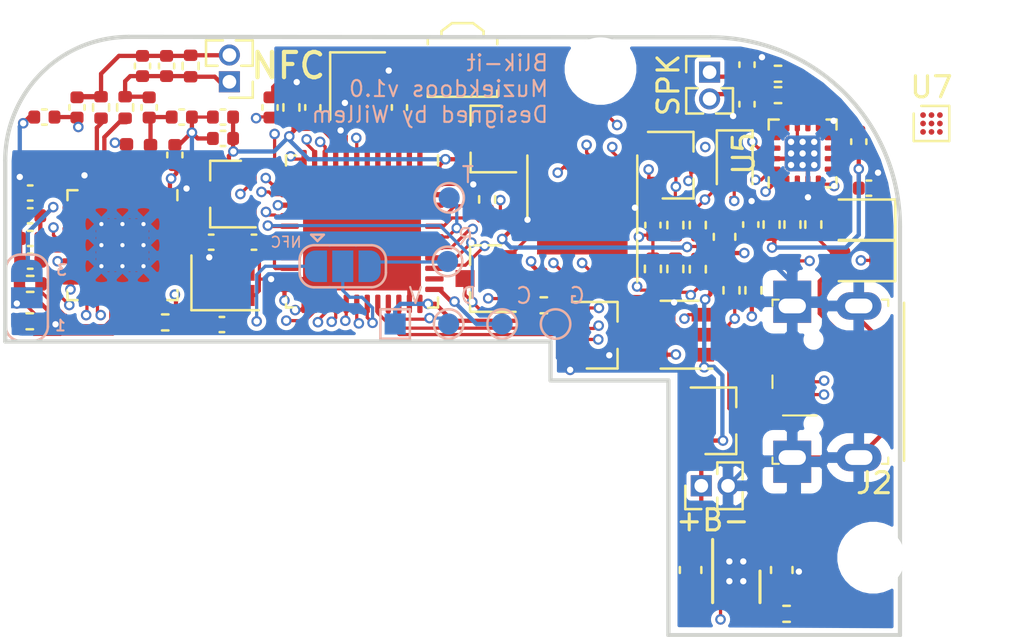
<source format=kicad_pcb>
(kicad_pcb (version 20171130) (host pcbnew "(5.1.9-0-10_14)")

  (general
    (thickness 1.6)
    (drawings 45)
    (tracks 1025)
    (zones 0)
    (modules 85)
    (nets 88)
  )

  (page A4)
  (layers
    (0 F.Cu signal)
    (1 In1.Cu signal)
    (2 In2.Cu signal)
    (31 B.Cu signal)
    (32 B.Adhes user hide)
    (33 F.Adhes user hide)
    (34 B.Paste user hide)
    (35 F.Paste user hide)
    (36 B.SilkS user)
    (37 F.SilkS user hide)
    (38 B.Mask user hide)
    (39 F.Mask user hide)
    (40 Dwgs.User user hide)
    (41 Cmts.User user hide)
    (42 Eco1.User user hide)
    (43 Eco2.User user hide)
    (44 Edge.Cuts user)
    (45 Margin user hide)
    (46 B.CrtYd user hide)
    (47 F.CrtYd user hide)
    (48 B.Fab user hide)
    (49 F.Fab user)
  )

  (setup
    (last_trace_width 0.1524)
    (user_trace_width 0.1524)
    (user_trace_width 0.2032)
    (trace_clearance 0.1524)
    (zone_clearance 0.2032)
    (zone_45_only no)
    (trace_min 0.1524)
    (via_size 0.8)
    (via_drill 0.4)
    (via_min_size 0.4)
    (via_min_drill 0.3)
    (user_via 0.5 0.3)
    (uvia_size 0.3)
    (uvia_drill 0.1)
    (uvias_allowed no)
    (uvia_min_size 0.2)
    (uvia_min_drill 0.1)
    (edge_width 0.05)
    (segment_width 0.2)
    (pcb_text_width 0.3)
    (pcb_text_size 1.5 1.5)
    (mod_edge_width 0.12)
    (mod_text_size 1 1)
    (mod_text_width 0.15)
    (pad_size 1 1)
    (pad_drill 0)
    (pad_to_mask_clearance 0)
    (aux_axis_origin 0 0)
    (visible_elements FFFFFF7F)
    (pcbplotparams
      (layerselection 0x010fc_ffffffff)
      (usegerberextensions false)
      (usegerberattributes true)
      (usegerberadvancedattributes true)
      (creategerberjobfile true)
      (excludeedgelayer true)
      (linewidth 0.100000)
      (plotframeref false)
      (viasonmask false)
      (mode 1)
      (useauxorigin false)
      (hpglpennumber 1)
      (hpglpenspeed 20)
      (hpglpendiameter 15.000000)
      (psnegative false)
      (psa4output false)
      (plotreference true)
      (plotvalue true)
      (plotinvisibletext false)
      (padsonsilk false)
      (subtractmaskfromsilk false)
      (outputformat 1)
      (mirror false)
      (drillshape 0)
      (scaleselection 1)
      (outputdirectory "OUTPUT"))
  )

  (net 0 "")
  (net 1 GND)
  (net 2 VBUS)
  (net 3 /CPU/ADC1_IN2)
  (net 4 +BATT)
  (net 5 /Power/PSU_BTN_RAW)
  (net 6 +3V3)
  (net 7 "Net-(C6-Pad2)")
  (net 8 "Net-(C7-Pad1)")
  (net 9 "Net-(C15-Pad1)")
  (net 10 "Net-(C16-Pad1)")
  (net 11 "Net-(C17-Pad2)")
  (net 12 "Net-(C20-Pad2)")
  (net 13 /CPU/HS_OSC0)
  (net 14 /CPU/HS_OSC1)
  (net 15 /CPU/NRST)
  (net 16 "Net-(C30-Pad1)")
  (net 17 /I2S_DAC_AMP/SPK_OUT-)
  (net 18 /I2S_DAC_AMP/SPKOUT+)
  (net 19 /Power/CHG_STAT_LED)
  (net 20 /Power/CHG_5V_LED)
  (net 21 /Power/PSU_EN)
  (net 22 "Net-(D4-Pad3)")
  (net 23 /CPU/USB_D-)
  (net 24 /CPU/USB_D+)
  (net 25 /CPU/SDIO_DET)
  (net 26 /CPU/SDIO_D0)
  (net 27 /CPU/SDIO_CLK)
  (net 28 /CPU/SDIO_CMD)
  (net 29 /CPU/SDIO_D3)
  (net 30 /CPU/SDIO_D2)
  (net 31 /CPU/SDIO_D1)
  (net 32 "Net-(L2-Pad2)")
  (net 33 /CPU/MEAS_EN)
  (net 34 /CPU/BTN_PWR)
  (net 35 /CPU/PW_HOLD)
  (net 36 /Power/PSU_EN_BUF)
  (net 37 /Power/CHG_PROG)
  (net 38 "Net-(R5-Pad2)")
  (net 39 "Net-(R17-Pad1)")
  (net 40 "Net-(R18-Pad2)")
  (net 41 "Net-(R19-Pad2)")
  (net 42 "Net-(R24-Pad1)")
  (net 43 /I2S_DAC_AMP/GAIN)
  (net 44 /I2S_DAC_AMP/I2S_SD_MODE)
  (net 45 "Net-(U2-Pad4)")
  (net 46 "Net-(U4-Pad45)")
  (net 47 /CPU/NFC_RX)
  (net 48 /CPU/NFC_MISO)
  (net 49 "Net-(U4-Pad38)")
  (net 50 /CPU/SWCLK)
  (net 51 /CPU/SWDIO)
  (net 52 /CPU/NFC_TX)
  (net 53 /CPU/DAC_BCLK)
  (net 54 /CPU/DAC_LRCK)
  (net 55 "Net-(U4-Pad21)")
  (net 56 "Net-(U4-Pad20)")
  (net 57 "Net-(U4-Pad19)")
  (net 58 /CPU/NFC_SPI_MOSI)
  (net 59 /CPU/NFC_SPI_SCK)
  (net 60 /CPU/NFC_SPI_CS)
  (net 61 /CPU/DAC_DATA)
  (net 62 "Net-(U4-Pad4)")
  (net 63 "Net-(U4-Pad3)")
  (net 64 "Net-(U4-Pad2)")
  (net 65 "Net-(U3-Pad28)")
  (net 66 "Net-(U3-Pad27)")
  (net 67 "Net-(U3-Pad26)")
  (net 68 "Net-(U3-Pad25)")
  (net 69 "Net-(U3-Pad24)")
  (net 70 "Net-(U3-Pad23)")
  (net 71 "Net-(U3-Pad11)")
  (net 72 "Net-(U3-Pad10)")
  (net 73 "Net-(U3-Pad7)")
  (net 74 "Net-(U3-Pad4)")
  (net 75 "Net-(U3-Pad3)")
  (net 76 "Net-(L1-Pad2)")
  (net 77 "Net-(C23-Pad2)")
  (net 78 "Net-(JP2-Pad2)")
  (net 79 "Net-(R11-Pad2)")
  (net 80 "Net-(R12-Pad2)")
  (net 81 "Net-(R13-Pad2)")
  (net 82 "Net-(R15-Pad1)")
  (net 83 "Net-(Q1-Pad3)")
  (net 84 "Net-(U1-Pad7)")
  (net 85 /CPU/HALL_OUT)
  (net 86 /CPU/RX1)
  (net 87 "Net-(JP1-Pad3)")

  (net_class Default "This is the default net class."
    (clearance 0.1524)
    (trace_width 0.1524)
    (via_dia 0.8)
    (via_drill 0.4)
    (uvia_dia 0.3)
    (uvia_drill 0.1)
    (add_net +3V3)
    (add_net +BATT)
    (add_net /CPU/ADC1_IN2)
    (add_net /CPU/BTN_PWR)
    (add_net /CPU/DAC_BCLK)
    (add_net /CPU/DAC_DATA)
    (add_net /CPU/DAC_LRCK)
    (add_net /CPU/HALL_OUT)
    (add_net /CPU/HS_OSC0)
    (add_net /CPU/HS_OSC1)
    (add_net /CPU/MEAS_EN)
    (add_net /CPU/NFC_MISO)
    (add_net /CPU/NFC_RX)
    (add_net /CPU/NFC_SPI_CS)
    (add_net /CPU/NFC_SPI_MOSI)
    (add_net /CPU/NFC_SPI_SCK)
    (add_net /CPU/NFC_TX)
    (add_net /CPU/NRST)
    (add_net /CPU/PW_HOLD)
    (add_net /CPU/RX1)
    (add_net /CPU/SDIO_CLK)
    (add_net /CPU/SDIO_CMD)
    (add_net /CPU/SDIO_D0)
    (add_net /CPU/SDIO_D1)
    (add_net /CPU/SDIO_D2)
    (add_net /CPU/SDIO_D3)
    (add_net /CPU/SDIO_DET)
    (add_net /CPU/SWCLK)
    (add_net /CPU/SWDIO)
    (add_net /CPU/USB_D+)
    (add_net /CPU/USB_D-)
    (add_net /I2S_DAC_AMP/GAIN)
    (add_net /I2S_DAC_AMP/I2S_SD_MODE)
    (add_net /I2S_DAC_AMP/SPKOUT+)
    (add_net /I2S_DAC_AMP/SPK_OUT-)
    (add_net /Power/CHG_5V_LED)
    (add_net /Power/CHG_PROG)
    (add_net /Power/CHG_STAT_LED)
    (add_net /Power/PSU_BTN_RAW)
    (add_net /Power/PSU_EN)
    (add_net /Power/PSU_EN_BUF)
    (add_net GND)
    (add_net "Net-(C15-Pad1)")
    (add_net "Net-(C16-Pad1)")
    (add_net "Net-(C17-Pad2)")
    (add_net "Net-(C20-Pad2)")
    (add_net "Net-(C23-Pad2)")
    (add_net "Net-(C30-Pad1)")
    (add_net "Net-(C6-Pad2)")
    (add_net "Net-(C7-Pad1)")
    (add_net "Net-(D4-Pad3)")
    (add_net "Net-(JP1-Pad3)")
    (add_net "Net-(JP2-Pad2)")
    (add_net "Net-(L1-Pad2)")
    (add_net "Net-(L2-Pad2)")
    (add_net "Net-(Q1-Pad3)")
    (add_net "Net-(R11-Pad2)")
    (add_net "Net-(R12-Pad2)")
    (add_net "Net-(R13-Pad2)")
    (add_net "Net-(R15-Pad1)")
    (add_net "Net-(R17-Pad1)")
    (add_net "Net-(R18-Pad2)")
    (add_net "Net-(R19-Pad2)")
    (add_net "Net-(R24-Pad1)")
    (add_net "Net-(R5-Pad2)")
    (add_net "Net-(U1-Pad7)")
    (add_net "Net-(U2-Pad4)")
    (add_net "Net-(U3-Pad10)")
    (add_net "Net-(U3-Pad11)")
    (add_net "Net-(U3-Pad23)")
    (add_net "Net-(U3-Pad24)")
    (add_net "Net-(U3-Pad25)")
    (add_net "Net-(U3-Pad26)")
    (add_net "Net-(U3-Pad27)")
    (add_net "Net-(U3-Pad28)")
    (add_net "Net-(U3-Pad3)")
    (add_net "Net-(U3-Pad4)")
    (add_net "Net-(U3-Pad7)")
    (add_net "Net-(U4-Pad19)")
    (add_net "Net-(U4-Pad2)")
    (add_net "Net-(U4-Pad20)")
    (add_net "Net-(U4-Pad21)")
    (add_net "Net-(U4-Pad3)")
    (add_net "Net-(U4-Pad38)")
    (add_net "Net-(U4-Pad4)")
    (add_net "Net-(U4-Pad45)")
    (add_net VBUS)
  )

  (module Package_BGA:WLP-9_1.448x1.468mm_Layout3x3_P0.4mm_Ball0.27mm_Pad0.25mm (layer F.Cu) (tedit 5EF24926) (tstamp 61182B79)
    (at 85.1662 68.072)
    (descr "WLP-9, 1.448x1.468mm, 9 Ball, 3x3 Layout, 0.4mm Pitch, https://pdfserv.maximintegrated.com/package_dwgs/21-100168.PDF")
    (tags "BGA 9 0.4")
    (path /60FDB9AA/6117BF19)
    (solder_mask_margin 0.02)
    (solder_paste_margin 0.000001)
    (attr smd)
    (fp_text reference U7 (at 0 -1.724) (layer F.SilkS)
      (effects (font (size 1 1) (thickness 0.15)))
    )
    (fp_text value MAX98357A (at 0 1.724) (layer F.Fab)
      (effects (font (size 1 1) (thickness 0.15)))
    )
    (fp_text user %R (at 0 0) (layer F.Fab)
      (effects (font (size 0.34 0.34) (thickness 0.051)))
    )
    (fp_line (start 0.734 0.724) (end -0.734 0.724) (layer F.Fab) (width 0.1))
    (fp_line (start -0.734 0.724) (end -0.734 -0.362) (layer F.Fab) (width 0.1))
    (fp_line (start -0.734 -0.362) (end -0.372 -0.724) (layer F.Fab) (width 0.1))
    (fp_line (start -0.372 -0.724) (end 0.734 -0.724) (layer F.Fab) (width 0.1))
    (fp_line (start 0.734 -0.724) (end 0.734 0.724) (layer F.Fab) (width 0.1))
    (fp_line (start -1.74 -1.73) (end -1.74 1.73) (layer F.CrtYd) (width 0.05))
    (fp_line (start -1.74 1.73) (end 1.74 1.73) (layer F.CrtYd) (width 0.05))
    (fp_line (start 1.74 1.73) (end 1.74 -1.73) (layer F.CrtYd) (width 0.05))
    (fp_line (start 1.74 -1.73) (end -1.74 -1.73) (layer F.CrtYd) (width 0.05))
    (fp_line (start -0.482 -0.834) (end 0.844 -0.834) (layer F.SilkS) (width 0.12))
    (fp_line (start 0.844 -0.834) (end 0.844 0.834) (layer F.SilkS) (width 0.12))
    (fp_line (start 0.844 0.834) (end -0.844 0.834) (layer F.SilkS) (width 0.12))
    (fp_line (start -0.844 0.834) (end -0.844 -0.472) (layer F.SilkS) (width 0.12))
    (pad C3 smd circle (at 0.4 0.4) (size 0.27 0.27) (layers F.Cu F.Paste F.Mask))
    (pad C2 smd circle (at 0 0.4) (size 0.27 0.27) (layers F.Cu F.Paste F.Mask))
    (pad C1 smd circle (at -0.4 0.4) (size 0.27 0.27) (layers F.Cu F.Paste F.Mask))
    (pad B3 smd circle (at 0.4 0) (size 0.27 0.27) (layers F.Cu F.Paste F.Mask))
    (pad B2 smd circle (at 0 0) (size 0.27 0.27) (layers F.Cu F.Paste F.Mask))
    (pad B1 smd circle (at -0.4 0) (size 0.27 0.27) (layers F.Cu F.Paste F.Mask))
    (pad A3 smd circle (at 0.4 -0.4) (size 0.27 0.27) (layers F.Cu F.Paste F.Mask))
    (pad A2 smd circle (at 0 -0.4) (size 0.27 0.27) (layers F.Cu F.Paste F.Mask))
    (pad A1 smd circle (at -0.4 -0.4) (size 0.27 0.27) (layers F.Cu F.Paste F.Mask))
    (model ${KISYS3DMOD}/Package_BGA.3dshapes/WLP-9_1.448x1.468mm_Layout3x3_P0.4mm_Ball0.27mm_Pad0.25mm.wrl
      (at (xyz 0 0 0))
      (scale (xyz 1 1 1))
      (rotate (xyz 0 0 0))
    )
  )

  (module Jumper:SolderJumper-3_P1.3mm_Open_RoundedPad1.0x1.5mm (layer B.Cu) (tedit 5B391EB7) (tstamp 6110A6D7)
    (at 57.2008 74.8538)
    (descr "SMD Solder 3-pad Jumper, 1x1.5mm rounded Pads, 0.3mm gap, open")
    (tags "solder jumper open")
    (path /60FFCEAC/61115C8D)
    (attr virtual)
    (fp_text reference JP1 (at 0 1.8) (layer B.SilkS) hide
      (effects (font (size 1 1) (thickness 0.15)) (justify mirror))
    )
    (fp_text value NFC/U1 (at 0 -1.9) (layer B.Fab)
      (effects (font (size 1 1) (thickness 0.15)) (justify mirror))
    )
    (fp_line (start 2.3 -1.25) (end -2.3 -1.25) (layer B.CrtYd) (width 0.05))
    (fp_line (start 2.3 -1.25) (end 2.3 1.25) (layer B.CrtYd) (width 0.05))
    (fp_line (start -2.3 1.25) (end -2.3 -1.25) (layer B.CrtYd) (width 0.05))
    (fp_line (start -2.3 1.25) (end 2.3 1.25) (layer B.CrtYd) (width 0.05))
    (fp_line (start -1.4 1) (end 1.4 1) (layer B.SilkS) (width 0.12))
    (fp_line (start 2.05 0.3) (end 2.05 -0.3) (layer B.SilkS) (width 0.12))
    (fp_line (start 1.4 -1) (end -1.4 -1) (layer B.SilkS) (width 0.12))
    (fp_line (start -2.05 -0.3) (end -2.05 0.3) (layer B.SilkS) (width 0.12))
    (fp_line (start -1.2 -1.2) (end -1.5 -1.5) (layer B.SilkS) (width 0.12))
    (fp_line (start -1.5 -1.5) (end -0.9 -1.5) (layer B.SilkS) (width 0.12))
    (fp_line (start -1.2 -1.2) (end -0.9 -1.5) (layer B.SilkS) (width 0.12))
    (fp_arc (start -1.35 0.3) (end -1.35 1) (angle 90) (layer B.SilkS) (width 0.12))
    (fp_arc (start -1.35 -0.3) (end -2.05 -0.3) (angle 90) (layer B.SilkS) (width 0.12))
    (fp_arc (start 1.35 -0.3) (end 1.35 -1) (angle 90) (layer B.SilkS) (width 0.12))
    (fp_arc (start 1.35 0.3) (end 2.05 0.3) (angle 90) (layer B.SilkS) (width 0.12))
    (pad 2 smd rect (at 0 0) (size 1 1.5) (layers B.Cu B.Mask)
      (net 86 /CPU/RX1))
    (pad 3 smd custom (at 1.3 0) (size 1 0.5) (layers B.Cu B.Mask)
      (net 87 "Net-(JP1-Pad3)") (zone_connect 2)
      (options (clearance outline) (anchor rect))
      (primitives
        (gr_circle (center 0 -0.25) (end 0.5 -0.25) (width 0))
        (gr_circle (center 0 0.25) (end 0.5 0.25) (width 0))
        (gr_poly (pts
           (xy -0.55 0.75) (xy 0 0.75) (xy 0 -0.75) (xy -0.55 -0.75)) (width 0))
      ))
    (pad 1 smd custom (at -1.3 0) (size 1 0.5) (layers B.Cu B.Mask)
      (net 52 /CPU/NFC_TX) (zone_connect 2)
      (options (clearance outline) (anchor rect))
      (primitives
        (gr_circle (center 0 -0.25) (end 0.5 -0.25) (width 0))
        (gr_circle (center 0 0.25) (end 0.5 0.25) (width 0))
        (gr_poly (pts
           (xy 0.55 0.75) (xy 0 0.75) (xy 0 -0.75) (xy 0.55 -0.75)) (width 0))
      ))
  )

  (module TestPoint:TestPoint_Pad_D1.0mm (layer B.Cu) (tedit 5A0F774F) (tstamp 6110AB4B)
    (at 62.1792 74.6252)
    (descr "SMD pad as test Point, diameter 1.0mm")
    (tags "test point SMD pad")
    (path /60FFCEAC/6111EB8D)
    (attr virtual)
    (fp_text reference TP6 (at 0 1.448) (layer B.SilkS) hide
      (effects (font (size 1 1) (thickness 0.15)) (justify mirror))
    )
    (fp_text value U1_RX (at 0 -1.55) (layer B.Fab) hide
      (effects (font (size 1 1) (thickness 0.15)) (justify mirror))
    )
    (fp_circle (center 0 0) (end 0 -0.7) (layer B.SilkS) (width 0.12))
    (fp_circle (center 0 0) (end 1 0) (layer B.CrtYd) (width 0.05))
    (fp_text user %R (at 0 1.45) (layer B.Fab)
      (effects (font (size 1 1) (thickness 0.15)) (justify mirror))
    )
    (pad 1 smd circle (at 0 0) (size 1 1) (layers B.Cu B.Mask)
      (net 87 "Net-(JP1-Pad3)"))
  )

  (module TestPoint:TestPoint_Pad_D1.0mm (layer B.Cu) (tedit 5A0F774F) (tstamp 6110AB43)
    (at 62.2554 71.6026)
    (descr "SMD pad as test Point, diameter 1.0mm")
    (tags "test point SMD pad")
    (path /60FFCEAC/6112C48A)
    (attr virtual)
    (fp_text reference TP5 (at 0 1.448) (layer B.SilkS) hide
      (effects (font (size 1 1) (thickness 0.15)) (justify mirror))
    )
    (fp_text value U1_TX (at 0 -1.55) (layer B.Fab) hide
      (effects (font (size 1 1) (thickness 0.15)) (justify mirror))
    )
    (fp_circle (center 0 0) (end 0 -0.7) (layer B.SilkS) (width 0.12))
    (fp_circle (center 0 0) (end 1 0) (layer B.CrtYd) (width 0.05))
    (fp_text user %R (at 0 1.45) (layer B.Fab)
      (effects (font (size 1 1) (thickness 0.15)) (justify mirror))
    )
    (pad 1 smd circle (at 0 0) (size 1 1) (layers B.Cu B.Mask)
      (net 47 /CPU/NFC_RX))
  )

  (module Package_DFN_QFN:QFN-16-1EP_3x3mm_P0.5mm_EP1.7x1.7mm_ThermalVias (layer F.Cu) (tedit 5C181567) (tstamp 610858BE)
    (at 79.0448 69.4944 90)
    (descr "QFN, 16 Pin (http://www.cypress.com/file/46236/download), generated with kicad-footprint-generator ipc_dfn_qfn_generator.py")
    (tags "QFN DFN_QFN")
    (path /60FDB9AA/60FE0C5F)
    (attr smd)
    (fp_text reference U5 (at 0 -2.8 90) (layer F.SilkS)
      (effects (font (size 1 1) (thickness 0.15)))
    )
    (fp_text value MAX98357A (at 0 2.8 90) (layer F.Fab) hide
      (effects (font (size 1 1) (thickness 0.15)))
    )
    (fp_line (start 1.135 -1.61) (end 1.61 -1.61) (layer F.SilkS) (width 0.12))
    (fp_line (start 1.61 -1.61) (end 1.61 -1.135) (layer F.SilkS) (width 0.12))
    (fp_line (start -1.135 1.61) (end -1.61 1.61) (layer F.SilkS) (width 0.12))
    (fp_line (start -1.61 1.61) (end -1.61 1.135) (layer F.SilkS) (width 0.12))
    (fp_line (start 1.135 1.61) (end 1.61 1.61) (layer F.SilkS) (width 0.12))
    (fp_line (start 1.61 1.61) (end 1.61 1.135) (layer F.SilkS) (width 0.12))
    (fp_line (start -1.135 -1.61) (end -1.61 -1.61) (layer F.SilkS) (width 0.12))
    (fp_line (start -0.75 -1.5) (end 1.5 -1.5) (layer F.Fab) (width 0.1))
    (fp_line (start 1.5 -1.5) (end 1.5 1.5) (layer F.Fab) (width 0.1))
    (fp_line (start 1.5 1.5) (end -1.5 1.5) (layer F.Fab) (width 0.1))
    (fp_line (start -1.5 1.5) (end -1.5 -0.75) (layer F.Fab) (width 0.1))
    (fp_line (start -1.5 -0.75) (end -0.75 -1.5) (layer F.Fab) (width 0.1))
    (fp_line (start -2.1 -2.1) (end -2.1 2.1) (layer F.CrtYd) (width 0.05))
    (fp_line (start -2.1 2.1) (end 2.1 2.1) (layer F.CrtYd) (width 0.05))
    (fp_line (start 2.1 2.1) (end 2.1 -2.1) (layer F.CrtYd) (width 0.05))
    (fp_line (start 2.1 -2.1) (end -2.1 -2.1) (layer F.CrtYd) (width 0.05))
    (fp_text user %R (at 0 0 180) (layer F.Fab)
      (effects (font (size 0.762 0.762) (thickness 0.1016)))
    )
    (pad 16 smd roundrect (at -0.75 -1.45 90) (size 0.25 0.8) (layers F.Cu F.Paste F.Mask) (roundrect_rratio 0.25)
      (net 53 /CPU/DAC_BCLK))
    (pad 15 smd roundrect (at -0.25 -1.45 90) (size 0.25 0.8) (layers F.Cu F.Paste F.Mask) (roundrect_rratio 0.25)
      (net 1 GND))
    (pad 14 smd roundrect (at 0.25 -1.45 90) (size 0.25 0.8) (layers F.Cu F.Paste F.Mask) (roundrect_rratio 0.25)
      (net 54 /CPU/DAC_LRCK))
    (pad 13 smd roundrect (at 0.75 -1.45 90) (size 0.25 0.8) (layers F.Cu F.Paste F.Mask) (roundrect_rratio 0.25))
    (pad 12 smd roundrect (at 1.45 -0.75 90) (size 0.8 0.25) (layers F.Cu F.Paste F.Mask) (roundrect_rratio 0.25))
    (pad 11 smd roundrect (at 1.45 -0.25 90) (size 0.8 0.25) (layers F.Cu F.Paste F.Mask) (roundrect_rratio 0.25)
      (net 1 GND))
    (pad 10 smd roundrect (at 1.45 0.25 90) (size 0.8 0.25) (layers F.Cu F.Paste F.Mask) (roundrect_rratio 0.25)
      (net 81 "Net-(R13-Pad2)"))
    (pad 9 smd roundrect (at 1.45 0.75 90) (size 0.8 0.25) (layers F.Cu F.Paste F.Mask) (roundrect_rratio 0.25)
      (net 79 "Net-(R11-Pad2)"))
    (pad 8 smd roundrect (at 0.75 1.45 90) (size 0.25 0.8) (layers F.Cu F.Paste F.Mask) (roundrect_rratio 0.25)
      (net 6 +3V3))
    (pad 7 smd roundrect (at 0.25 1.45 90) (size 0.25 0.8) (layers F.Cu F.Paste F.Mask) (roundrect_rratio 0.25)
      (net 6 +3V3))
    (pad 6 smd roundrect (at -0.25 1.45 90) (size 0.25 0.8) (layers F.Cu F.Paste F.Mask) (roundrect_rratio 0.25))
    (pad 5 smd roundrect (at -0.75 1.45 90) (size 0.25 0.8) (layers F.Cu F.Paste F.Mask) (roundrect_rratio 0.25))
    (pad 4 smd roundrect (at -1.45 0.75 90) (size 0.8 0.25) (layers F.Cu F.Paste F.Mask) (roundrect_rratio 0.25)
      (net 44 /I2S_DAC_AMP/I2S_SD_MODE))
    (pad 3 smd roundrect (at -1.45 0.25 90) (size 0.8 0.25) (layers F.Cu F.Paste F.Mask) (roundrect_rratio 0.25)
      (net 1 GND))
    (pad 2 smd roundrect (at -1.45 -0.25 90) (size 0.8 0.25) (layers F.Cu F.Paste F.Mask) (roundrect_rratio 0.25)
      (net 43 /I2S_DAC_AMP/GAIN))
    (pad 1 smd roundrect (at -1.45 -0.75 90) (size 0.8 0.25) (layers F.Cu F.Paste F.Mask) (roundrect_rratio 0.25)
      (net 61 /CPU/DAC_DATA))
    (pad "" smd roundrect (at 0.425 0.425 90) (size 0.74 0.74) (layers F.Paste) (roundrect_rratio 0.25))
    (pad "" smd roundrect (at 0.425 -0.425 90) (size 0.74 0.74) (layers F.Paste) (roundrect_rratio 0.25))
    (pad "" smd roundrect (at -0.425 0.425 90) (size 0.74 0.74) (layers F.Paste) (roundrect_rratio 0.25))
    (pad "" smd roundrect (at -0.425 -0.425 90) (size 0.74 0.74) (layers F.Paste) (roundrect_rratio 0.25))
    (pad 17 smd roundrect (at 0 0 90) (size 1.7 1.7) (layers B.Cu) (roundrect_rratio 0.1470588235294118)
      (net 1 GND))
    (pad 17 thru_hole circle (at 0.55 0.55 90) (size 0.6 0.6) (drill 0.3) (layers *.Cu)
      (net 1 GND))
    (pad 17 thru_hole circle (at 0 0.55 90) (size 0.6 0.6) (drill 0.3) (layers *.Cu)
      (net 1 GND))
    (pad 17 thru_hole circle (at -0.55 0.55 90) (size 0.6 0.6) (drill 0.3) (layers *.Cu)
      (net 1 GND))
    (pad 17 thru_hole circle (at 0.55 0 90) (size 0.6 0.6) (drill 0.3) (layers *.Cu)
      (net 1 GND))
    (pad 17 thru_hole circle (at 0 0 90) (size 0.6 0.6) (drill 0.3) (layers *.Cu)
      (net 1 GND))
    (pad 17 thru_hole circle (at -0.55 0 90) (size 0.6 0.6) (drill 0.3) (layers *.Cu)
      (net 1 GND))
    (pad 17 thru_hole circle (at 0.55 -0.55 90) (size 0.6 0.6) (drill 0.3) (layers *.Cu)
      (net 1 GND))
    (pad 17 thru_hole circle (at 0 -0.55 90) (size 0.6 0.6) (drill 0.3) (layers *.Cu)
      (net 1 GND))
    (pad 17 thru_hole circle (at -0.55 -0.55 90) (size 0.6 0.6) (drill 0.3) (layers *.Cu)
      (net 1 GND))
    (pad 17 smd roundrect (at 0 0 90) (size 1.7 1.7) (layers F.Cu F.Mask) (roundrect_rratio 0.1470588235294118)
      (net 1 GND))
    (model ${KISYS3DMOD}/Package_DFN_QFN.3dshapes/QFN-16-1EP_3x3mm_P0.5mm_EP1.7x1.7mm.wrl
      (at (xyz 0 0 0))
      (scale (xyz 1 1 1))
      (rotate (xyz 0 0 0))
    )
  )

  (module Capacitor_SMD:C_0603_1608Metric (layer F.Cu) (tedit 5F68FEEE) (tstamp 6106F442)
    (at 75.3364 73.4568 90)
    (descr "Capacitor SMD 0603 (1608 Metric), square (rectangular) end terminal, IPC_7351 nominal, (Body size source: IPC-SM-782 page 76, https://www.pcb-3d.com/wordpress/wp-content/uploads/ipc-sm-782a_amendment_1_and_2.pdf), generated with kicad-footprint-generator")
    (tags capacitor)
    (path /60FE1698/615B2E33)
    (attr smd)
    (fp_text reference C5 (at 0 -1.43 90) (layer F.SilkS) hide
      (effects (font (size 1 1) (thickness 0.15)))
    )
    (fp_text value 4,7uF (at 0 1.43 90) (layer F.Fab) hide
      (effects (font (size 1 1) (thickness 0.15)))
    )
    (fp_line (start -0.8 0.4) (end -0.8 -0.4) (layer F.Fab) (width 0.1))
    (fp_line (start -0.8 -0.4) (end 0.8 -0.4) (layer F.Fab) (width 0.1))
    (fp_line (start 0.8 -0.4) (end 0.8 0.4) (layer F.Fab) (width 0.1))
    (fp_line (start 0.8 0.4) (end -0.8 0.4) (layer F.Fab) (width 0.1))
    (fp_line (start -0.14058 -0.51) (end 0.14058 -0.51) (layer F.SilkS) (width 0.12))
    (fp_line (start -0.14058 0.51) (end 0.14058 0.51) (layer F.SilkS) (width 0.12))
    (fp_line (start -1.48 0.73) (end -1.48 -0.73) (layer F.CrtYd) (width 0.05))
    (fp_line (start -1.48 -0.73) (end 1.48 -0.73) (layer F.CrtYd) (width 0.05))
    (fp_line (start 1.48 -0.73) (end 1.48 0.73) (layer F.CrtYd) (width 0.05))
    (fp_line (start 1.48 0.73) (end -1.48 0.73) (layer F.CrtYd) (width 0.05))
    (fp_text user %R (at 0 0 90) (layer F.Fab)
      (effects (font (size 0.4 0.4) (thickness 0.06)))
    )
    (pad 2 smd roundrect (at 0.775 0 90) (size 0.9 0.95) (layers F.Cu F.Paste F.Mask) (roundrect_rratio 0.25)
      (net 1 GND))
    (pad 1 smd roundrect (at -0.775 0 90) (size 0.9 0.95) (layers F.Cu F.Paste F.Mask) (roundrect_rratio 0.25)
      (net 6 +3V3))
    (model ${KISYS3DMOD}/Capacitor_SMD.3dshapes/C_0603_1608Metric.wrl
      (at (xyz 0 0 0))
      (scale (xyz 1 1 1))
      (rotate (xyz 0 0 0))
    )
  )

  (module Capacitor_SMD:C_0603_1608Metric (layer F.Cu) (tedit 5F68FEEE) (tstamp 6106F420)
    (at 73.7235 89.281 270)
    (descr "Capacitor SMD 0603 (1608 Metric), square (rectangular) end terminal, IPC_7351 nominal, (Body size source: IPC-SM-782 page 76, https://www.pcb-3d.com/wordpress/wp-content/uploads/ipc-sm-782a_amendment_1_and_2.pdf), generated with kicad-footprint-generator")
    (tags capacitor)
    (path /60FE1698/615B8158)
    (attr smd)
    (fp_text reference C3 (at 0 -1.43 90) (layer F.SilkS) hide
      (effects (font (size 1 1) (thickness 0.15)))
    )
    (fp_text value 4,7uF (at 0 1.43 90) (layer F.Fab) hide
      (effects (font (size 1 1) (thickness 0.15)))
    )
    (fp_line (start -0.8 0.4) (end -0.8 -0.4) (layer F.Fab) (width 0.1))
    (fp_line (start -0.8 -0.4) (end 0.8 -0.4) (layer F.Fab) (width 0.1))
    (fp_line (start 0.8 -0.4) (end 0.8 0.4) (layer F.Fab) (width 0.1))
    (fp_line (start 0.8 0.4) (end -0.8 0.4) (layer F.Fab) (width 0.1))
    (fp_line (start -0.14058 -0.51) (end 0.14058 -0.51) (layer F.SilkS) (width 0.12))
    (fp_line (start -0.14058 0.51) (end 0.14058 0.51) (layer F.SilkS) (width 0.12))
    (fp_line (start -1.48 0.73) (end -1.48 -0.73) (layer F.CrtYd) (width 0.05))
    (fp_line (start -1.48 -0.73) (end 1.48 -0.73) (layer F.CrtYd) (width 0.05))
    (fp_line (start 1.48 -0.73) (end 1.48 0.73) (layer F.CrtYd) (width 0.05))
    (fp_line (start 1.48 0.73) (end -1.48 0.73) (layer F.CrtYd) (width 0.05))
    (fp_text user %R (at 0 0 270) (layer F.Fab)
      (effects (font (size 0.4 0.4) (thickness 0.06)))
    )
    (pad 2 smd roundrect (at 0.775 0 270) (size 0.9 0.95) (layers F.Cu F.Paste F.Mask) (roundrect_rratio 0.25)
      (net 1 GND))
    (pad 1 smd roundrect (at -0.775 0 270) (size 0.9 0.95) (layers F.Cu F.Paste F.Mask) (roundrect_rratio 0.25)
      (net 4 +BATT))
    (model ${KISYS3DMOD}/Capacitor_SMD.3dshapes/C_0603_1608Metric.wrl
      (at (xyz 0 0 0))
      (scale (xyz 1 1 1))
      (rotate (xyz 0 0 0))
    )
  )

  (module Capacitor_SMD:C_0603_1608Metric (layer F.Cu) (tedit 5F68FEEE) (tstamp 6106F3FE)
    (at 78.0542 89.281 270)
    (descr "Capacitor SMD 0603 (1608 Metric), square (rectangular) end terminal, IPC_7351 nominal, (Body size source: IPC-SM-782 page 76, https://www.pcb-3d.com/wordpress/wp-content/uploads/ipc-sm-782a_amendment_1_and_2.pdf), generated with kicad-footprint-generator")
    (tags capacitor)
    (path /60FE1698/615B8165)
    (attr smd)
    (fp_text reference C1 (at 0 -1.43 90) (layer F.SilkS) hide
      (effects (font (size 1 1) (thickness 0.15)))
    )
    (fp_text value 4,7uF (at 0 1.43 90) (layer F.Fab) hide
      (effects (font (size 1 1) (thickness 0.15)))
    )
    (fp_line (start -0.8 0.4) (end -0.8 -0.4) (layer F.Fab) (width 0.1))
    (fp_line (start -0.8 -0.4) (end 0.8 -0.4) (layer F.Fab) (width 0.1))
    (fp_line (start 0.8 -0.4) (end 0.8 0.4) (layer F.Fab) (width 0.1))
    (fp_line (start 0.8 0.4) (end -0.8 0.4) (layer F.Fab) (width 0.1))
    (fp_line (start -0.14058 -0.51) (end 0.14058 -0.51) (layer F.SilkS) (width 0.12))
    (fp_line (start -0.14058 0.51) (end 0.14058 0.51) (layer F.SilkS) (width 0.12))
    (fp_line (start -1.48 0.73) (end -1.48 -0.73) (layer F.CrtYd) (width 0.05))
    (fp_line (start -1.48 -0.73) (end 1.48 -0.73) (layer F.CrtYd) (width 0.05))
    (fp_line (start 1.48 -0.73) (end 1.48 0.73) (layer F.CrtYd) (width 0.05))
    (fp_line (start 1.48 0.73) (end -1.48 0.73) (layer F.CrtYd) (width 0.05))
    (fp_text user %R (at 0 0 270) (layer F.Fab)
      (effects (font (size 0.4 0.4) (thickness 0.06)))
    )
    (pad 2 smd roundrect (at 0.775 0 270) (size 0.9 0.95) (layers F.Cu F.Paste F.Mask) (roundrect_rratio 0.25)
      (net 1 GND))
    (pad 1 smd roundrect (at -0.775 0 270) (size 0.9 0.95) (layers F.Cu F.Paste F.Mask) (roundrect_rratio 0.25)
      (net 2 VBUS))
    (model ${KISYS3DMOD}/Capacitor_SMD.3dshapes/C_0603_1608Metric.wrl
      (at (xyz 0 0 0))
      (scale (xyz 1 1 1))
      (rotate (xyz 0 0 0))
    )
  )

  (module Capacitor_SMD:C_0402_1005Metric (layer F.Cu) (tedit 5F68FEEE) (tstamp 6106F431)
    (at 76.581 72.8726 90)
    (descr "Capacitor SMD 0402 (1005 Metric), square (rectangular) end terminal, IPC_7351 nominal, (Body size source: IPC-SM-782 page 76, https://www.pcb-3d.com/wordpress/wp-content/uploads/ipc-sm-782a_amendment_1_and_2.pdf), generated with kicad-footprint-generator")
    (tags capacitor)
    (path /60FE1698/615B2DCA)
    (attr smd)
    (fp_text reference C4 (at 0 -1.43 90) (layer F.SilkS) hide
      (effects (font (size 1 1) (thickness 0.15)))
    )
    (fp_text value 100nF (at 0 1.43 90) (layer F.Fab) hide
      (effects (font (size 1 1) (thickness 0.15)))
    )
    (fp_line (start -0.5 0.25) (end -0.5 -0.25) (layer F.Fab) (width 0.1))
    (fp_line (start -0.5 -0.25) (end 0.5 -0.25) (layer F.Fab) (width 0.1))
    (fp_line (start 0.5 -0.25) (end 0.5 0.25) (layer F.Fab) (width 0.1))
    (fp_line (start 0.5 0.25) (end -0.5 0.25) (layer F.Fab) (width 0.1))
    (fp_line (start -0.107836 -0.36) (end 0.107836 -0.36) (layer F.SilkS) (width 0.12))
    (fp_line (start -0.107836 0.36) (end 0.107836 0.36) (layer F.SilkS) (width 0.12))
    (fp_line (start -0.91 0.46) (end -0.91 -0.46) (layer F.CrtYd) (width 0.05))
    (fp_line (start -0.91 -0.46) (end 0.91 -0.46) (layer F.CrtYd) (width 0.05))
    (fp_line (start 0.91 -0.46) (end 0.91 0.46) (layer F.CrtYd) (width 0.05))
    (fp_line (start 0.91 0.46) (end -0.91 0.46) (layer F.CrtYd) (width 0.05))
    (fp_text user %R (at 0 0 90) (layer F.Fab)
      (effects (font (size 0.254 0.254) (thickness 0.0381)))
    )
    (pad 2 smd roundrect (at 0.48 0 90) (size 0.56 0.62) (layers F.Cu F.Paste F.Mask) (roundrect_rratio 0.25)
      (net 1 GND))
    (pad 1 smd roundrect (at -0.48 0 90) (size 0.56 0.62) (layers F.Cu F.Paste F.Mask) (roundrect_rratio 0.25)
      (net 5 /Power/PSU_BTN_RAW))
    (model ${KISYS3DMOD}/Capacitor_SMD.3dshapes/C_0402_1005Metric.wrl
      (at (xyz 0 0 0))
      (scale (xyz 1 1 1))
      (rotate (xyz 0 0 0))
    )
  )

  (module Connector_PinHeader_1.27mm:PinHeader_1x02_P1.27mm_Vertical (layer F.Cu) (tedit 610E4040) (tstamp 610A5EC2)
    (at 51.816 66.0908 180)
    (descr "Through hole straight pin header, 1x02, 1.27mm pitch, single row")
    (tags "Through hole pin header THT 1x02 1.27mm single row")
    (path /60FE21EE/610ABF7F)
    (fp_text reference J4 (at -2.0828 1.4732 180) (layer F.SilkS) hide
      (effects (font (size 1 1) (thickness 0.15)))
    )
    (fp_text value Conn_01x02 (at 0 2.965 180) (layer F.Fab) hide
      (effects (font (size 1 1) (thickness 0.15)))
    )
    (fp_line (start 1.27 -0.762) (end -1.27 -0.762) (layer F.CrtYd) (width 0.05))
    (fp_line (start 1.27 2.032) (end 1.27 -0.762) (layer F.CrtYd) (width 0.05))
    (fp_line (start -1.27 2.032) (end 1.27 2.032) (layer F.CrtYd) (width 0.05))
    (fp_line (start -1.27 -0.762) (end -1.27 2.032) (layer F.CrtYd) (width 0.05))
    (fp_line (start -1.11 -0.76) (end 0 -0.76) (layer F.SilkS) (width 0.12))
    (fp_line (start -1.11 0) (end -1.11 -0.76) (layer F.SilkS) (width 0.12))
    (fp_line (start 0.563471 0.76) (end 1.11 0.76) (layer F.SilkS) (width 0.12))
    (fp_line (start -1.11 0.76) (end -0.563471 0.76) (layer F.SilkS) (width 0.12))
    (fp_line (start 1.11 0.76) (end 1.11 1.965) (layer F.SilkS) (width 0.12))
    (fp_line (start -1.11 0.76) (end -1.11 1.965) (layer F.SilkS) (width 0.12))
    (fp_line (start 0.30753 1.965) (end 1.11 1.965) (layer F.SilkS) (width 0.12))
    (fp_line (start -1.11 1.965) (end -0.30753 1.965) (layer F.SilkS) (width 0.12))
    (fp_line (start -1.05 -0.11) (end -0.525 -0.635) (layer F.Fab) (width 0.1))
    (fp_line (start -1.05 1.905) (end -1.05 -0.11) (layer F.Fab) (width 0.1))
    (fp_line (start 1.05 1.905) (end -1.05 1.905) (layer F.Fab) (width 0.1))
    (fp_line (start 1.05 -0.635) (end 1.05 1.905) (layer F.Fab) (width 0.1))
    (fp_line (start -0.525 -0.635) (end 1.05 -0.635) (layer F.Fab) (width 0.1))
    (fp_text user %R (at 0 0.635 270) (layer F.Fab) hide
      (effects (font (size 1 1) (thickness 0.15)))
    )
    (pad 2 thru_hole oval (at 0 1.27 180) (size 1 1) (drill 0.65) (layers *.Cu *.Mask)
      (net 77 "Net-(C23-Pad2)"))
    (pad 1 thru_hole rect (at 0 0 180) (size 1 1) (drill 0.65) (layers *.Cu *.Mask)
      (net 12 "Net-(C20-Pad2)"))
    (model ${KISYS3DMOD}/Connector_PinHeader_1.27mm.3dshapes/PinHeader_1x02_P1.27mm_Vertical.wrl
      (at (xyz 0 0 0))
      (scale (xyz 1 1 1))
      (rotate (xyz 0 0 0))
    )
  )

  (module Connector_PinHeader_1.27mm:PinHeader_1x02_P1.27mm_Vertical (layer F.Cu) (tedit 610E4040) (tstamp 610A5EAA)
    (at 74.6252 65.6336)
    (descr "Through hole straight pin header, 1x02, 1.27mm pitch, single row")
    (tags "Through hole pin header THT 1x02 1.27mm single row")
    (path /611410AC)
    (fp_text reference J3 (at -2.14376 -0.03556) (layer F.SilkS) hide
      (effects (font (size 1 1) (thickness 0.15)))
    )
    (fp_text value Conn_01x02 (at 0 2.965) (layer F.Fab) hide
      (effects (font (size 1 1) (thickness 0.15)))
    )
    (fp_line (start 1.27 -0.762) (end -1.27 -0.762) (layer F.CrtYd) (width 0.05))
    (fp_line (start 1.27 2.032) (end 1.27 -0.762) (layer F.CrtYd) (width 0.05))
    (fp_line (start -1.27 2.032) (end 1.27 2.032) (layer F.CrtYd) (width 0.05))
    (fp_line (start -1.27 -0.762) (end -1.27 2.032) (layer F.CrtYd) (width 0.05))
    (fp_line (start -1.11 -0.76) (end 0 -0.76) (layer F.SilkS) (width 0.12))
    (fp_line (start -1.11 0) (end -1.11 -0.76) (layer F.SilkS) (width 0.12))
    (fp_line (start 0.563471 0.76) (end 1.11 0.76) (layer F.SilkS) (width 0.12))
    (fp_line (start -1.11 0.76) (end -0.563471 0.76) (layer F.SilkS) (width 0.12))
    (fp_line (start 1.11 0.76) (end 1.11 1.965) (layer F.SilkS) (width 0.12))
    (fp_line (start -1.11 0.76) (end -1.11 1.965) (layer F.SilkS) (width 0.12))
    (fp_line (start 0.30753 1.965) (end 1.11 1.965) (layer F.SilkS) (width 0.12))
    (fp_line (start -1.11 1.965) (end -0.30753 1.965) (layer F.SilkS) (width 0.12))
    (fp_line (start -1.05 -0.11) (end -0.525 -0.635) (layer F.Fab) (width 0.1))
    (fp_line (start -1.05 1.905) (end -1.05 -0.11) (layer F.Fab) (width 0.1))
    (fp_line (start 1.05 1.905) (end -1.05 1.905) (layer F.Fab) (width 0.1))
    (fp_line (start 1.05 -0.635) (end 1.05 1.905) (layer F.Fab) (width 0.1))
    (fp_line (start -0.525 -0.635) (end 1.05 -0.635) (layer F.Fab) (width 0.1))
    (fp_text user %R (at 0 0.635 90) (layer F.Fab) hide
      (effects (font (size 1 1) (thickness 0.15)))
    )
    (pad 2 thru_hole oval (at 0 1.27) (size 1 1) (drill 0.65) (layers *.Cu *.Mask)
      (net 17 /I2S_DAC_AMP/SPK_OUT-))
    (pad 1 thru_hole rect (at 0 0) (size 1 1) (drill 0.65) (layers *.Cu *.Mask)
      (net 18 /I2S_DAC_AMP/SPKOUT+))
    (model ${KISYS3DMOD}/Connector_PinHeader_1.27mm.3dshapes/PinHeader_1x02_P1.27mm_Vertical.wrl
      (at (xyz 0 0 0))
      (scale (xyz 1 1 1))
      (rotate (xyz 0 0 0))
    )
  )

  (module Connector_PinHeader_1.27mm:PinHeader_1x02_P1.27mm_Vertical (layer F.Cu) (tedit 610E4040) (tstamp 610A5E0E)
    (at 74.2315 85.2805 90)
    (descr "Through hole straight pin header, 1x02, 1.27mm pitch, single row")
    (tags "Through hole pin header THT 1x02 1.27mm single row")
    (path /60FE1698/61145089)
    (fp_text reference J1 (at -1.8923 -0.3175) (layer F.SilkS) hide
      (effects (font (size 1 1) (thickness 0.15)))
    )
    (fp_text value Conn_01x02 (at 0 2.965 90) (layer F.Fab) hide
      (effects (font (size 1 1) (thickness 0.15)))
    )
    (fp_line (start 1.27 -0.762) (end -1.27 -0.762) (layer F.CrtYd) (width 0.05))
    (fp_line (start 1.27 2.032) (end 1.27 -0.762) (layer F.CrtYd) (width 0.05))
    (fp_line (start -1.27 2.032) (end 1.27 2.032) (layer F.CrtYd) (width 0.05))
    (fp_line (start -1.27 -0.762) (end -1.27 2.032) (layer F.CrtYd) (width 0.05))
    (fp_line (start -1.11 -0.76) (end 0 -0.76) (layer F.SilkS) (width 0.12))
    (fp_line (start -1.11 0) (end -1.11 -0.76) (layer F.SilkS) (width 0.12))
    (fp_line (start 0.563471 0.76) (end 1.11 0.76) (layer F.SilkS) (width 0.12))
    (fp_line (start -1.11 0.76) (end -0.563471 0.76) (layer F.SilkS) (width 0.12))
    (fp_line (start 1.11 0.76) (end 1.11 1.965) (layer F.SilkS) (width 0.12))
    (fp_line (start -1.11 0.76) (end -1.11 1.965) (layer F.SilkS) (width 0.12))
    (fp_line (start 0.30753 1.965) (end 1.11 1.965) (layer F.SilkS) (width 0.12))
    (fp_line (start -1.11 1.965) (end -0.30753 1.965) (layer F.SilkS) (width 0.12))
    (fp_line (start -1.05 -0.11) (end -0.525 -0.635) (layer F.Fab) (width 0.1))
    (fp_line (start -1.05 1.905) (end -1.05 -0.11) (layer F.Fab) (width 0.1))
    (fp_line (start 1.05 1.905) (end -1.05 1.905) (layer F.Fab) (width 0.1))
    (fp_line (start 1.05 -0.635) (end 1.05 1.905) (layer F.Fab) (width 0.1))
    (fp_line (start -0.525 -0.635) (end 1.05 -0.635) (layer F.Fab) (width 0.1))
    (fp_text user %R (at 0 0.635) (layer F.Fab) hide
      (effects (font (size 1 1) (thickness 0.15)))
    )
    (pad 2 thru_hole oval (at 0 1.27 90) (size 1 1) (drill 0.65) (layers *.Cu *.Mask)
      (net 1 GND))
    (pad 1 thru_hole rect (at 0 0 90) (size 1 1) (drill 0.65) (layers *.Cu *.Mask)
      (net 4 +BATT))
    (model ${KISYS3DMOD}/Connector_PinHeader_1.27mm.3dshapes/PinHeader_1x02_P1.27mm_Vertical.wrl
      (at (xyz 0 0 0))
      (scale (xyz 1 1 1))
      (rotate (xyz 0 0 0))
    )
  )

  (module Package_TO_SOT_SMD:SOT-23 (layer F.Cu) (tedit 5A02FF57) (tstamp 610EE652)
    (at 51.6636 71.4248 180)
    (descr "SOT-23, Standard")
    (tags SOT-23)
    (path /60FFCEAC/610E83A7)
    (attr smd)
    (fp_text reference U8 (at 0 -2.5) (layer F.SilkS) hide
      (effects (font (size 1 1) (thickness 0.15)))
    )
    (fp_text value DRV5055A3xDBZxQ1 (at 0 2.5) (layer F.Fab) hide
      (effects (font (size 1 1) (thickness 0.15)))
    )
    (fp_line (start -0.7 -0.95) (end -0.7 1.5) (layer F.Fab) (width 0.1))
    (fp_line (start -0.15 -1.52) (end 0.7 -1.52) (layer F.Fab) (width 0.1))
    (fp_line (start -0.7 -0.95) (end -0.15 -1.52) (layer F.Fab) (width 0.1))
    (fp_line (start 0.7 -1.52) (end 0.7 1.52) (layer F.Fab) (width 0.1))
    (fp_line (start -0.7 1.52) (end 0.7 1.52) (layer F.Fab) (width 0.1))
    (fp_line (start 0.76 1.58) (end 0.76 0.65) (layer F.SilkS) (width 0.12))
    (fp_line (start 0.76 -1.58) (end 0.76 -0.65) (layer F.SilkS) (width 0.12))
    (fp_line (start -1.7 -1.75) (end 1.7 -1.75) (layer F.CrtYd) (width 0.05))
    (fp_line (start 1.7 -1.75) (end 1.7 1.75) (layer F.CrtYd) (width 0.05))
    (fp_line (start 1.7 1.75) (end -1.7 1.75) (layer F.CrtYd) (width 0.05))
    (fp_line (start -1.7 1.75) (end -1.7 -1.75) (layer F.CrtYd) (width 0.05))
    (fp_line (start 0.76 -1.58) (end -1.4 -1.58) (layer F.SilkS) (width 0.12))
    (fp_line (start 0.76 1.58) (end -0.7 1.58) (layer F.SilkS) (width 0.12))
    (fp_text user %R (at 0 0 180) (layer F.Fab)
      (effects (font (size 0.508 0.508) (thickness 0.0762)))
    )
    (pad 3 smd rect (at 1 0 180) (size 0.9 0.8) (layers F.Cu F.Paste F.Mask)
      (net 1 GND))
    (pad 2 smd rect (at -1 0.95 180) (size 0.9 0.8) (layers F.Cu F.Paste F.Mask)
      (net 85 /CPU/HALL_OUT))
    (pad 1 smd rect (at -1 -0.95 180) (size 0.9 0.8) (layers F.Cu F.Paste F.Mask)
      (net 6 +3V3))
    (model ${KISYS3DMOD}/Package_TO_SOT_SMD.3dshapes/SOT-23.wrl
      (at (xyz 0 0 0))
      (scale (xyz 1 1 1))
      (rotate (xyz 0 0 0))
    )
  )

  (module Capacitor_SMD:C_0402_1005Metric (layer F.Cu) (tedit 5F68FEEE) (tstamp 6106F40F)
    (at 71.9328 72.898 90)
    (descr "Capacitor SMD 0402 (1005 Metric), square (rectangular) end terminal, IPC_7351 nominal, (Body size source: IPC-SM-782 page 76, https://www.pcb-3d.com/wordpress/wp-content/uploads/ipc-sm-782a_amendment_1_and_2.pdf), generated with kicad-footprint-generator")
    (tags capacitor)
    (path /60FE1698/6159E892)
    (attr smd)
    (fp_text reference C2 (at 0 -1.43 90) (layer F.SilkS) hide
      (effects (font (size 1 1) (thickness 0.15)))
    )
    (fp_text value 100nF (at 0 1.43 90) (layer F.Fab) hide
      (effects (font (size 1 1) (thickness 0.15)))
    )
    (fp_line (start 0.91 0.46) (end -0.91 0.46) (layer F.CrtYd) (width 0.05))
    (fp_line (start 0.91 -0.46) (end 0.91 0.46) (layer F.CrtYd) (width 0.05))
    (fp_line (start -0.91 -0.46) (end 0.91 -0.46) (layer F.CrtYd) (width 0.05))
    (fp_line (start -0.91 0.46) (end -0.91 -0.46) (layer F.CrtYd) (width 0.05))
    (fp_line (start -0.107836 0.36) (end 0.107836 0.36) (layer F.SilkS) (width 0.12))
    (fp_line (start -0.107836 -0.36) (end 0.107836 -0.36) (layer F.SilkS) (width 0.12))
    (fp_line (start 0.5 0.25) (end -0.5 0.25) (layer F.Fab) (width 0.1))
    (fp_line (start 0.5 -0.25) (end 0.5 0.25) (layer F.Fab) (width 0.1))
    (fp_line (start -0.5 -0.25) (end 0.5 -0.25) (layer F.Fab) (width 0.1))
    (fp_line (start -0.5 0.25) (end -0.5 -0.25) (layer F.Fab) (width 0.1))
    (fp_text user %R (at 0 0 90) (layer F.Fab)
      (effects (font (size 0.273 0.273) (thickness 0.0381)))
    )
    (pad 2 smd roundrect (at 0.48 0 90) (size 0.56 0.62) (layers F.Cu F.Paste F.Mask) (roundrect_rratio 0.25)
      (net 1 GND))
    (pad 1 smd roundrect (at -0.48 0 90) (size 0.56 0.62) (layers F.Cu F.Paste F.Mask) (roundrect_rratio 0.25)
      (net 3 /CPU/ADC1_IN2))
    (model ${KISYS3DMOD}/Capacitor_SMD.3dshapes/C_0402_1005Metric.wrl
      (at (xyz 0 0 0))
      (scale (xyz 1 1 1))
      (rotate (xyz 0 0 0))
    )
  )

  (module MountingHole:MountingHole_3mm (layer F.Cu) (tedit 56D1B4CB) (tstamp 610D9DFF)
    (at 82.3976 88.6968)
    (descr "Mounting Hole 3mm, no annular")
    (tags "mounting hole 3mm no annular")
    (path /6115AFF4)
    (attr virtual)
    (fp_text reference M2 (at 0 -4) (layer F.SilkS) hide
      (effects (font (size 1 1) (thickness 0.15)))
    )
    (fp_text value MOUNTINGHOLE3.0 (at 0 4) (layer F.Fab) hide
      (effects (font (size 1 1) (thickness 0.15)))
    )
    (fp_circle (center 0 0) (end 3.25 0) (layer F.CrtYd) (width 0.05))
    (fp_circle (center 0 0) (end 3 0) (layer Cmts.User) (width 0.15))
    (fp_text user %R (at 0.3 0) (layer F.Fab) hide
      (effects (font (size 1 1) (thickness 0.15)))
    )
    (pad 1 np_thru_hole circle (at 0 0) (size 3 3) (drill 3) (layers *.Cu *.Mask))
  )

  (module MountingHole:MountingHole_3mm (layer F.Cu) (tedit 56D1B4CB) (tstamp 610D9197)
    (at 69.4436 65.4812)
    (descr "Mounting Hole 3mm, no annular")
    (tags "mounting hole 3mm no annular")
    (path /6115ABB0)
    (attr virtual)
    (fp_text reference M1 (at 2.0828 -1.1176) (layer F.SilkS) hide
      (effects (font (size 1 1) (thickness 0.15)))
    )
    (fp_text value MOUNTINGHOLE3.0 (at 0 4) (layer F.Fab) hide
      (effects (font (size 1 1) (thickness 0.15)))
    )
    (fp_circle (center 0 0) (end 3.25 0) (layer F.CrtYd) (width 0.05))
    (fp_circle (center 0 0) (end 3 0) (layer Cmts.User) (width 0.15))
    (fp_text user %R (at 0.3 0) (layer F.Fab) hide
      (effects (font (size 1 1) (thickness 0.15)))
    )
    (pad 1 np_thru_hole circle (at 0 0) (size 3 3) (drill 3) (layers *.Cu *.Mask))
  )

  (module Button_Switch_SMD:SW_SPST_B3U-3000P (layer F.Cu) (tedit 5A02FC95) (tstamp 610F18FB)
    (at 62.8904 65.405)
    (descr "Ultra-small-sized Tactile Switch with High Contact Reliability, Side-actuated Model, without Ground Terminal, without Boss")
    (tags "Tactile Switch")
    (path /60FE1698/615B2DE1)
    (attr smd)
    (fp_text reference SW1 (at 0 -3) (layer F.SilkS) hide
      (effects (font (size 1 1) (thickness 0.15)))
    )
    (fp_text value SW_Push (at 0 2.5) (layer F.Fab) hide
      (effects (font (size 1 1) (thickness 0.15)))
    )
    (fp_line (start -1.5 1.25) (end -1.5 -1.25) (layer F.Fab) (width 0.1))
    (fp_line (start 1.5 1.25) (end -1.5 1.25) (layer F.Fab) (width 0.1))
    (fp_line (start 1.5 -1.25) (end 1.5 1.25) (layer F.Fab) (width 0.1))
    (fp_line (start -1.5 -1.25) (end 1.5 -1.25) (layer F.Fab) (width 0.1))
    (fp_line (start 1.65 -1.4) (end 1.65 -1.1) (layer F.SilkS) (width 0.12))
    (fp_line (start -1.65 -1.4) (end 1.65 -1.4) (layer F.SilkS) (width 0.12))
    (fp_line (start -1.65 -1.1) (end -1.65 -1.4) (layer F.SilkS) (width 0.12))
    (fp_line (start 1.65 1.4) (end 1.65 1.1) (layer F.SilkS) (width 0.12))
    (fp_line (start -1.65 1.1) (end -1.65 1.4) (layer F.SilkS) (width 0.12))
    (fp_line (start -2.4 -1.65) (end -2.4 1.65) (layer F.CrtYd) (width 0.05))
    (fp_line (start -1.25 -1.65) (end -2.4 -1.65) (layer F.CrtYd) (width 0.05))
    (fp_line (start 2.4 1.65) (end 2.4 -1.65) (layer F.CrtYd) (width 0.05))
    (fp_line (start -2.4 1.65) (end 2.4 1.65) (layer F.CrtYd) (width 0.05))
    (fp_line (start -1.65 1.4) (end 1.65 1.4) (layer F.SilkS) (width 0.12))
    (fp_line (start 0.85 -1.65) (end 0.85 -1.25) (layer F.Fab) (width 0.1))
    (fp_line (start 0.45 -1.95) (end 0.85 -1.65) (layer F.Fab) (width 0.1))
    (fp_line (start -0.45 -1.95) (end 0.45 -1.95) (layer F.Fab) (width 0.1))
    (fp_line (start -0.85 -1.65) (end -0.45 -1.95) (layer F.Fab) (width 0.1))
    (fp_line (start -0.85 -1.25) (end -0.85 -1.65) (layer F.Fab) (width 0.1))
    (fp_line (start 1 -1.72) (end 1 -1.4) (layer F.SilkS) (width 0.12))
    (fp_line (start 0.5 -2.1) (end 1 -1.72) (layer F.SilkS) (width 0.12))
    (fp_line (start -0.5 -2.1) (end 0.5 -2.1) (layer F.SilkS) (width 0.12))
    (fp_line (start -1 -1.72) (end -1 -1.4) (layer F.SilkS) (width 0.12))
    (fp_line (start -0.5 -2.1) (end -1 -1.72) (layer F.SilkS) (width 0.12))
    (fp_line (start 1.25 -1.65) (end 2.4 -1.65) (layer F.CrtYd) (width 0.05))
    (fp_line (start 1.25 -2.35) (end 1.25 -1.65) (layer F.CrtYd) (width 0.05))
    (fp_line (start -1.25 -2.35) (end 1.25 -2.35) (layer F.CrtYd) (width 0.05))
    (fp_line (start -1.25 -1.65) (end -1.25 -2.35) (layer F.CrtYd) (width 0.05))
    (fp_text user %R (at -0.6096 -0.635) (layer F.Fab)
      (effects (font (size 0.508 0.508) (thickness 0.0762)))
    )
    (pad 2 smd rect (at 1.7 0) (size 0.9 1.7) (layers F.Cu F.Paste F.Mask)
      (net 5 /Power/PSU_BTN_RAW))
    (pad 1 smd rect (at -1.7 0) (size 0.9 1.7) (layers F.Cu F.Paste F.Mask)
      (net 1 GND))
    (model ${KISYS3DMOD}/Button_Switch_SMD.3dshapes/SW_SPST_B3U-3000P.wrl
      (at (xyz 0 0 0))
      (scale (xyz 1 1 1))
      (rotate (xyz 0 0 0))
    )
  )

  (module Package_DFN_QFN:DFN-8-1EP_3x2mm_P0.5mm_EP1.75x1.45mm (layer F.Cu) (tedit 5EA4BDA6) (tstamp 610CEFCB)
    (at 75.8952 89.3318 270)
    (descr "8-Lead Plastic Dual Flat, No Lead Package (MC) - 2x3x0.9 mm Body [DFN] (see Microchip Packaging Specification 00000049BS.pdf)")
    (tags "DFN 0.5")
    (path /60FE1698/610E217F)
    (attr smd)
    (fp_text reference U1 (at 0 -2.05 90) (layer F.SilkS) hide
      (effects (font (size 1 1) (thickness 0.15)))
    )
    (fp_text value MCP73831-2-OT_copy (at 0 2.05 90) (layer F.Fab) hide
      (effects (font (size 1 1) (thickness 0.15)))
    )
    (fp_line (start 0 -1.125) (end 1.5 -1.125) (layer F.SilkS) (width 0.15))
    (fp_line (start -1.5 1.125) (end 1.5 1.125) (layer F.SilkS) (width 0.15))
    (fp_line (start -2.1 1.3) (end 2.1 1.3) (layer F.CrtYd) (width 0.05))
    (fp_line (start -2.1 -1.3) (end 2.1 -1.3) (layer F.CrtYd) (width 0.05))
    (fp_line (start 2.1 -1.3) (end 2.1 1.3) (layer F.CrtYd) (width 0.05))
    (fp_line (start -2.1 -1.3) (end -2.1 1.3) (layer F.CrtYd) (width 0.05))
    (fp_line (start -1.5 0) (end -0.5 -1) (layer F.Fab) (width 0.15))
    (fp_line (start -1.5 1) (end -1.5 0) (layer F.Fab) (width 0.15))
    (fp_line (start 1.5 1) (end -1.5 1) (layer F.Fab) (width 0.15))
    (fp_line (start 1.5 -1) (end 1.5 1) (layer F.Fab) (width 0.15))
    (fp_line (start -0.5 -1) (end 1.5 -1) (layer F.Fab) (width 0.15))
    (fp_text user %R (at 0 0 180) (layer F.Fab)
      (effects (font (size 0.7 0.7) (thickness 0.105)))
    )
    (pad "" smd rect (at -0.4375 -0.3625 270) (size 0.71 0.58) (layers F.Paste))
    (pad "" smd rect (at 0.4375 -0.3625 270) (size 0.71 0.58) (layers F.Paste))
    (pad "" smd rect (at 0.4375 0.3625 270) (size 0.71 0.58) (layers F.Paste))
    (pad 9 smd rect (at 0 0 270) (size 1.75 1.45) (layers F.Cu F.Mask)
      (net 1 GND))
    (pad "" smd rect (at -0.4375 0.3625 270) (size 0.71 0.58) (layers F.Paste))
    (pad 8 smd rect (at 1.45 -0.75 270) (size 0.75 0.3) (layers F.Cu F.Paste F.Mask)
      (net 37 /Power/CHG_PROG))
    (pad 7 smd rect (at 1.45 -0.25 270) (size 0.75 0.3) (layers F.Cu F.Paste F.Mask)
      (net 84 "Net-(U1-Pad7)"))
    (pad 6 smd rect (at 1.45 0.25 270) (size 0.75 0.3) (layers F.Cu F.Paste F.Mask)
      (net 1 GND))
    (pad 5 smd rect (at 1.45 0.75 270) (size 0.75 0.3) (layers F.Cu F.Paste F.Mask)
      (net 38 "Net-(R5-Pad2)"))
    (pad 4 smd rect (at -1.45 0.75 270) (size 0.75 0.3) (layers F.Cu F.Paste F.Mask)
      (net 4 +BATT))
    (pad 3 smd rect (at -1.45 0.25 270) (size 0.75 0.3) (layers F.Cu F.Paste F.Mask)
      (net 4 +BATT))
    (pad 2 smd rect (at -1.45 -0.25 270) (size 0.75 0.3) (layers F.Cu F.Paste F.Mask)
      (net 2 VBUS))
    (pad 1 smd rect (at -1.45 -0.75 270) (size 0.75 0.3) (layers F.Cu F.Paste F.Mask)
      (net 2 VBUS))
    (model ${KISYS3DMOD}/Package_DFN_QFN.3dshapes/DFN-8-1EP_3x2mm_P0.5mm_EP1.75x1.45mm.wrl
      (at (xyz 0 0 0))
      (scale (xyz 1 1 1))
      (rotate (xyz 0 0 0))
    )
  )

  (module TestPoint:TestPoint_Pad_D1.0mm (layer B.Cu) (tedit 610E3CB5) (tstamp 610ED8C9)
    (at 67.31 77.597)
    (descr "SMD pad as test Point, diameter 1.0mm")
    (tags "test point SMD pad")
    (path /60FFCEAC/6123408A)
    (attr virtual)
    (fp_text reference TP4 (at 0 1.448) (layer B.SilkS) hide
      (effects (font (size 1 1) (thickness 0.15)) (justify mirror))
    )
    (fp_text value GND (at 0 -1.55) (layer B.Fab) hide
      (effects (font (size 1 1) (thickness 0.15)) (justify mirror))
    )
    (fp_circle (center 0 0) (end 1 0) (layer B.CrtYd) (width 0.05))
    (fp_circle (center 0 0) (end 0 -0.7) (layer B.SilkS) (width 0.12))
    (fp_text user %R (at 0 1.45) (layer B.Fab) hide
      (effects (font (size 1 1) (thickness 0.15)) (justify mirror))
    )
    (pad 1 smd circle (at 0 0) (size 1 1) (layers B.Cu B.Mask)
      (net 1 GND) (thermal_width 0.1524))
  )

  (module TestPoint:TestPoint_Pad_D1.0mm (layer B.Cu) (tedit 5A0F774F) (tstamp 610ED8C1)
    (at 64.77 77.597)
    (descr "SMD pad as test Point, diameter 1.0mm")
    (tags "test point SMD pad")
    (path /60FFCEAC/61233EBE)
    (attr virtual)
    (fp_text reference TP3 (at 0 1.448) (layer B.SilkS) hide
      (effects (font (size 1 1) (thickness 0.15)) (justify mirror))
    )
    (fp_text value SWCLK (at 0 -1.55) (layer B.Fab) hide
      (effects (font (size 1 1) (thickness 0.15)) (justify mirror))
    )
    (fp_circle (center 0 0) (end 1 0) (layer B.CrtYd) (width 0.05))
    (fp_circle (center 0 0) (end 0 -0.7) (layer B.SilkS) (width 0.12))
    (fp_text user %R (at 0 1.45) (layer B.Fab) hide
      (effects (font (size 1 1) (thickness 0.15)) (justify mirror))
    )
    (pad 1 smd circle (at 0 0) (size 1 1) (layers B.Cu B.Mask)
      (net 50 /CPU/SWCLK))
  )

  (module TestPoint:TestPoint_Pad_D1.0mm (layer B.Cu) (tedit 5A0F774F) (tstamp 610ED8B9)
    (at 62.23 77.597)
    (descr "SMD pad as test Point, diameter 1.0mm")
    (tags "test point SMD pad")
    (path /60FFCEAC/61233CAA)
    (attr virtual)
    (fp_text reference TP2 (at 0 1.448) (layer B.SilkS) hide
      (effects (font (size 1 1) (thickness 0.15)) (justify mirror))
    )
    (fp_text value SWDIO (at 0 -1.55) (layer B.Fab) hide
      (effects (font (size 1 1) (thickness 0.15)) (justify mirror))
    )
    (fp_circle (center 0 0) (end 1 0) (layer B.CrtYd) (width 0.05))
    (fp_circle (center 0 0) (end 0 -0.7) (layer B.SilkS) (width 0.12))
    (fp_text user %R (at 0 1.45) (layer B.Fab) hide
      (effects (font (size 1 1) (thickness 0.15)) (justify mirror))
    )
    (pad 1 smd circle (at 0 0) (size 1 1) (layers B.Cu B.Mask)
      (net 51 /CPU/SWDIO))
  )

  (module TestPoint:TestPoint_Pad_1.0x1.0mm (layer B.Cu) (tedit 5A0F774F) (tstamp 610EDC7A)
    (at 59.69 77.597)
    (descr "SMD rectangular pad as test Point, square 1.0mm side length")
    (tags "test point SMD pad rectangle square")
    (path /60FFCEAC/612325F8)
    (attr virtual)
    (fp_text reference TP1 (at 0 1.448) (layer B.SilkS) hide
      (effects (font (size 1 1) (thickness 0.15)) (justify mirror))
    )
    (fp_text value 3v3 (at 0 -1.55) (layer B.Fab) hide
      (effects (font (size 1 1) (thickness 0.15)) (justify mirror))
    )
    (fp_line (start -0.7 0.7) (end 0.7 0.7) (layer B.SilkS) (width 0.12))
    (fp_line (start 0.7 0.7) (end 0.7 -0.7) (layer B.SilkS) (width 0.12))
    (fp_line (start 0.7 -0.7) (end -0.7 -0.7) (layer B.SilkS) (width 0.12))
    (fp_line (start -0.7 -0.7) (end -0.7 0.7) (layer B.SilkS) (width 0.12))
    (fp_line (start -1 1) (end 1 1) (layer B.CrtYd) (width 0.05))
    (fp_line (start -1 1) (end -1 -1) (layer B.CrtYd) (width 0.05))
    (fp_line (start 1 -1) (end 1 1) (layer B.CrtYd) (width 0.05))
    (fp_line (start 1 -1) (end -1 -1) (layer B.CrtYd) (width 0.05))
    (fp_text user %R (at 0 1.45) (layer B.Fab) hide
      (effects (font (size 1 1) (thickness 0.15)) (justify mirror))
    )
    (pad 1 smd rect (at 0 0) (size 1 1) (layers B.Cu B.Mask)
      (net 6 +3V3))
  )

  (module Capacitor_SMD:C_0402_1005Metric (layer F.Cu) (tedit 5F68FEEE) (tstamp 610C9EC5)
    (at 42.3545 71.374 180)
    (descr "Capacitor SMD 0402 (1005 Metric), square (rectangular) end terminal, IPC_7351 nominal, (Body size source: IPC-SM-782 page 76, https://www.pcb-3d.com/wordpress/wp-content/uploads/ipc-sm-782a_amendment_1_and_2.pdf), generated with kicad-footprint-generator")
    (tags capacitor)
    (path /60FE21EE/614DFE99)
    (attr smd)
    (fp_text reference C15 (at 0 -1.16) (layer F.SilkS) hide
      (effects (font (size 1 1) (thickness 0.15)))
    )
    (fp_text value 1nF (at 0 1.16) (layer F.Fab) hide
      (effects (font (size 1 1) (thickness 0.15)))
    )
    (fp_line (start -0.5 0.25) (end -0.5 -0.25) (layer F.Fab) (width 0.1))
    (fp_line (start -0.5 -0.25) (end 0.5 -0.25) (layer F.Fab) (width 0.1))
    (fp_line (start 0.5 -0.25) (end 0.5 0.25) (layer F.Fab) (width 0.1))
    (fp_line (start 0.5 0.25) (end -0.5 0.25) (layer F.Fab) (width 0.1))
    (fp_line (start -0.107836 -0.36) (end 0.107836 -0.36) (layer F.SilkS) (width 0.12))
    (fp_line (start -0.107836 0.36) (end 0.107836 0.36) (layer F.SilkS) (width 0.12))
    (fp_line (start -0.91 0.46) (end -0.91 -0.46) (layer F.CrtYd) (width 0.05))
    (fp_line (start -0.91 -0.46) (end 0.91 -0.46) (layer F.CrtYd) (width 0.05))
    (fp_line (start 0.91 -0.46) (end 0.91 0.46) (layer F.CrtYd) (width 0.05))
    (fp_line (start 0.91 0.46) (end -0.91 0.46) (layer F.CrtYd) (width 0.05))
    (fp_text user %R (at 0 0 180) (layer F.Fab)
      (effects (font (size 0.25 0.25) (thickness 0.04)))
    )
    (pad 2 smd roundrect (at 0.48 0 180) (size 0.56 0.62) (layers F.Cu F.Paste F.Mask) (roundrect_rratio 0.25)
      (net 1 GND))
    (pad 1 smd roundrect (at -0.48 0 180) (size 0.56 0.62) (layers F.Cu F.Paste F.Mask) (roundrect_rratio 0.25)
      (net 9 "Net-(C15-Pad1)"))
    (model ${KISYS3DMOD}/Capacitor_SMD.3dshapes/C_0402_1005Metric.wrl
      (at (xyz 0 0 0))
      (scale (xyz 1 1 1))
      (rotate (xyz 0 0 0))
    )
  )

  (module Capacitor_SMD:C_0402_1005Metric (layer F.Cu) (tedit 5F68FEEE) (tstamp 610C9EB4)
    (at 42.3545 74.6125 180)
    (descr "Capacitor SMD 0402 (1005 Metric), square (rectangular) end terminal, IPC_7351 nominal, (Body size source: IPC-SM-782 page 76, https://www.pcb-3d.com/wordpress/wp-content/uploads/ipc-sm-782a_amendment_1_and_2.pdf), generated with kicad-footprint-generator")
    (tags capacitor)
    (path /60FE21EE/614DFE77)
    (attr smd)
    (fp_text reference C14 (at 0 -1.16) (layer F.SilkS) hide
      (effects (font (size 1 1) (thickness 0.15)))
    )
    (fp_text value 100nF (at 0 1.16) (layer F.Fab) hide
      (effects (font (size 1 1) (thickness 0.15)))
    )
    (fp_line (start -0.5 0.25) (end -0.5 -0.25) (layer F.Fab) (width 0.1))
    (fp_line (start -0.5 -0.25) (end 0.5 -0.25) (layer F.Fab) (width 0.1))
    (fp_line (start 0.5 -0.25) (end 0.5 0.25) (layer F.Fab) (width 0.1))
    (fp_line (start 0.5 0.25) (end -0.5 0.25) (layer F.Fab) (width 0.1))
    (fp_line (start -0.107836 -0.36) (end 0.107836 -0.36) (layer F.SilkS) (width 0.12))
    (fp_line (start -0.107836 0.36) (end 0.107836 0.36) (layer F.SilkS) (width 0.12))
    (fp_line (start -0.91 0.46) (end -0.91 -0.46) (layer F.CrtYd) (width 0.05))
    (fp_line (start -0.91 -0.46) (end 0.91 -0.46) (layer F.CrtYd) (width 0.05))
    (fp_line (start 0.91 -0.46) (end 0.91 0.46) (layer F.CrtYd) (width 0.05))
    (fp_line (start 0.91 0.46) (end -0.91 0.46) (layer F.CrtYd) (width 0.05))
    (fp_text user %R (at 0 0 180) (layer F.Fab)
      (effects (font (size 0.25 0.25) (thickness 0.04)))
    )
    (pad 2 smd roundrect (at 0.48 0 180) (size 0.56 0.62) (layers F.Cu F.Paste F.Mask) (roundrect_rratio 0.25)
      (net 1 GND))
    (pad 1 smd roundrect (at -0.48 0 180) (size 0.56 0.62) (layers F.Cu F.Paste F.Mask) (roundrect_rratio 0.25)
      (net 6 +3V3))
    (model ${KISYS3DMOD}/Capacitor_SMD.3dshapes/C_0402_1005Metric.wrl
      (at (xyz 0 0 0))
      (scale (xyz 1 1 1))
      (rotate (xyz 0 0 0))
    )
  )

  (module Capacitor_SMD:C_0402_1005Metric (layer F.Cu) (tedit 5F68FEEE) (tstamp 610C9EA3)
    (at 42.3545 73.533 180)
    (descr "Capacitor SMD 0402 (1005 Metric), square (rectangular) end terminal, IPC_7351 nominal, (Body size source: IPC-SM-782 page 76, https://www.pcb-3d.com/wordpress/wp-content/uploads/ipc-sm-782a_amendment_1_and_2.pdf), generated with kicad-footprint-generator")
    (tags capacitor)
    (path /60FE21EE/614DFE71)
    (attr smd)
    (fp_text reference C13 (at 0 -1.16) (layer F.SilkS) hide
      (effects (font (size 1 1) (thickness 0.15)))
    )
    (fp_text value 1uF (at 0 1.16) (layer F.Fab) hide
      (effects (font (size 1 1) (thickness 0.15)))
    )
    (fp_line (start -0.5 0.25) (end -0.5 -0.25) (layer F.Fab) (width 0.1))
    (fp_line (start -0.5 -0.25) (end 0.5 -0.25) (layer F.Fab) (width 0.1))
    (fp_line (start 0.5 -0.25) (end 0.5 0.25) (layer F.Fab) (width 0.1))
    (fp_line (start 0.5 0.25) (end -0.5 0.25) (layer F.Fab) (width 0.1))
    (fp_line (start -0.107836 -0.36) (end 0.107836 -0.36) (layer F.SilkS) (width 0.12))
    (fp_line (start -0.107836 0.36) (end 0.107836 0.36) (layer F.SilkS) (width 0.12))
    (fp_line (start -0.91 0.46) (end -0.91 -0.46) (layer F.CrtYd) (width 0.05))
    (fp_line (start -0.91 -0.46) (end 0.91 -0.46) (layer F.CrtYd) (width 0.05))
    (fp_line (start 0.91 -0.46) (end 0.91 0.46) (layer F.CrtYd) (width 0.05))
    (fp_line (start 0.91 0.46) (end -0.91 0.46) (layer F.CrtYd) (width 0.05))
    (fp_text user %R (at 0 0 180) (layer F.Fab)
      (effects (font (size 0.25 0.25) (thickness 0.04)))
    )
    (pad 2 smd roundrect (at 0.48 0 180) (size 0.56 0.62) (layers F.Cu F.Paste F.Mask) (roundrect_rratio 0.25)
      (net 1 GND))
    (pad 1 smd roundrect (at -0.48 0 180) (size 0.56 0.62) (layers F.Cu F.Paste F.Mask) (roundrect_rratio 0.25)
      (net 6 +3V3))
    (model ${KISYS3DMOD}/Capacitor_SMD.3dshapes/C_0402_1005Metric.wrl
      (at (xyz 0 0 0))
      (scale (xyz 1 1 1))
      (rotate (xyz 0 0 0))
    )
  )

  (module Capacitor_SMD:C_0402_1005Metric (layer F.Cu) (tedit 5F68FEEE) (tstamp 610C9E92)
    (at 42.3545 72.4535 180)
    (descr "Capacitor SMD 0402 (1005 Metric), square (rectangular) end terminal, IPC_7351 nominal, (Body size source: IPC-SM-782 page 76, https://www.pcb-3d.com/wordpress/wp-content/uploads/ipc-sm-782a_amendment_1_and_2.pdf), generated with kicad-footprint-generator")
    (tags capacitor)
    (path /60FE21EE/614DFE7D)
    (attr smd)
    (fp_text reference C12 (at 0 -1.16) (layer F.SilkS) hide
      (effects (font (size 1 1) (thickness 0.15)))
    )
    (fp_text value 10nF (at 0 1.16) (layer F.Fab) hide
      (effects (font (size 1 1) (thickness 0.15)))
    )
    (fp_line (start -0.5 0.25) (end -0.5 -0.25) (layer F.Fab) (width 0.1))
    (fp_line (start -0.5 -0.25) (end 0.5 -0.25) (layer F.Fab) (width 0.1))
    (fp_line (start 0.5 -0.25) (end 0.5 0.25) (layer F.Fab) (width 0.1))
    (fp_line (start 0.5 0.25) (end -0.5 0.25) (layer F.Fab) (width 0.1))
    (fp_line (start -0.107836 -0.36) (end 0.107836 -0.36) (layer F.SilkS) (width 0.12))
    (fp_line (start -0.107836 0.36) (end 0.107836 0.36) (layer F.SilkS) (width 0.12))
    (fp_line (start -0.91 0.46) (end -0.91 -0.46) (layer F.CrtYd) (width 0.05))
    (fp_line (start -0.91 -0.46) (end 0.91 -0.46) (layer F.CrtYd) (width 0.05))
    (fp_line (start 0.91 -0.46) (end 0.91 0.46) (layer F.CrtYd) (width 0.05))
    (fp_line (start 0.91 0.46) (end -0.91 0.46) (layer F.CrtYd) (width 0.05))
    (fp_text user %R (at 0 0 180) (layer F.Fab)
      (effects (font (size 0.25 0.25) (thickness 0.04)))
    )
    (pad 2 smd roundrect (at 0.48 0 180) (size 0.56 0.62) (layers F.Cu F.Paste F.Mask) (roundrect_rratio 0.25)
      (net 1 GND))
    (pad 1 smd roundrect (at -0.48 0 180) (size 0.56 0.62) (layers F.Cu F.Paste F.Mask) (roundrect_rratio 0.25)
      (net 6 +3V3))
    (model ${KISYS3DMOD}/Capacitor_SMD.3dshapes/C_0402_1005Metric.wrl
      (at (xyz 0 0 0))
      (scale (xyz 1 1 1))
      (rotate (xyz 0 0 0))
    )
  )

  (module Resistor_SMD:R_0402_1005Metric (layer F.Cu) (tedit 5F68FEEE) (tstamp 610C15F0)
    (at 77.8764 65.7098)
    (descr "Resistor SMD 0402 (1005 Metric), square (rectangular) end terminal, IPC_7351 nominal, (Body size source: IPC-SM-782 page 72, https://www.pcb-3d.com/wordpress/wp-content/uploads/ipc-sm-782a_amendment_1_and_2.pdf), generated with kicad-footprint-generator")
    (tags resistor)
    (path /60FDB9AA/6110B32A)
    (attr smd)
    (fp_text reference R11 (at 0 -1.17) (layer F.SilkS) hide
      (effects (font (size 1 1) (thickness 0.15)))
    )
    (fp_text value R (at 0 1.17) (layer F.Fab) hide
      (effects (font (size 1 1) (thickness 0.15)))
    )
    (fp_line (start -0.525 0.27) (end -0.525 -0.27) (layer F.Fab) (width 0.1))
    (fp_line (start -0.525 -0.27) (end 0.525 -0.27) (layer F.Fab) (width 0.1))
    (fp_line (start 0.525 -0.27) (end 0.525 0.27) (layer F.Fab) (width 0.1))
    (fp_line (start 0.525 0.27) (end -0.525 0.27) (layer F.Fab) (width 0.1))
    (fp_line (start -0.153641 -0.38) (end 0.153641 -0.38) (layer F.SilkS) (width 0.12))
    (fp_line (start -0.153641 0.38) (end 0.153641 0.38) (layer F.SilkS) (width 0.12))
    (fp_line (start -0.93 0.47) (end -0.93 -0.47) (layer F.CrtYd) (width 0.05))
    (fp_line (start -0.93 -0.47) (end 0.93 -0.47) (layer F.CrtYd) (width 0.05))
    (fp_line (start 0.93 -0.47) (end 0.93 0.47) (layer F.CrtYd) (width 0.05))
    (fp_line (start 0.93 0.47) (end -0.93 0.47) (layer F.CrtYd) (width 0.05))
    (fp_text user %R (at -0.01724 0 180) (layer F.Fab)
      (effects (font (size 0.26 0.26) (thickness 0.04)))
    )
    (pad 2 smd roundrect (at 0.51 0) (size 0.54 0.64) (layers F.Cu F.Paste F.Mask) (roundrect_rratio 0.25)
      (net 79 "Net-(R11-Pad2)"))
    (pad 1 smd roundrect (at -0.51 0) (size 0.54 0.64) (layers F.Cu F.Paste F.Mask) (roundrect_rratio 0.25)
      (net 18 /I2S_DAC_AMP/SPKOUT+))
    (model ${KISYS3DMOD}/Resistor_SMD.3dshapes/R_0402_1005Metric.wrl
      (at (xyz 0 0 0))
      (scale (xyz 1 1 1))
      (rotate (xyz 0 0 0))
    )
  )

  (module Jumper:SolderJumper-3_P1.3mm_Open_RoundedPad1.0x1.5mm_NumberLabels (layer B.Cu) (tedit 5B391ED1) (tstamp 610C8D0B)
    (at 42.19448 76.34986 90)
    (descr "SMD Solder 3-pad Jumper, 1x1.5mm rounded Pads, 0.3mm gap, open, labeled with numbers")
    (tags "solder jumper open")
    (path /60FE21EE/6126CF2D)
    (attr virtual)
    (fp_text reference JP2 (at 0 1.8 90) (layer B.SilkS) hide
      (effects (font (size 1 1) (thickness 0.15)) (justify mirror))
    )
    (fp_text value SSI1 (at 0 -1.9 90) (layer B.Fab) hide
      (effects (font (size 1 1) (thickness 0.15)) (justify mirror))
    )
    (fp_line (start -2.05 -0.3) (end -2.05 0.3) (layer B.SilkS) (width 0.12))
    (fp_line (start 1.4 -1) (end -1.4 -1) (layer B.SilkS) (width 0.12))
    (fp_line (start 2.05 0.3) (end 2.05 -0.3) (layer B.SilkS) (width 0.12))
    (fp_line (start -1.4 1) (end 1.4 1) (layer B.SilkS) (width 0.12))
    (fp_line (start -2.3 1.25) (end 2.3 1.25) (layer B.CrtYd) (width 0.05))
    (fp_line (start -2.3 1.25) (end -2.3 -1.25) (layer B.CrtYd) (width 0.05))
    (fp_line (start 2.3 -1.25) (end 2.3 1.25) (layer B.CrtYd) (width 0.05))
    (fp_line (start 2.3 -1.25) (end -2.3 -1.25) (layer B.CrtYd) (width 0.05))
    (fp_arc (start -1.35 0.3) (end -1.35 1) (angle 90) (layer B.SilkS) (width 0.12))
    (fp_arc (start -1.35 -0.3) (end -2.05 -0.3) (angle 90) (layer B.SilkS) (width 0.12))
    (fp_arc (start 1.35 -0.3) (end 1.35 -1) (angle 90) (layer B.SilkS) (width 0.12))
    (fp_arc (start 1.35 0.3) (end 2.05 0.3) (angle 90) (layer B.SilkS) (width 0.12))
    (fp_text user 1 (at -1.32334 1.59512) (layer B.SilkS)
      (effects (font (size 0.508 0.508) (thickness 0.1016)) (justify mirror))
    )
    (fp_text user 3 (at 1.31826 1.64592 180) (layer B.SilkS)
      (effects (font (size 0.508 0.508) (thickness 0.1016)) (justify mirror))
    )
    (pad 2 smd rect (at 0 0 90) (size 1 1.5) (layers B.Cu B.Mask)
      (net 78 "Net-(JP2-Pad2)"))
    (pad 3 smd custom (at 1.3 0 90) (size 1 0.5) (layers B.Cu B.Mask)
      (net 6 +3V3) (zone_connect 2)
      (options (clearance outline) (anchor rect))
      (primitives
        (gr_circle (center 0 -0.25) (end 0.5 -0.25) (width 0))
        (gr_circle (center 0 0.25) (end 0.5 0.25) (width 0))
        (gr_poly (pts
           (xy -0.55 0.75) (xy 0 0.75) (xy 0 -0.75) (xy -0.55 -0.75)) (width 0))
      ))
    (pad 1 smd custom (at -1.3 0 90) (size 1 0.5) (layers B.Cu B.Mask)
      (net 1 GND) (zone_connect 2)
      (options (clearance outline) (anchor rect))
      (primitives
        (gr_circle (center 0 -0.25) (end 0.5 -0.25) (width 0))
        (gr_circle (center 0 0.25) (end 0.5 0.25) (width 0))
        (gr_poly (pts
           (xy 0.55 0.75) (xy 0 0.75) (xy 0 -0.75) (xy 0.55 -0.75)) (width 0))
      ))
  )

  (module MySymbols:USB_Micro_B_Female (layer F.Cu) (tedit 6054B134) (tstamp 61126AE0)
    (at 81.7118 80.3402 90)
    (descr https://cdn.amphenol-icc.com/media/wysiwyg/files/drawing/10103594.pdf)
    (path /60FFCEAC/61124D9D)
    (attr smd)
    (fp_text reference J2 (at -4.8133 0.7366 180) (layer F.SilkS)
      (effects (font (size 1 1) (thickness 0.15)))
    )
    (fp_text value USB_B_Micro (at -0.22098 3.5941 90) (layer F.Fab) hide
      (effects (font (size 1 1) (thickness 0.15)))
    )
    (fp_line (start 3.75 2.15) (end -3.75 2.15) (layer F.SilkS) (width 0.12))
    (fp_line (start -3.75 -3.97) (end -3.75 1.29) (layer F.Fab) (width 0.1))
    (fp_line (start -3.75 -3.97) (end 3.75 -3.97) (layer F.Fab) (width 0.1))
    (fp_line (start 3.75 -3.97) (end 3.75 1.29) (layer F.Fab) (width 0.1))
    (fp_line (start -3.75 1.29) (end 3.75 1.29) (layer F.Fab) (width 0.1))
    (fp_line (start 3.9 -4.1) (end 3.9 -3.8) (layer F.SilkS) (width 0.1))
    (fp_line (start 3.9 -4.1) (end 3.6 -4.1) (layer F.SilkS) (width 0.1))
    (fp_line (start -3.9 -4.1) (end -3.9 -3.8) (layer F.SilkS) (width 0.1))
    (fp_line (start -3.9 -4.1) (end -3.6 -4.1) (layer F.SilkS) (width 0.1))
    (fp_line (start -3.9 1.4) (end -3.6 1.4) (layer F.SilkS) (width 0.1))
    (fp_line (start -3.9 1.4) (end -3.9 1.1) (layer F.SilkS) (width 0.1))
    (fp_line (start 3.9 1.4) (end 3.6 1.4) (layer F.SilkS) (width 0.1))
    (fp_line (start 3.9 1.4) (end 3.9 1.1) (layer F.SilkS) (width 0.1))
    (fp_line (start 0 -4.1) (end -0.3 -4.1) (layer F.SilkS) (width 0.1))
    (fp_line (start 0 -4.1) (end 0.3 -4.1) (layer F.SilkS) (width 0.1))
    (fp_line (start -1.6 -3.6) (end -1.6 -2) (layer F.SilkS) (width 0.1))
    (fp_line (start -4.68 1.75) (end -4.68 -4.22) (layer F.CrtYd) (width 0.05))
    (fp_line (start -4.68 1.75) (end 4.68 1.75) (layer F.CrtYd) (width 0.05))
    (fp_line (start -4.68 -4.22) (end 4.68 -4.22) (layer F.CrtYd) (width 0.05))
    (fp_line (start 4.68 1.75) (end 4.68 -4.22) (layer F.CrtYd) (width 0.05))
    (fp_line (start -4.5 1.3) (end -4.5 2.5) (layer Dwgs.User) (width 0.12))
    (fp_line (start -4.5 2.5) (end 4.5 2.5) (layer Dwgs.User) (width 0.12))
    (fp_line (start 4.5 2.5) (end 4.5 1.3) (layer Dwgs.User) (width 0.12))
    (pad SH smd rect (at -1.5 1.15 90) (size 1 1) (layers F.Cu F.Paste F.Mask)
      (net 1 GND))
    (pad 1 smd rect (at -1.3 -3.16 90) (size 0.4 2.15) (layers F.Cu F.Paste F.Mask)
      (net 2 VBUS))
    (pad SH thru_hole rect (at -3.6 -3.16 90) (size 2 1.8) (drill oval 0.7 1.3 (offset -0.2 0)) (layers *.Cu *.Mask)
      (net 1 GND))
    (pad SH thru_hole oval (at -3.6 0 90) (size 1.3 2.15) (drill oval 0.7 1.3) (layers *.Cu *.Mask)
      (net 1 GND))
    (pad SH thru_hole rect (at 3.6 -3.16 270) (size 2 1.8) (drill oval 0.7 1.3 (offset -0.2 0)) (layers *.Cu *.Mask)
      (net 1 GND))
    (pad SH thru_hole oval (at 3.6 0 90) (size 1.3 2.15) (drill oval 0.7 1.3) (layers *.Cu *.Mask)
      (net 1 GND))
    (pad "" np_thru_hole circle (at -2 -2.15 90) (size 0.55 0.55) (drill 0.55) (layers *.Cu *.Mask))
    (pad "" np_thru_hole circle (at 2 -2.15 90) (size 0.55 0.55) (drill 0.55) (layers *.Cu *.Mask))
    (pad SH smd rect (at 1.5 1.15 90) (size 1 1) (layers F.Cu F.Paste F.Mask)
      (net 1 GND))
    (pad 2 smd rect (at -0.65 -3.16 90) (size 0.4 2.15) (layers F.Cu F.Paste F.Mask)
      (net 23 /CPU/USB_D-))
    (pad 3 smd rect (at 0 -3.16 90) (size 0.4 2.15) (layers F.Cu F.Paste F.Mask)
      (net 24 /CPU/USB_D+))
    (pad 4 smd rect (at 0.65 -3.16 90) (size 0.4 2.15) (layers F.Cu F.Paste F.Mask)
      (net 1 GND))
    (pad 5 smd rect (at 1.3 -3.16 90) (size 0.4 2.15) (layers F.Cu F.Paste F.Mask)
      (net 1 GND))
    (model ${KISYS3DMOD}/Connector_USB.3dshapes/USB_Micro-B_Molex_47346-0001.step
      (offset (xyz 0 1.5 0))
      (scale (xyz 1 1 1))
      (rotate (xyz 0 0 0))
    )
  )

  (module Resistor_SMD:R_0402_1005Metric (layer F.Cu) (tedit 5F68FEEE) (tstamp 610CAED5)
    (at 49.9745 65.3415 90)
    (descr "Resistor SMD 0402 (1005 Metric), square (rectangular) end terminal, IPC_7351 nominal, (Body size source: IPC-SM-782 page 72, https://www.pcb-3d.com/wordpress/wp-content/uploads/ipc-sm-782a_amendment_1_and_2.pdf), generated with kicad-footprint-generator")
    (tags resistor)
    (path /60FE21EE/614DFDBB)
    (attr smd)
    (fp_text reference R20 (at 0 -1.17 90) (layer F.SilkS) hide
      (effects (font (size 1 1) (thickness 0.15)))
    )
    (fp_text value R (at 0 1.17 90) (layer F.Fab) hide
      (effects (font (size 1 1) (thickness 0.15)))
    )
    (fp_line (start -0.525 0.27) (end -0.525 -0.27) (layer F.Fab) (width 0.1))
    (fp_line (start -0.525 -0.27) (end 0.525 -0.27) (layer F.Fab) (width 0.1))
    (fp_line (start 0.525 -0.27) (end 0.525 0.27) (layer F.Fab) (width 0.1))
    (fp_line (start 0.525 0.27) (end -0.525 0.27) (layer F.Fab) (width 0.1))
    (fp_line (start -0.153641 -0.38) (end 0.153641 -0.38) (layer F.SilkS) (width 0.12))
    (fp_line (start -0.153641 0.38) (end 0.153641 0.38) (layer F.SilkS) (width 0.12))
    (fp_line (start -0.93 0.47) (end -0.93 -0.47) (layer F.CrtYd) (width 0.05))
    (fp_line (start -0.93 -0.47) (end 0.93 -0.47) (layer F.CrtYd) (width 0.05))
    (fp_line (start 0.93 -0.47) (end 0.93 0.47) (layer F.CrtYd) (width 0.05))
    (fp_line (start 0.93 0.47) (end -0.93 0.47) (layer F.CrtYd) (width 0.05))
    (fp_text user %R (at 0 0 90) (layer F.Fab)
      (effects (font (size 0.26 0.26) (thickness 0.04)))
    )
    (pad 2 smd roundrect (at 0.51 0 90) (size 0.54 0.64) (layers F.Cu F.Paste F.Mask) (roundrect_rratio 0.25)
      (net 77 "Net-(C23-Pad2)"))
    (pad 1 smd roundrect (at -0.51 0 90) (size 0.54 0.64) (layers F.Cu F.Paste F.Mask) (roundrect_rratio 0.25)
      (net 12 "Net-(C20-Pad2)"))
    (model ${KISYS3DMOD}/Resistor_SMD.3dshapes/R_0402_1005Metric.wrl
      (at (xyz 0 0 0))
      (scale (xyz 1 1 1))
      (rotate (xyz 0 0 0))
    )
  )

  (module Resistor_SMD:R_0402_1005Metric (layer F.Cu) (tedit 5F68FEEE) (tstamp 610CAF05)
    (at 45.72 67.31 270)
    (descr "Resistor SMD 0402 (1005 Metric), square (rectangular) end terminal, IPC_7351 nominal, (Body size source: IPC-SM-782 page 72, https://www.pcb-3d.com/wordpress/wp-content/uploads/ipc-sm-782a_amendment_1_and_2.pdf), generated with kicad-footprint-generator")
    (tags resistor)
    (path /60FE21EE/614DFDE7)
    (attr smd)
    (fp_text reference R19 (at 0 -1.17 90) (layer F.SilkS) hide
      (effects (font (size 1 1) (thickness 0.15)))
    )
    (fp_text value 330e (at 0 1.17 90) (layer F.Fab) hide
      (effects (font (size 1 1) (thickness 0.15)))
    )
    (fp_line (start -0.525 0.27) (end -0.525 -0.27) (layer F.Fab) (width 0.1))
    (fp_line (start -0.525 -0.27) (end 0.525 -0.27) (layer F.Fab) (width 0.1))
    (fp_line (start 0.525 -0.27) (end 0.525 0.27) (layer F.Fab) (width 0.1))
    (fp_line (start 0.525 0.27) (end -0.525 0.27) (layer F.Fab) (width 0.1))
    (fp_line (start -0.153641 -0.38) (end 0.153641 -0.38) (layer F.SilkS) (width 0.12))
    (fp_line (start -0.153641 0.38) (end 0.153641 0.38) (layer F.SilkS) (width 0.12))
    (fp_line (start -0.93 0.47) (end -0.93 -0.47) (layer F.CrtYd) (width 0.05))
    (fp_line (start -0.93 -0.47) (end 0.93 -0.47) (layer F.CrtYd) (width 0.05))
    (fp_line (start 0.93 -0.47) (end 0.93 0.47) (layer F.CrtYd) (width 0.05))
    (fp_line (start 0.93 0.47) (end -0.93 0.47) (layer F.CrtYd) (width 0.05))
    (fp_text user %R (at 0 0 90) (layer F.Fab)
      (effects (font (size 0.26 0.26) (thickness 0.04)))
    )
    (pad 2 smd roundrect (at 0.51 0 270) (size 0.54 0.64) (layers F.Cu F.Paste F.Mask) (roundrect_rratio 0.25)
      (net 41 "Net-(R19-Pad2)"))
    (pad 1 smd roundrect (at -0.51 0 270) (size 0.54 0.64) (layers F.Cu F.Paste F.Mask) (roundrect_rratio 0.25)
      (net 77 "Net-(C23-Pad2)"))
    (model ${KISYS3DMOD}/Resistor_SMD.3dshapes/R_0402_1005Metric.wrl
      (at (xyz 0 0 0))
      (scale (xyz 1 1 1))
      (rotate (xyz 0 0 0))
    )
  )

  (module Resistor_SMD:R_0402_1005Metric (layer F.Cu) (tedit 5F68FEEE) (tstamp 610CAF35)
    (at 46.863 67.31 270)
    (descr "Resistor SMD 0402 (1005 Metric), square (rectangular) end terminal, IPC_7351 nominal, (Body size source: IPC-SM-782 page 72, https://www.pcb-3d.com/wordpress/wp-content/uploads/ipc-sm-782a_amendment_1_and_2.pdf), generated with kicad-footprint-generator")
    (tags resistor)
    (path /60FE21EE/614DFDED)
    (attr smd)
    (fp_text reference R18 (at 0 -1.17 90) (layer F.SilkS) hide
      (effects (font (size 1 1) (thickness 0.15)))
    )
    (fp_text value 330e (at 0 1.17 90) (layer F.Fab) hide
      (effects (font (size 1 1) (thickness 0.15)))
    )
    (fp_line (start -0.525 0.27) (end -0.525 -0.27) (layer F.Fab) (width 0.1))
    (fp_line (start -0.525 -0.27) (end 0.525 -0.27) (layer F.Fab) (width 0.1))
    (fp_line (start 0.525 -0.27) (end 0.525 0.27) (layer F.Fab) (width 0.1))
    (fp_line (start 0.525 0.27) (end -0.525 0.27) (layer F.Fab) (width 0.1))
    (fp_line (start -0.153641 -0.38) (end 0.153641 -0.38) (layer F.SilkS) (width 0.12))
    (fp_line (start -0.153641 0.38) (end 0.153641 0.38) (layer F.SilkS) (width 0.12))
    (fp_line (start -0.93 0.47) (end -0.93 -0.47) (layer F.CrtYd) (width 0.05))
    (fp_line (start -0.93 -0.47) (end 0.93 -0.47) (layer F.CrtYd) (width 0.05))
    (fp_line (start 0.93 -0.47) (end 0.93 0.47) (layer F.CrtYd) (width 0.05))
    (fp_line (start 0.93 0.47) (end -0.93 0.47) (layer F.CrtYd) (width 0.05))
    (fp_text user %R (at 0 0 90) (layer F.Fab)
      (effects (font (size 0.26 0.26) (thickness 0.04)))
    )
    (pad 2 smd roundrect (at 0.51 0 270) (size 0.54 0.64) (layers F.Cu F.Paste F.Mask) (roundrect_rratio 0.25)
      (net 40 "Net-(R18-Pad2)"))
    (pad 1 smd roundrect (at -0.51 0 270) (size 0.54 0.64) (layers F.Cu F.Paste F.Mask) (roundrect_rratio 0.25)
      (net 12 "Net-(C20-Pad2)"))
    (model ${KISYS3DMOD}/Resistor_SMD.3dshapes/R_0402_1005Metric.wrl
      (at (xyz 0 0 0))
      (scale (xyz 1 1 1))
      (rotate (xyz 0 0 0))
    )
  )

  (module Inductor_SMD:L_0402_1005Metric (layer F.Cu) (tedit 5F68FEF0) (tstamp 610CAF63)
    (at 46.9265 69.5452 270)
    (descr "Inductor SMD 0402 (1005 Metric), square (rectangular) end terminal, IPC_7351 nominal, (Body size source: http://www.tortai-tech.com/upload/download/2011102023233369053.pdf), generated with kicad-footprint-generator")
    (tags inductor)
    (path /60FE21EE/614DFE00)
    (attr smd)
    (fp_text reference L2 (at 0 -1.17 90) (layer F.SilkS) hide
      (effects (font (size 1 1) (thickness 0.15)))
    )
    (fp_text value 560nH (at 0 1.17 90) (layer F.Fab) hide
      (effects (font (size 1 1) (thickness 0.15)))
    )
    (fp_line (start -0.5 0.25) (end -0.5 -0.25) (layer F.Fab) (width 0.1))
    (fp_line (start -0.5 -0.25) (end 0.5 -0.25) (layer F.Fab) (width 0.1))
    (fp_line (start 0.5 -0.25) (end 0.5 0.25) (layer F.Fab) (width 0.1))
    (fp_line (start 0.5 0.25) (end -0.5 0.25) (layer F.Fab) (width 0.1))
    (fp_line (start -0.93 0.47) (end -0.93 -0.47) (layer F.CrtYd) (width 0.05))
    (fp_line (start -0.93 -0.47) (end 0.93 -0.47) (layer F.CrtYd) (width 0.05))
    (fp_line (start 0.93 -0.47) (end 0.93 0.47) (layer F.CrtYd) (width 0.05))
    (fp_line (start 0.93 0.47) (end -0.93 0.47) (layer F.CrtYd) (width 0.05))
    (fp_text user %R (at 0 0 90) (layer F.Fab)
      (effects (font (size 0.25 0.25) (thickness 0.04)))
    )
    (pad 2 smd roundrect (at 0.485 0 270) (size 0.59 0.64) (layers F.Cu F.Paste F.Mask) (roundrect_rratio 0.25)
      (net 32 "Net-(L2-Pad2)"))
    (pad 1 smd roundrect (at -0.485 0 270) (size 0.59 0.64) (layers F.Cu F.Paste F.Mask) (roundrect_rratio 0.25)
      (net 11 "Net-(C17-Pad2)"))
    (model ${KISYS3DMOD}/Inductor_SMD.3dshapes/L_0402_1005Metric.wrl
      (at (xyz 0 0 0))
      (scale (xyz 1 1 1))
      (rotate (xyz 0 0 0))
    )
  )

  (module Inductor_SMD:L_0402_1005Metric (layer F.Cu) (tedit 5F68FEF0) (tstamp 610CAF8D)
    (at 48.0695 69.5833 270)
    (descr "Inductor SMD 0402 (1005 Metric), square (rectangular) end terminal, IPC_7351 nominal, (Body size source: http://www.tortai-tech.com/upload/download/2011102023233369053.pdf), generated with kicad-footprint-generator")
    (tags inductor)
    (path /60FE21EE/614DFD44)
    (attr smd)
    (fp_text reference L1 (at 0 -1.17 90) (layer F.SilkS) hide
      (effects (font (size 1 1) (thickness 0.15)))
    )
    (fp_text value 560nH (at 0 1.17 90) (layer F.Fab) hide
      (effects (font (size 1 1) (thickness 0.15)))
    )
    (fp_line (start -0.5 0.25) (end -0.5 -0.25) (layer F.Fab) (width 0.1))
    (fp_line (start -0.5 -0.25) (end 0.5 -0.25) (layer F.Fab) (width 0.1))
    (fp_line (start 0.5 -0.25) (end 0.5 0.25) (layer F.Fab) (width 0.1))
    (fp_line (start 0.5 0.25) (end -0.5 0.25) (layer F.Fab) (width 0.1))
    (fp_line (start -0.93 0.47) (end -0.93 -0.47) (layer F.CrtYd) (width 0.05))
    (fp_line (start -0.93 -0.47) (end 0.93 -0.47) (layer F.CrtYd) (width 0.05))
    (fp_line (start 0.93 -0.47) (end 0.93 0.47) (layer F.CrtYd) (width 0.05))
    (fp_line (start 0.93 0.47) (end -0.93 0.47) (layer F.CrtYd) (width 0.05))
    (fp_text user %R (at 0 0 90) (layer F.Fab)
      (effects (font (size 0.25 0.25) (thickness 0.04)))
    )
    (pad 2 smd roundrect (at 0.485 0 270) (size 0.59 0.64) (layers F.Cu F.Paste F.Mask) (roundrect_rratio 0.25)
      (net 76 "Net-(L1-Pad2)"))
    (pad 1 smd roundrect (at -0.485 0 270) (size 0.59 0.64) (layers F.Cu F.Paste F.Mask) (roundrect_rratio 0.25)
      (net 10 "Net-(C16-Pad1)"))
    (model ${KISYS3DMOD}/Inductor_SMD.3dshapes/L_0402_1005Metric.wrl
      (at (xyz 0 0 0))
      (scale (xyz 1 1 1))
      (rotate (xyz 0 0 0))
    )
  )

  (module Capacitor_SMD:C_0402_1005Metric (layer F.Cu) (tedit 5F68FEEE) (tstamp 610CAFB9)
    (at 48.8315 65.3415 90)
    (descr "Capacitor SMD 0402 (1005 Metric), square (rectangular) end terminal, IPC_7351 nominal, (Body size source: IPC-SM-782 page 76, https://www.pcb-3d.com/wordpress/wp-content/uploads/ipc-sm-782a_amendment_1_and_2.pdf), generated with kicad-footprint-generator")
    (tags capacitor)
    (path /60FE21EE/614DFDAF)
    (attr smd)
    (fp_text reference C25 (at 0 -1.16 90) (layer F.SilkS) hide
      (effects (font (size 1 1) (thickness 0.15)))
    )
    (fp_text value 15pF (at 0 1.16 90) (layer F.Fab) hide
      (effects (font (size 1 1) (thickness 0.15)))
    )
    (fp_line (start -0.5 0.25) (end -0.5 -0.25) (layer F.Fab) (width 0.1))
    (fp_line (start -0.5 -0.25) (end 0.5 -0.25) (layer F.Fab) (width 0.1))
    (fp_line (start 0.5 -0.25) (end 0.5 0.25) (layer F.Fab) (width 0.1))
    (fp_line (start 0.5 0.25) (end -0.5 0.25) (layer F.Fab) (width 0.1))
    (fp_line (start -0.107836 -0.36) (end 0.107836 -0.36) (layer F.SilkS) (width 0.12))
    (fp_line (start -0.107836 0.36) (end 0.107836 0.36) (layer F.SilkS) (width 0.12))
    (fp_line (start -0.91 0.46) (end -0.91 -0.46) (layer F.CrtYd) (width 0.05))
    (fp_line (start -0.91 -0.46) (end 0.91 -0.46) (layer F.CrtYd) (width 0.05))
    (fp_line (start 0.91 -0.46) (end 0.91 0.46) (layer F.CrtYd) (width 0.05))
    (fp_line (start 0.91 0.46) (end -0.91 0.46) (layer F.CrtYd) (width 0.05))
    (fp_text user %R (at 0 0 90) (layer F.Fab)
      (effects (font (size 0.25 0.25) (thickness 0.04)))
    )
    (pad 2 smd roundrect (at 0.48 0 90) (size 0.56 0.62) (layers F.Cu F.Paste F.Mask) (roundrect_rratio 0.25)
      (net 77 "Net-(C23-Pad2)"))
    (pad 1 smd roundrect (at -0.48 0 90) (size 0.56 0.62) (layers F.Cu F.Paste F.Mask) (roundrect_rratio 0.25)
      (net 12 "Net-(C20-Pad2)"))
    (model ${KISYS3DMOD}/Capacitor_SMD.3dshapes/C_0402_1005Metric.wrl
      (at (xyz 0 0 0))
      (scale (xyz 1 1 1))
      (rotate (xyz 0 0 0))
    )
  )

  (module Capacitor_SMD:C_0402_1005Metric (layer F.Cu) (tedit 5F68FEEE) (tstamp 610CAFE9)
    (at 47.6885 65.3415 90)
    (descr "Capacitor SMD 0402 (1005 Metric), square (rectangular) end terminal, IPC_7351 nominal, (Body size source: IPC-SM-782 page 76, https://www.pcb-3d.com/wordpress/wp-content/uploads/ipc-sm-782a_amendment_1_and_2.pdf), generated with kicad-footprint-generator")
    (tags capacitor)
    (path /60FE21EE/614DFDA9)
    (attr smd)
    (fp_text reference C24 (at 0 -1.16 90) (layer F.SilkS) hide
      (effects (font (size 1 1) (thickness 0.15)))
    )
    (fp_text value 220pF (at 0 1.16 90) (layer F.Fab) hide
      (effects (font (size 1 1) (thickness 0.15)))
    )
    (fp_line (start -0.5 0.25) (end -0.5 -0.25) (layer F.Fab) (width 0.1))
    (fp_line (start -0.5 -0.25) (end 0.5 -0.25) (layer F.Fab) (width 0.1))
    (fp_line (start 0.5 -0.25) (end 0.5 0.25) (layer F.Fab) (width 0.1))
    (fp_line (start 0.5 0.25) (end -0.5 0.25) (layer F.Fab) (width 0.1))
    (fp_line (start -0.107836 -0.36) (end 0.107836 -0.36) (layer F.SilkS) (width 0.12))
    (fp_line (start -0.107836 0.36) (end 0.107836 0.36) (layer F.SilkS) (width 0.12))
    (fp_line (start -0.91 0.46) (end -0.91 -0.46) (layer F.CrtYd) (width 0.05))
    (fp_line (start -0.91 -0.46) (end 0.91 -0.46) (layer F.CrtYd) (width 0.05))
    (fp_line (start 0.91 -0.46) (end 0.91 0.46) (layer F.CrtYd) (width 0.05))
    (fp_line (start 0.91 0.46) (end -0.91 0.46) (layer F.CrtYd) (width 0.05))
    (fp_text user %R (at 0 0 90) (layer F.Fab)
      (effects (font (size 0.25 0.25) (thickness 0.04)))
    )
    (pad 2 smd roundrect (at 0.48 0 90) (size 0.56 0.62) (layers F.Cu F.Paste F.Mask) (roundrect_rratio 0.25)
      (net 77 "Net-(C23-Pad2)"))
    (pad 1 smd roundrect (at -0.48 0 90) (size 0.56 0.62) (layers F.Cu F.Paste F.Mask) (roundrect_rratio 0.25)
      (net 12 "Net-(C20-Pad2)"))
    (model ${KISYS3DMOD}/Capacitor_SMD.3dshapes/C_0402_1005Metric.wrl
      (at (xyz 0 0 0))
      (scale (xyz 1 1 1))
      (rotate (xyz 0 0 0))
    )
  )

  (module Capacitor_SMD:C_0402_1005Metric (layer F.Cu) (tedit 5F68FEEE) (tstamp 610CB019)
    (at 44.577 67.31 90)
    (descr "Capacitor SMD 0402 (1005 Metric), square (rectangular) end terminal, IPC_7351 nominal, (Body size source: IPC-SM-782 page 76, https://www.pcb-3d.com/wordpress/wp-content/uploads/ipc-sm-782a_amendment_1_and_2.pdf), generated with kicad-footprint-generator")
    (tags capacitor)
    (path /60FE21EE/614DFD89)
    (attr smd)
    (fp_text reference C23 (at -2.1336 0.1778 90) (layer F.SilkS) hide
      (effects (font (size 0.8 0.8) (thickness 0.15)))
    )
    (fp_text value 150pF (at 0 1.16 90) (layer F.Fab) hide
      (effects (font (size 1 1) (thickness 0.15)))
    )
    (fp_line (start -0.5 0.25) (end -0.5 -0.25) (layer F.Fab) (width 0.1))
    (fp_line (start -0.5 -0.25) (end 0.5 -0.25) (layer F.Fab) (width 0.1))
    (fp_line (start 0.5 -0.25) (end 0.5 0.25) (layer F.Fab) (width 0.1))
    (fp_line (start 0.5 0.25) (end -0.5 0.25) (layer F.Fab) (width 0.1))
    (fp_line (start -0.107836 -0.36) (end 0.107836 -0.36) (layer F.SilkS) (width 0.12))
    (fp_line (start -0.107836 0.36) (end 0.107836 0.36) (layer F.SilkS) (width 0.12))
    (fp_line (start -0.91 0.46) (end -0.91 -0.46) (layer F.CrtYd) (width 0.05))
    (fp_line (start -0.91 -0.46) (end 0.91 -0.46) (layer F.CrtYd) (width 0.05))
    (fp_line (start 0.91 -0.46) (end 0.91 0.46) (layer F.CrtYd) (width 0.05))
    (fp_line (start 0.91 0.46) (end -0.91 0.46) (layer F.CrtYd) (width 0.05))
    (fp_text user %R (at 0 0 90) (layer F.Fab)
      (effects (font (size 0.25 0.25) (thickness 0.04)))
    )
    (pad 2 smd roundrect (at 0.48 0 90) (size 0.56 0.62) (layers F.Cu F.Paste F.Mask) (roundrect_rratio 0.25)
      (net 77 "Net-(C23-Pad2)"))
    (pad 1 smd roundrect (at -0.48 0 90) (size 0.56 0.62) (layers F.Cu F.Paste F.Mask) (roundrect_rratio 0.25)
      (net 11 "Net-(C17-Pad2)"))
    (model ${KISYS3DMOD}/Capacitor_SMD.3dshapes/C_0402_1005Metric.wrl
      (at (xyz 0 0 0))
      (scale (xyz 1 1 1))
      (rotate (xyz 0 0 0))
    )
  )

  (module Capacitor_SMD:C_0402_1005Metric (layer F.Cu) (tedit 5F68FEEE) (tstamp 610CAEA5)
    (at 48.006 67.31 90)
    (descr "Capacitor SMD 0402 (1005 Metric), square (rectangular) end terminal, IPC_7351 nominal, (Body size source: IPC-SM-782 page 76, https://www.pcb-3d.com/wordpress/wp-content/uploads/ipc-sm-782a_amendment_1_and_2.pdf), generated with kicad-footprint-generator")
    (tags capacitor)
    (path /60FE21EE/614DFD7D)
    (attr smd)
    (fp_text reference C20 (at 0 -1.16 90) (layer F.SilkS) hide
      (effects (font (size 1 1) (thickness 0.15)))
    )
    (fp_text value 150pF (at 0 1.16 90) (layer F.Fab) hide
      (effects (font (size 1 1) (thickness 0.15)))
    )
    (fp_line (start -0.5 0.25) (end -0.5 -0.25) (layer F.Fab) (width 0.1))
    (fp_line (start -0.5 -0.25) (end 0.5 -0.25) (layer F.Fab) (width 0.1))
    (fp_line (start 0.5 -0.25) (end 0.5 0.25) (layer F.Fab) (width 0.1))
    (fp_line (start 0.5 0.25) (end -0.5 0.25) (layer F.Fab) (width 0.1))
    (fp_line (start -0.107836 -0.36) (end 0.107836 -0.36) (layer F.SilkS) (width 0.12))
    (fp_line (start -0.107836 0.36) (end 0.107836 0.36) (layer F.SilkS) (width 0.12))
    (fp_line (start -0.91 0.46) (end -0.91 -0.46) (layer F.CrtYd) (width 0.05))
    (fp_line (start -0.91 -0.46) (end 0.91 -0.46) (layer F.CrtYd) (width 0.05))
    (fp_line (start 0.91 -0.46) (end 0.91 0.46) (layer F.CrtYd) (width 0.05))
    (fp_line (start 0.91 0.46) (end -0.91 0.46) (layer F.CrtYd) (width 0.05))
    (fp_text user %R (at 0 0 90) (layer F.Fab)
      (effects (font (size 0.25 0.25) (thickness 0.04)))
    )
    (pad 2 smd roundrect (at 0.48 0 90) (size 0.56 0.62) (layers F.Cu F.Paste F.Mask) (roundrect_rratio 0.25)
      (net 12 "Net-(C20-Pad2)"))
    (pad 1 smd roundrect (at -0.48 0 90) (size 0.56 0.62) (layers F.Cu F.Paste F.Mask) (roundrect_rratio 0.25)
      (net 10 "Net-(C16-Pad1)"))
    (model ${KISYS3DMOD}/Capacitor_SMD.3dshapes/C_0402_1005Metric.wrl
      (at (xyz 0 0 0))
      (scale (xyz 1 1 1))
      (rotate (xyz 0 0 0))
    )
  )

  (module Capacitor_SMD:C_0402_1005Metric (layer F.Cu) (tedit 5F68FEEE) (tstamp 610CAE75)
    (at 43.0276 67.7672)
    (descr "Capacitor SMD 0402 (1005 Metric), square (rectangular) end terminal, IPC_7351 nominal, (Body size source: IPC-SM-782 page 76, https://www.pcb-3d.com/wordpress/wp-content/uploads/ipc-sm-782a_amendment_1_and_2.pdf), generated with kicad-footprint-generator")
    (tags capacitor)
    (path /60FE21EE/614DFD57)
    (attr smd)
    (fp_text reference C17 (at -0.1016 1.1684) (layer F.SilkS) hide
      (effects (font (size 0.8 0.8) (thickness 0.15)))
    )
    (fp_text value C (at 0 1.16) (layer F.Fab) hide
      (effects (font (size 1 1) (thickness 0.15)))
    )
    (fp_line (start -0.5 0.25) (end -0.5 -0.25) (layer F.Fab) (width 0.1))
    (fp_line (start -0.5 -0.25) (end 0.5 -0.25) (layer F.Fab) (width 0.1))
    (fp_line (start 0.5 -0.25) (end 0.5 0.25) (layer F.Fab) (width 0.1))
    (fp_line (start 0.5 0.25) (end -0.5 0.25) (layer F.Fab) (width 0.1))
    (fp_line (start -0.107836 -0.36) (end 0.107836 -0.36) (layer F.SilkS) (width 0.12))
    (fp_line (start -0.107836 0.36) (end 0.107836 0.36) (layer F.SilkS) (width 0.12))
    (fp_line (start -0.91 0.46) (end -0.91 -0.46) (layer F.CrtYd) (width 0.05))
    (fp_line (start -0.91 -0.46) (end 0.91 -0.46) (layer F.CrtYd) (width 0.05))
    (fp_line (start 0.91 -0.46) (end 0.91 0.46) (layer F.CrtYd) (width 0.05))
    (fp_line (start 0.91 0.46) (end -0.91 0.46) (layer F.CrtYd) (width 0.05))
    (fp_text user %R (at 0 0 180) (layer F.Fab)
      (effects (font (size 0.25 0.25) (thickness 0.04)))
    )
    (pad 2 smd roundrect (at 0.48 0) (size 0.56 0.62) (layers F.Cu F.Paste F.Mask) (roundrect_rratio 0.25)
      (net 11 "Net-(C17-Pad2)"))
    (pad 1 smd roundrect (at -0.48 0) (size 0.56 0.62) (layers F.Cu F.Paste F.Mask) (roundrect_rratio 0.25)
      (net 1 GND))
    (model ${KISYS3DMOD}/Capacitor_SMD.3dshapes/C_0402_1005Metric.wrl
      (at (xyz 0 0 0))
      (scale (xyz 1 1 1))
      (rotate (xyz 0 0 0))
    )
  )

  (module Capacitor_SMD:C_0402_1005Metric (layer F.Cu) (tedit 5F68FEEE) (tstamp 610CAE45)
    (at 49.5554 67.7672)
    (descr "Capacitor SMD 0402 (1005 Metric), square (rectangular) end terminal, IPC_7351 nominal, (Body size source: IPC-SM-782 page 76, https://www.pcb-3d.com/wordpress/wp-content/uploads/ipc-sm-782a_amendment_1_and_2.pdf), generated with kicad-footprint-generator")
    (tags capacitor)
    (path /60FE21EE/614DFD4B)
    (attr smd)
    (fp_text reference C16 (at 0 -1.16) (layer F.SilkS) hide
      (effects (font (size 1 1) (thickness 0.15)))
    )
    (fp_text value C (at 0 1.16) (layer F.Fab) hide
      (effects (font (size 1 1) (thickness 0.15)))
    )
    (fp_line (start -0.5 0.25) (end -0.5 -0.25) (layer F.Fab) (width 0.1))
    (fp_line (start -0.5 -0.25) (end 0.5 -0.25) (layer F.Fab) (width 0.1))
    (fp_line (start 0.5 -0.25) (end 0.5 0.25) (layer F.Fab) (width 0.1))
    (fp_line (start 0.5 0.25) (end -0.5 0.25) (layer F.Fab) (width 0.1))
    (fp_line (start -0.107836 -0.36) (end 0.107836 -0.36) (layer F.SilkS) (width 0.12))
    (fp_line (start -0.107836 0.36) (end 0.107836 0.36) (layer F.SilkS) (width 0.12))
    (fp_line (start -0.91 0.46) (end -0.91 -0.46) (layer F.CrtYd) (width 0.05))
    (fp_line (start -0.91 -0.46) (end 0.91 -0.46) (layer F.CrtYd) (width 0.05))
    (fp_line (start 0.91 -0.46) (end 0.91 0.46) (layer F.CrtYd) (width 0.05))
    (fp_line (start 0.91 0.46) (end -0.91 0.46) (layer F.CrtYd) (width 0.05))
    (fp_text user %R (at 0 0 180) (layer F.Fab)
      (effects (font (size 0.25 0.25) (thickness 0.04)))
    )
    (pad 2 smd roundrect (at 0.48 0) (size 0.56 0.62) (layers F.Cu F.Paste F.Mask) (roundrect_rratio 0.25)
      (net 1 GND))
    (pad 1 smd roundrect (at -0.48 0) (size 0.56 0.62) (layers F.Cu F.Paste F.Mask) (roundrect_rratio 0.25)
      (net 10 "Net-(C16-Pad1)"))
    (model ${KISYS3DMOD}/Capacitor_SMD.3dshapes/C_0402_1005Metric.wrl
      (at (xyz 0 0 0))
      (scale (xyz 1 1 1))
      (rotate (xyz 0 0 0))
    )
  )

  (module Resistor_SMD:R_0402_1005Metric (layer F.Cu) (tedit 5F68FEEE) (tstamp 610C1621)
    (at 77.8764 66.7258)
    (descr "Resistor SMD 0402 (1005 Metric), square (rectangular) end terminal, IPC_7351 nominal, (Body size source: IPC-SM-782 page 72, https://www.pcb-3d.com/wordpress/wp-content/uploads/ipc-sm-782a_amendment_1_and_2.pdf), generated with kicad-footprint-generator")
    (tags resistor)
    (path /60FDB9AA/6110D506)
    (attr smd)
    (fp_text reference R13 (at 0 -1.17) (layer F.SilkS) hide
      (effects (font (size 1 1) (thickness 0.15)))
    )
    (fp_text value R (at 0 1.17) (layer F.Fab) hide
      (effects (font (size 1 1) (thickness 0.15)))
    )
    (fp_line (start -0.525 0.27) (end -0.525 -0.27) (layer F.Fab) (width 0.1))
    (fp_line (start -0.525 -0.27) (end 0.525 -0.27) (layer F.Fab) (width 0.1))
    (fp_line (start 0.525 -0.27) (end 0.525 0.27) (layer F.Fab) (width 0.1))
    (fp_line (start 0.525 0.27) (end -0.525 0.27) (layer F.Fab) (width 0.1))
    (fp_line (start -0.153641 -0.38) (end 0.153641 -0.38) (layer F.SilkS) (width 0.12))
    (fp_line (start -0.153641 0.38) (end 0.153641 0.38) (layer F.SilkS) (width 0.12))
    (fp_line (start -0.93 0.47) (end -0.93 -0.47) (layer F.CrtYd) (width 0.05))
    (fp_line (start -0.93 -0.47) (end 0.93 -0.47) (layer F.CrtYd) (width 0.05))
    (fp_line (start 0.93 -0.47) (end 0.93 0.47) (layer F.CrtYd) (width 0.05))
    (fp_line (start 0.93 0.47) (end -0.93 0.47) (layer F.CrtYd) (width 0.05))
    (fp_text user %R (at 0 0) (layer F.Fab)
      (effects (font (size 0.26 0.26) (thickness 0.04)))
    )
    (pad 2 smd roundrect (at 0.51 0) (size 0.54 0.64) (layers F.Cu F.Paste F.Mask) (roundrect_rratio 0.25)
      (net 81 "Net-(R13-Pad2)"))
    (pad 1 smd roundrect (at -0.51 0) (size 0.54 0.64) (layers F.Cu F.Paste F.Mask) (roundrect_rratio 0.25)
      (net 17 /I2S_DAC_AMP/SPK_OUT-))
    (model ${KISYS3DMOD}/Resistor_SMD.3dshapes/R_0402_1005Metric.wrl
      (at (xyz 0 0 0))
      (scale (xyz 1 1 1))
      (rotate (xyz 0 0 0))
    )
  )

  (module Crystal:Crystal_SMD_EuroQuartz_X22-4Pin_2.5x2.0mm (layer F.Cu) (tedit 5A0FD1B2) (tstamp 6106FB12)
    (at 57.9024 66.294 270)
    (descr "SMD Crystal EuroQuartz X22 series http://cdn-reichelt.de/documents/datenblatt/B400/DS_X22.pdf, 2.5x2.0mm^2 package")
    (tags "SMD SMT crystal")
    (path /60FFCEAC/6111F0CA)
    (attr smd)
    (fp_text reference Y2 (at 0 -2.2 90) (layer F.SilkS) hide
      (effects (font (size 1 1) (thickness 0.15)))
    )
    (fp_text value 24Mhz (at 0 2.2 90) (layer F.Fab) hide
      (effects (font (size 1 1) (thickness 0.15)))
    )
    (fp_line (start 1.7 -1.4) (end -1.7 -1.4) (layer F.CrtYd) (width 0.05))
    (fp_line (start 1.7 1.4) (end 1.7 -1.4) (layer F.CrtYd) (width 0.05))
    (fp_line (start -1.7 1.4) (end 1.7 1.4) (layer F.CrtYd) (width 0.05))
    (fp_line (start -1.7 -1.4) (end -1.7 1.4) (layer F.CrtYd) (width 0.05))
    (fp_line (start -1.6 1.3) (end 1.6 1.3) (layer F.SilkS) (width 0.12))
    (fp_line (start -1.6 -1.3) (end -1.6 1.3) (layer F.SilkS) (width 0.12))
    (fp_line (start -1.25 0) (end -0.25 1) (layer F.Fab) (width 0.1))
    (fp_line (start -1.25 -0.9) (end -1.15 -1) (layer F.Fab) (width 0.1))
    (fp_line (start -1.25 0.9) (end -1.25 -0.9) (layer F.Fab) (width 0.1))
    (fp_line (start -1.15 1) (end -1.25 0.9) (layer F.Fab) (width 0.1))
    (fp_line (start 1.15 1) (end -1.15 1) (layer F.Fab) (width 0.1))
    (fp_line (start 1.25 0.9) (end 1.15 1) (layer F.Fab) (width 0.1))
    (fp_line (start 1.25 -0.9) (end 1.25 0.9) (layer F.Fab) (width 0.1))
    (fp_line (start 1.15 -1) (end 1.25 -0.9) (layer F.Fab) (width 0.1))
    (fp_line (start -1.15 -1) (end 1.15 -1) (layer F.Fab) (width 0.1))
    (fp_text user %R (at -0.6858 -0.416 180) (layer F.Fab)
      (effects (font (size 0.6 0.6) (thickness 0.09)))
    )
    (pad 4 smd rect (at -0.8 -0.6 270) (size 1.2 1) (layers F.Cu F.Paste F.Mask)
      (net 1 GND))
    (pad 3 smd rect (at 0.8 -0.6 270) (size 1.2 1) (layers F.Cu F.Paste F.Mask)
      (net 13 /CPU/HS_OSC0))
    (pad 2 smd rect (at 0.8 0.6 270) (size 1.2 1) (layers F.Cu F.Paste F.Mask)
      (net 1 GND))
    (pad 1 smd rect (at -0.8 0.6 270) (size 1.2 1) (layers F.Cu F.Paste F.Mask)
      (net 14 /CPU/HS_OSC1))
    (model ${KISYS3DMOD}/Crystal.3dshapes/Crystal_SMD_MicroCrystal_CM9V-T1A-2Pin_1.6x1.0mm.wrl
      (at (xyz 0 0 0))
      (scale (xyz 1.5 1.8 1))
      (rotate (xyz 0 0 0))
    )
  )

  (module Crystal:Crystal_SMD_EuroQuartz_X22-4Pin_2.5x2.0mm (layer F.Cu) (tedit 5A0FD1B2) (tstamp 6106FAFB)
    (at 51.6128 75.6412)
    (descr "SMD Crystal EuroQuartz X22 series http://cdn-reichelt.de/documents/datenblatt/B400/DS_X22.pdf, 2.5x2.0mm^2 package")
    (tags "SMD SMT crystal")
    (path /60FE21EE/614DFEFE)
    (clearance 0.1524)
    (attr smd)
    (fp_text reference Y1 (at 0 -2.2) (layer F.SilkS) hide
      (effects (font (size 1 1) (thickness 0.15)))
    )
    (fp_text value 27,12Mhz (at 0 2.2) (layer F.Fab) hide
      (effects (font (size 1 1) (thickness 0.15)))
    )
    (fp_line (start 1.7 -1.4) (end -1.7 -1.4) (layer F.CrtYd) (width 0.05))
    (fp_line (start 1.7 1.4) (end 1.7 -1.4) (layer F.CrtYd) (width 0.05))
    (fp_line (start -1.7 1.4) (end 1.7 1.4) (layer F.CrtYd) (width 0.05))
    (fp_line (start -1.7 -1.4) (end -1.7 1.4) (layer F.CrtYd) (width 0.05))
    (fp_line (start -1.6 1.3) (end 1.6 1.3) (layer F.SilkS) (width 0.12))
    (fp_line (start -1.6 -1.3) (end -1.6 1.3) (layer F.SilkS) (width 0.12))
    (fp_line (start -1.25 0) (end -0.25 1) (layer F.Fab) (width 0.1))
    (fp_line (start -1.25 -0.9) (end -1.15 -1) (layer F.Fab) (width 0.1))
    (fp_line (start -1.25 0.9) (end -1.25 -0.9) (layer F.Fab) (width 0.1))
    (fp_line (start -1.15 1) (end -1.25 0.9) (layer F.Fab) (width 0.1))
    (fp_line (start 1.15 1) (end -1.15 1) (layer F.Fab) (width 0.1))
    (fp_line (start 1.25 0.9) (end 1.15 1) (layer F.Fab) (width 0.1))
    (fp_line (start 1.25 -0.9) (end 1.25 0.9) (layer F.Fab) (width 0.1))
    (fp_line (start 1.15 -1) (end 1.25 -0.9) (layer F.Fab) (width 0.1))
    (fp_line (start -1.15 -1) (end 1.15 -1) (layer F.Fab) (width 0.1))
    (fp_text user %R (at 0 0) (layer F.Fab)
      (effects (font (size 0.508 0.508) (thickness 0.0762)))
    )
    (pad 4 smd rect (at -0.8 -0.6) (size 1.2 1) (layers F.Cu F.Paste F.Mask)
      (net 1 GND))
    (pad 3 smd rect (at 0.8 -0.6) (size 1.2 1) (layers F.Cu F.Paste F.Mask)
      (net 8 "Net-(C7-Pad1)"))
    (pad 2 smd rect (at 0.8 0.6) (size 1.2 1) (layers F.Cu F.Paste F.Mask)
      (net 1 GND))
    (pad 1 smd rect (at -0.8 0.6) (size 1.2 1) (layers F.Cu F.Paste F.Mask)
      (net 7 "Net-(C6-Pad2)"))
    (model ${KISYS3DMOD}/Crystal.3dshapes/Crystal_SMD_MicroCrystal_CM9V-T1A-2Pin_1.6x1.0mm.wrl
      (at (xyz 0 0 0))
      (scale (xyz 1.5 1.9 1))
      (rotate (xyz 0 0 0))
    )
  )

  (module Package_SON:WSON-8-1EP_6x5mm_P1.27mm_EP3.4x4.3mm locked (layer F.Cu) (tedit 5DC5FB10) (tstamp 610897BB)
    (at 68.58 72.5932 90)
    (descr "WSON, 8 Pin (http://www.winbond.com/resource-files/w25q32jv%20revg%2003272018%20plus.pdf (page 68)), generated with kicad-footprint-generator ipc_noLead_generator.py")
    (tags "WSON NoLead")
    (path /60FFCEAC/610EA64E)
    (attr smd)
    (fp_text reference U6 (at 0 -3.45 90) (layer F.SilkS) hide
      (effects (font (size 1 1) (thickness 0.15)))
    )
    (fp_text value W25Q32JVZP (at 0 3.45 90) (layer F.Fab) hide
      (effects (font (size 1 1) (thickness 0.15)))
    )
    (fp_line (start 0 -2.61) (end 3 -2.61) (layer F.SilkS) (width 0.12))
    (fp_line (start -3 2.61) (end 3 2.61) (layer F.SilkS) (width 0.12))
    (fp_line (start -2 -2.5) (end 3 -2.5) (layer F.Fab) (width 0.1))
    (fp_line (start 3 -2.5) (end 3 2.5) (layer F.Fab) (width 0.1))
    (fp_line (start 3 2.5) (end -3 2.5) (layer F.Fab) (width 0.1))
    (fp_line (start -3 2.5) (end -3 -1.5) (layer F.Fab) (width 0.1))
    (fp_line (start -3 -1.5) (end -2 -2.5) (layer F.Fab) (width 0.1))
    (fp_line (start -3.32 -2.75) (end -3.32 2.75) (layer F.CrtYd) (width 0.05))
    (fp_line (start -3.32 2.75) (end 3.32 2.75) (layer F.CrtYd) (width 0.05))
    (fp_line (start 3.32 2.75) (end 3.32 -2.75) (layer F.CrtYd) (width 0.05))
    (fp_line (start 3.32 -2.75) (end -3.32 -2.75) (layer F.CrtYd) (width 0.05))
    (fp_text user %R (at 0 0 180) (layer F.Fab)
      (effects (font (size 0.762 0.762) (thickness 0.1016)))
    )
    (pad "" smd roundrect (at 0.85 1.075 90) (size 1.37 1.73) (layers F.Paste) (roundrect_rratio 0.1824817518248175))
    (pad "" smd roundrect (at 0.85 -1.075 90) (size 1.37 1.73) (layers F.Paste) (roundrect_rratio 0.1824817518248175))
    (pad "" smd roundrect (at -0.85 1.075 90) (size 1.37 1.73) (layers F.Paste) (roundrect_rratio 0.1824817518248175))
    (pad "" smd roundrect (at -0.85 -1.075 90) (size 1.37 1.73) (layers F.Paste) (roundrect_rratio 0.1824817518248175))
    (pad 9 smd rect (at 0 0 90) (size 3.4 4.3) (layers F.Cu F.Mask)
      (net 1 GND))
    (pad 8 smd roundrect (at 2.7 -1.905 90) (size 0.75 0.5) (layers F.Cu F.Paste F.Mask) (roundrect_rratio 0.25)
      (net 6 +3V3))
    (pad 7 smd roundrect (at 2.7 -0.635 90) (size 0.75 0.5) (layers F.Cu F.Paste F.Mask) (roundrect_rratio 0.25)
      (net 29 /CPU/SDIO_D3))
    (pad 6 smd roundrect (at 2.7 0.635 90) (size 0.75 0.5) (layers F.Cu F.Paste F.Mask) (roundrect_rratio 0.25)
      (net 27 /CPU/SDIO_CLK))
    (pad 5 smd roundrect (at 2.7 1.905 90) (size 0.75 0.5) (layers F.Cu F.Paste F.Mask) (roundrect_rratio 0.25)
      (net 26 /CPU/SDIO_D0))
    (pad 4 smd roundrect (at -2.7 1.905 90) (size 0.75 0.5) (layers F.Cu F.Paste F.Mask) (roundrect_rratio 0.25)
      (net 1 GND))
    (pad 3 smd roundrect (at -2.7 0.635 90) (size 0.75 0.5) (layers F.Cu F.Paste F.Mask) (roundrect_rratio 0.25)
      (net 30 /CPU/SDIO_D2))
    (pad 2 smd roundrect (at -2.7 -0.635 90) (size 0.75 0.5) (layers F.Cu F.Paste F.Mask) (roundrect_rratio 0.25)
      (net 31 /CPU/SDIO_D1))
    (pad 1 smd roundrect (at -2.7 -1.905 90) (size 0.75 0.5) (layers F.Cu F.Paste F.Mask) (roundrect_rratio 0.25)
      (net 28 /CPU/SDIO_CMD))
    (model ${KISYS3DMOD}/Package_SON.3dshapes/WSON-8-1EP_6x5mm_P1.27mm_EP3.4x4.3mm.wrl
      (at (xyz 0 0 0))
      (scale (xyz 1 1 1))
      (rotate (xyz 0 0 0))
    )
    (model ${KISYS3DMOD}/Package_DFN_QFN.3dshapes/WDFN-8_2.2x2mm_P0.5mm_1EP.wrl
      (at (xyz 0 0 0))
      (scale (xyz 2.8 2.6 1))
      (rotate (xyz 0 0 0))
    )
  )

  (module Package_DFN_QFN:QFN-32-1EP_5x5mm_P0.5mm_EP3.6x3.6mm_ThermalVias (layer F.Cu) (tedit 5DC5F6A4) (tstamp 61114627)
    (at 46.736 73.8505 270)
    (descr "QFN, 32 Pin (http://infocenter.nordicsemi.com/pdf/nRF52810_PS_v1.1.pdf#page=468), generated with kicad-footprint-generator ipc_noLead_generator.py")
    (tags "QFN NoLead")
    (path /60FE21EE/614DFD3E)
    (attr smd)
    (fp_text reference U3 (at 0 -3.8 270) (layer F.SilkS) hide
      (effects (font (size 1 1) (thickness 0.15)))
    )
    (fp_text value CR95HF-VMD5T (at 0 3.8 270) (layer F.Fab) hide
      (effects (font (size 1 1) (thickness 0.15)))
    )
    (fp_line (start 2.135 -2.61) (end 2.61 -2.61) (layer F.SilkS) (width 0.12))
    (fp_line (start 2.61 -2.61) (end 2.61 -2.135) (layer F.SilkS) (width 0.12))
    (fp_line (start -2.135 2.61) (end -2.61 2.61) (layer F.SilkS) (width 0.12))
    (fp_line (start -2.61 2.61) (end -2.61 2.135) (layer F.SilkS) (width 0.12))
    (fp_line (start 2.135 2.61) (end 2.61 2.61) (layer F.SilkS) (width 0.12))
    (fp_line (start 2.61 2.61) (end 2.61 2.135) (layer F.SilkS) (width 0.12))
    (fp_line (start -2.135 -2.61) (end -2.61 -2.61) (layer F.SilkS) (width 0.12))
    (fp_line (start -1.5 -2.5) (end 2.5 -2.5) (layer F.Fab) (width 0.1))
    (fp_line (start 2.5 -2.5) (end 2.5 2.5) (layer F.Fab) (width 0.1))
    (fp_line (start 2.5 2.5) (end -2.5 2.5) (layer F.Fab) (width 0.1))
    (fp_line (start -2.5 2.5) (end -2.5 -1.5) (layer F.Fab) (width 0.1))
    (fp_line (start -2.5 -1.5) (end -1.5 -2.5) (layer F.Fab) (width 0.1))
    (fp_line (start -3.1 -3.1) (end -3.1 3.1) (layer F.CrtYd) (width 0.05))
    (fp_line (start -3.1 3.1) (end 3.1 3.1) (layer F.CrtYd) (width 0.05))
    (fp_line (start 3.1 3.1) (end 3.1 -3.1) (layer F.CrtYd) (width 0.05))
    (fp_line (start 3.1 -3.1) (end -3.1 -3.1) (layer F.CrtYd) (width 0.05))
    (fp_text user %R (at 0 0) (layer F.Fab)
      (effects (font (size 0.762 0.762) (thickness 0.1016)))
    )
    (pad "" smd custom (at 1.4 1.4 270) (size 0.554596 0.554596) (layers F.Paste)
      (options (clearance outline) (anchor circle))
      (primitives
        (gr_poly (pts
           (xy -0.232106 -0.157228) (xy -0.157228 -0.232106) (xy 0.232106 -0.232106) (xy 0.232106 0.232106) (xy -0.232106 0.232106)
) (width 0.180769))
      ))
    (pad "" smd custom (at 1.4 -1.4 270) (size 0.554596 0.554596) (layers F.Paste)
      (options (clearance outline) (anchor circle))
      (primitives
        (gr_poly (pts
           (xy -0.232106 -0.232106) (xy 0.232106 -0.232106) (xy 0.232106 0.232106) (xy -0.157228 0.232106) (xy -0.232106 0.157228)
) (width 0.180769))
      ))
    (pad "" smd custom (at -1.4 1.4 270) (size 0.554596 0.554596) (layers F.Paste)
      (options (clearance outline) (anchor circle))
      (primitives
        (gr_poly (pts
           (xy -0.232106 -0.232106) (xy 0.157228 -0.232106) (xy 0.232106 -0.157228) (xy 0.232106 0.232106) (xy -0.232106 0.232106)
) (width 0.180769))
      ))
    (pad "" smd custom (at -1.4 -1.4 270) (size 0.554596 0.554596) (layers F.Paste)
      (options (clearance outline) (anchor circle))
      (primitives
        (gr_poly (pts
           (xy -0.232106 -0.232106) (xy 0.232106 -0.232106) (xy 0.232106 0.157228) (xy 0.157228 0.232106) (xy -0.232106 0.232106)
) (width 0.180769))
      ))
    (pad "" smd custom (at 0.5 1.4 270) (size 0.568298 0.568298) (layers F.Paste)
      (options (clearance outline) (anchor circle))
      (primitives
        (gr_poly (pts
           (xy -0.32643 -0.182281) (xy -0.262904 -0.245807) (xy 0.262904 -0.245807) (xy 0.32643 -0.182281) (xy 0.32643 0.245807)
           (xy -0.32643 0.245807)) (width 0.153366))
      ))
    (pad "" smd custom (at -0.5 1.4 270) (size 0.568298 0.568298) (layers F.Paste)
      (options (clearance outline) (anchor circle))
      (primitives
        (gr_poly (pts
           (xy -0.32643 -0.182281) (xy -0.262904 -0.245807) (xy 0.262904 -0.245807) (xy 0.32643 -0.182281) (xy 0.32643 0.245807)
           (xy -0.32643 0.245807)) (width 0.153366))
      ))
    (pad "" smd custom (at 0.5 -1.4 270) (size 0.568298 0.568298) (layers F.Paste)
      (options (clearance outline) (anchor circle))
      (primitives
        (gr_poly (pts
           (xy -0.32643 -0.245807) (xy 0.32643 -0.245807) (xy 0.32643 0.182281) (xy 0.262904 0.245807) (xy -0.262904 0.245807)
           (xy -0.32643 0.182281)) (width 0.153366))
      ))
    (pad "" smd custom (at -0.5 -1.4 270) (size 0.568298 0.568298) (layers F.Paste)
      (options (clearance outline) (anchor circle))
      (primitives
        (gr_poly (pts
           (xy -0.32643 -0.245807) (xy 0.32643 -0.245807) (xy 0.32643 0.182281) (xy 0.262904 0.245807) (xy -0.262904 0.245807)
           (xy -0.32643 0.182281)) (width 0.153366))
      ))
    (pad "" smd custom (at 1.4 0.5 270) (size 0.568298 0.568298) (layers F.Paste)
      (options (clearance outline) (anchor circle))
      (primitives
        (gr_poly (pts
           (xy -0.245807 -0.262904) (xy -0.182281 -0.32643) (xy 0.245807 -0.32643) (xy 0.245807 0.32643) (xy -0.182281 0.32643)
           (xy -0.245807 0.262904)) (width 0.153366))
      ))
    (pad "" smd custom (at 1.4 -0.5 270) (size 0.568298 0.568298) (layers F.Paste)
      (options (clearance outline) (anchor circle))
      (primitives
        (gr_poly (pts
           (xy -0.245807 -0.262904) (xy -0.182281 -0.32643) (xy 0.245807 -0.32643) (xy 0.245807 0.32643) (xy -0.182281 0.32643)
           (xy -0.245807 0.262904)) (width 0.153366))
      ))
    (pad "" smd custom (at -1.4 0.5 270) (size 0.568298 0.568298) (layers F.Paste)
      (options (clearance outline) (anchor circle))
      (primitives
        (gr_poly (pts
           (xy -0.245807 -0.32643) (xy 0.182281 -0.32643) (xy 0.245807 -0.262904) (xy 0.245807 0.262904) (xy 0.182281 0.32643)
           (xy -0.245807 0.32643)) (width 0.153366))
      ))
    (pad "" smd custom (at -1.4 -0.5 270) (size 0.568298 0.568298) (layers F.Paste)
      (options (clearance outline) (anchor circle))
      (primitives
        (gr_poly (pts
           (xy -0.245807 -0.32643) (xy 0.182281 -0.32643) (xy 0.245807 -0.262904) (xy 0.245807 0.262904) (xy 0.182281 0.32643)
           (xy -0.245807 0.32643)) (width 0.153366))
      ))
    (pad "" smd roundrect (at 0.5 0.5 270) (size 0.806226 0.806226) (layers F.Paste) (roundrect_rratio 0.2499993798265003))
    (pad "" smd roundrect (at 0.5 -0.5 270) (size 0.806226 0.806226) (layers F.Paste) (roundrect_rratio 0.2499993798265003))
    (pad "" smd roundrect (at -0.5 0.5 270) (size 0.806226 0.806226) (layers F.Paste) (roundrect_rratio 0.2499993798265003))
    (pad "" smd roundrect (at -0.5 -0.5 270) (size 0.806226 0.806226) (layers F.Paste) (roundrect_rratio 0.2499993798265003))
    (pad 33 smd rect (at 0 0 270) (size 2.5 2.5) (layers B.Cu)
      (net 1 GND))
    (pad 33 thru_hole circle (at 1 1 270) (size 0.5 0.5) (drill 0.2) (layers *.Cu)
      (net 1 GND))
    (pad 33 thru_hole circle (at 0 1 270) (size 0.5 0.5) (drill 0.2) (layers *.Cu)
      (net 1 GND))
    (pad 33 thru_hole circle (at -1 1 270) (size 0.5 0.5) (drill 0.2) (layers *.Cu)
      (net 1 GND))
    (pad 33 thru_hole circle (at 1 0 270) (size 0.5 0.5) (drill 0.2) (layers *.Cu)
      (net 1 GND))
    (pad 33 thru_hole circle (at 0 0 270) (size 0.5 0.5) (drill 0.2) (layers *.Cu)
      (net 1 GND))
    (pad 33 thru_hole circle (at -1 0 270) (size 0.5 0.5) (drill 0.2) (layers *.Cu)
      (net 1 GND))
    (pad 33 thru_hole circle (at 1 -1 270) (size 0.5 0.5) (drill 0.2) (layers *.Cu)
      (net 1 GND))
    (pad 33 thru_hole circle (at 0 -1 270) (size 0.5 0.5) (drill 0.2) (layers *.Cu)
      (net 1 GND))
    (pad 33 thru_hole circle (at -1 -1 270) (size 0.5 0.5) (drill 0.2) (layers *.Cu)
      (net 1 GND))
    (pad 33 smd rect (at 0 0 270) (size 3.6 3.6) (layers F.Cu F.Mask)
      (net 1 GND))
    (pad 32 smd roundrect (at -1.75 -2.45 270) (size 0.25 0.8) (layers F.Cu F.Paste F.Mask) (roundrect_rratio 0.25)
      (net 6 +3V3))
    (pad 31 smd roundrect (at -1.25 -2.45 270) (size 0.25 0.8) (layers F.Cu F.Paste F.Mask) (roundrect_rratio 0.25)
      (net 1 GND))
    (pad 30 smd roundrect (at -0.75 -2.45 270) (size 0.25 0.8) (layers F.Cu F.Paste F.Mask) (roundrect_rratio 0.25)
      (net 8 "Net-(C7-Pad1)"))
    (pad 29 smd roundrect (at -0.25 -2.45 270) (size 0.25 0.8) (layers F.Cu F.Paste F.Mask) (roundrect_rratio 0.25)
      (net 7 "Net-(C6-Pad2)"))
    (pad 28 smd roundrect (at 0.25 -2.45 270) (size 0.25 0.8) (layers F.Cu F.Paste F.Mask) (roundrect_rratio 0.25)
      (net 65 "Net-(U3-Pad28)"))
    (pad 27 smd roundrect (at 0.75 -2.45 270) (size 0.25 0.8) (layers F.Cu F.Paste F.Mask) (roundrect_rratio 0.25)
      (net 66 "Net-(U3-Pad27)"))
    (pad 26 smd roundrect (at 1.25 -2.45 270) (size 0.25 0.8) (layers F.Cu F.Paste F.Mask) (roundrect_rratio 0.25)
      (net 67 "Net-(U3-Pad26)"))
    (pad 25 smd roundrect (at 1.75 -2.45 270) (size 0.25 0.8) (layers F.Cu F.Paste F.Mask) (roundrect_rratio 0.25)
      (net 68 "Net-(U3-Pad25)"))
    (pad 24 smd roundrect (at 2.45 -1.75 270) (size 0.8 0.25) (layers F.Cu F.Paste F.Mask) (roundrect_rratio 0.25)
      (net 69 "Net-(U3-Pad24)"))
    (pad 23 smd roundrect (at 2.45 -1.25 270) (size 0.8 0.25) (layers F.Cu F.Paste F.Mask) (roundrect_rratio 0.25)
      (net 70 "Net-(U3-Pad23)"))
    (pad 22 smd roundrect (at 2.45 -0.75 270) (size 0.8 0.25) (layers F.Cu F.Paste F.Mask) (roundrect_rratio 0.25)
      (net 1 GND))
    (pad 21 smd roundrect (at 2.45 -0.25 270) (size 0.8 0.25) (layers F.Cu F.Paste F.Mask) (roundrect_rratio 0.25)
      (net 39 "Net-(R17-Pad1)"))
    (pad 20 smd roundrect (at 2.45 0.25 270) (size 0.8 0.25) (layers F.Cu F.Paste F.Mask) (roundrect_rratio 0.25)
      (net 82 "Net-(R15-Pad1)"))
    (pad 19 smd roundrect (at 2.45 0.75 270) (size 0.8 0.25) (layers F.Cu F.Paste F.Mask) (roundrect_rratio 0.25)
      (net 80 "Net-(R12-Pad2)"))
    (pad 18 smd roundrect (at 2.45 1.25 270) (size 0.8 0.25) (layers F.Cu F.Paste F.Mask) (roundrect_rratio 0.25)
      (net 59 /CPU/NFC_SPI_SCK))
    (pad 17 smd roundrect (at 2.45 1.75 270) (size 0.8 0.25) (layers F.Cu F.Paste F.Mask) (roundrect_rratio 0.25)
      (net 58 /CPU/NFC_SPI_MOSI))
    (pad 16 smd roundrect (at 1.75 2.45 270) (size 0.25 0.8) (layers F.Cu F.Paste F.Mask) (roundrect_rratio 0.25)
      (net 48 /CPU/NFC_MISO))
    (pad 15 smd roundrect (at 1.25 2.45 270) (size 0.25 0.8) (layers F.Cu F.Paste F.Mask) (roundrect_rratio 0.25)
      (net 60 /CPU/NFC_SPI_CS))
    (pad 14 smd roundrect (at 0.75 2.45 270) (size 0.25 0.8) (layers F.Cu F.Paste F.Mask) (roundrect_rratio 0.25)
      (net 52 /CPU/NFC_TX))
    (pad 13 smd roundrect (at 0.25 2.45 270) (size 0.25 0.8) (layers F.Cu F.Paste F.Mask) (roundrect_rratio 0.25)
      (net 6 +3V3))
    (pad 12 smd roundrect (at -0.25 2.45 270) (size 0.25 0.8) (layers F.Cu F.Paste F.Mask) (roundrect_rratio 0.25)
      (net 47 /CPU/NFC_RX))
    (pad 11 smd roundrect (at -0.75 2.45 270) (size 0.25 0.8) (layers F.Cu F.Paste F.Mask) (roundrect_rratio 0.25)
      (net 71 "Net-(U3-Pad11)"))
    (pad 10 smd roundrect (at -1.25 2.45 270) (size 0.25 0.8) (layers F.Cu F.Paste F.Mask) (roundrect_rratio 0.25)
      (net 72 "Net-(U3-Pad10)"))
    (pad 9 smd roundrect (at -1.75 2.45 270) (size 0.25 0.8) (layers F.Cu F.Paste F.Mask) (roundrect_rratio 0.25)
      (net 9 "Net-(C15-Pad1)"))
    (pad 8 smd roundrect (at -2.45 1.75 270) (size 0.8 0.25) (layers F.Cu F.Paste F.Mask) (roundrect_rratio 0.25)
      (net 1 GND))
    (pad 7 smd roundrect (at -2.45 1.25 270) (size 0.8 0.25) (layers F.Cu F.Paste F.Mask) (roundrect_rratio 0.25)
      (net 73 "Net-(U3-Pad7)"))
    (pad 6 smd roundrect (at -2.45 0.75 270) (size 0.8 0.25) (layers F.Cu F.Paste F.Mask) (roundrect_rratio 0.25)
      (net 41 "Net-(R19-Pad2)"))
    (pad 5 smd roundrect (at -2.45 0.25 270) (size 0.8 0.25) (layers F.Cu F.Paste F.Mask) (roundrect_rratio 0.25)
      (net 40 "Net-(R18-Pad2)"))
    (pad 4 smd roundrect (at -2.45 -0.25 270) (size 0.8 0.25) (layers F.Cu F.Paste F.Mask) (roundrect_rratio 0.25)
      (net 74 "Net-(U3-Pad4)"))
    (pad 3 smd roundrect (at -2.45 -0.75 270) (size 0.8 0.25) (layers F.Cu F.Paste F.Mask) (roundrect_rratio 0.25)
      (net 75 "Net-(U3-Pad3)"))
    (pad 2 smd roundrect (at -2.45 -1.25 270) (size 0.8 0.25) (layers F.Cu F.Paste F.Mask) (roundrect_rratio 0.25)
      (net 32 "Net-(L2-Pad2)"))
    (pad 1 smd roundrect (at -2.45 -1.75 270) (size 0.8 0.25) (layers F.Cu F.Paste F.Mask) (roundrect_rratio 0.25)
      (net 76 "Net-(L1-Pad2)"))
    (model ${KISYS3DMOD}/Package_DFN_QFN.3dshapes/QFN-32-1EP_5x5mm_P0.5mm_EP3.6x3.6mm.wrl
      (at (xyz 0 0 0))
      (scale (xyz 1 1 1))
      (rotate (xyz 0 0 0))
    )
  )

  (module Package_DFN_QFN:QFN-48-1EP_7x7mm_P0.5mm_EP5.6x5.6mm locked (layer F.Cu) (tedit 5DC5F6A5) (tstamp 610EEFEF)
    (at 58.1152 73.2028 270)
    (descr "QFN, 48 Pin (http://www.st.com/resource/en/datasheet/stm32f042k6.pdf#page=94), generated with kicad-footprint-generator ipc_noLead_generator.py")
    (tags "QFN NoLead")
    (path /60FFCEAC/60FFEB11)
    (attr smd)
    (fp_text reference U4 (at 0 -4.82 90) (layer F.SilkS) hide
      (effects (font (size 1 1) (thickness 0.15)))
    )
    (fp_text value STM32F411CEUx (at 0 4.82 90) (layer F.Fab) hide
      (effects (font (size 1 1) (thickness 0.15)))
    )
    (fp_line (start 4.12 -4.12) (end -4.12 -4.12) (layer F.CrtYd) (width 0.05))
    (fp_line (start 4.12 4.12) (end 4.12 -4.12) (layer F.CrtYd) (width 0.05))
    (fp_line (start -4.12 4.12) (end 4.12 4.12) (layer F.CrtYd) (width 0.05))
    (fp_line (start -4.12 -4.12) (end -4.12 4.12) (layer F.CrtYd) (width 0.05))
    (fp_line (start -3.5 -2.5) (end -2.5 -3.5) (layer F.Fab) (width 0.1))
    (fp_line (start -3.5 3.5) (end -3.5 -2.5) (layer F.Fab) (width 0.1))
    (fp_line (start 3.5 3.5) (end -3.5 3.5) (layer F.Fab) (width 0.1))
    (fp_line (start 3.5 -3.5) (end 3.5 3.5) (layer F.Fab) (width 0.1))
    (fp_line (start -2.5 -3.5) (end 3.5 -3.5) (layer F.Fab) (width 0.1))
    (fp_line (start -3.135 -3.61) (end -3.61 -3.61) (layer F.SilkS) (width 0.12))
    (fp_line (start 3.61 3.61) (end 3.61 3.135) (layer F.SilkS) (width 0.12))
    (fp_line (start 3.135 3.61) (end 3.61 3.61) (layer F.SilkS) (width 0.12))
    (fp_line (start -3.61 3.61) (end -3.61 3.135) (layer F.SilkS) (width 0.12))
    (fp_line (start -3.135 3.61) (end -3.61 3.61) (layer F.SilkS) (width 0.12))
    (fp_line (start 3.61 -3.61) (end 3.61 -3.135) (layer F.SilkS) (width 0.12))
    (fp_line (start 3.135 -3.61) (end 3.61 -3.61) (layer F.SilkS) (width 0.12))
    (fp_text user %R (at 0 0 180) (layer F.Fab)
      (effects (font (size 0.762 0.762) (thickness 0.1016)))
    )
    (pad "" smd roundrect (at 2.1 2.1 270) (size 1.13 1.13) (layers F.Paste) (roundrect_rratio 0.2212389380530974))
    (pad "" smd roundrect (at 2.1 0.7 270) (size 1.13 1.13) (layers F.Paste) (roundrect_rratio 0.2212389380530974))
    (pad "" smd roundrect (at 2.1 -0.7 270) (size 1.13 1.13) (layers F.Paste) (roundrect_rratio 0.2212389380530974))
    (pad "" smd roundrect (at 2.1 -2.1 270) (size 1.13 1.13) (layers F.Paste) (roundrect_rratio 0.2212389380530974))
    (pad "" smd roundrect (at 0.7 2.1 270) (size 1.13 1.13) (layers F.Paste) (roundrect_rratio 0.2212389380530974))
    (pad "" smd roundrect (at 0.7 0.7 270) (size 1.13 1.13) (layers F.Paste) (roundrect_rratio 0.2212389380530974))
    (pad "" smd roundrect (at 0.7 -0.7 270) (size 1.13 1.13) (layers F.Paste) (roundrect_rratio 0.2212389380530974))
    (pad "" smd roundrect (at 0.7 -2.1 270) (size 1.13 1.13) (layers F.Paste) (roundrect_rratio 0.2212389380530974))
    (pad "" smd roundrect (at -0.7 2.1 270) (size 1.13 1.13) (layers F.Paste) (roundrect_rratio 0.2212389380530974))
    (pad "" smd roundrect (at -0.7 0.7 270) (size 1.13 1.13) (layers F.Paste) (roundrect_rratio 0.2212389380530974))
    (pad "" smd roundrect (at -0.7 -0.7 270) (size 1.13 1.13) (layers F.Paste) (roundrect_rratio 0.2212389380530974))
    (pad "" smd roundrect (at -0.7 -2.1 270) (size 1.13 1.13) (layers F.Paste) (roundrect_rratio 0.2212389380530974))
    (pad "" smd roundrect (at -2.1 2.1 270) (size 1.13 1.13) (layers F.Paste) (roundrect_rratio 0.2212389380530974))
    (pad "" smd roundrect (at -2.1 0.7 270) (size 1.13 1.13) (layers F.Paste) (roundrect_rratio 0.2212389380530974))
    (pad "" smd roundrect (at -2.1 -0.7 270) (size 1.13 1.13) (layers F.Paste) (roundrect_rratio 0.2212389380530974))
    (pad "" smd roundrect (at -2.1 -2.1 270) (size 1.13 1.13) (layers F.Paste) (roundrect_rratio 0.2212389380530974))
    (pad 49 smd rect (at 0 0 270) (size 5.6 5.6) (layers F.Cu F.Mask)
      (net 1 GND))
    (pad 48 smd roundrect (at -2.75 -3.4375 270) (size 0.25 0.875) (layers F.Cu F.Paste F.Mask) (roundrect_rratio 0.25)
      (net 6 +3V3))
    (pad 47 smd roundrect (at -2.25 -3.4375 270) (size 0.25 0.875) (layers F.Cu F.Paste F.Mask) (roundrect_rratio 0.25)
      (net 1 GND))
    (pad 46 smd roundrect (at -1.75 -3.4375 270) (size 0.25 0.875) (layers F.Cu F.Paste F.Mask) (roundrect_rratio 0.25)
      (net 25 /CPU/SDIO_DET))
    (pad 45 smd roundrect (at -1.25 -3.4375 270) (size 0.25 0.875) (layers F.Cu F.Paste F.Mask) (roundrect_rratio 0.25)
      (net 46 "Net-(U4-Pad45)"))
    (pad 44 smd roundrect (at -0.75 -3.4375 270) (size 0.25 0.875) (layers F.Cu F.Paste F.Mask) (roundrect_rratio 0.25)
      (net 42 "Net-(R24-Pad1)"))
    (pad 43 smd roundrect (at -0.25 -3.4375 270) (size 0.25 0.875) (layers F.Cu F.Paste F.Mask) (roundrect_rratio 0.25)
      (net 26 /CPU/SDIO_D0))
    (pad 42 smd roundrect (at 0.25 -3.4375 270) (size 0.25 0.875) (layers F.Cu F.Paste F.Mask) (roundrect_rratio 0.25)
      (net 47 /CPU/NFC_RX))
    (pad 41 smd roundrect (at 0.75 -3.4375 270) (size 0.25 0.875) (layers F.Cu F.Paste F.Mask) (roundrect_rratio 0.25)
      (net 29 /CPU/SDIO_D3))
    (pad 40 smd roundrect (at 1.25 -3.4375 270) (size 0.25 0.875) (layers F.Cu F.Paste F.Mask) (roundrect_rratio 0.25)
      (net 48 /CPU/NFC_MISO))
    (pad 39 smd roundrect (at 1.75 -3.4375 270) (size 0.25 0.875) (layers F.Cu F.Paste F.Mask) (roundrect_rratio 0.25)
      (net 33 /CPU/MEAS_EN))
    (pad 38 smd roundrect (at 2.25 -3.4375 270) (size 0.25 0.875) (layers F.Cu F.Paste F.Mask) (roundrect_rratio 0.25)
      (net 49 "Net-(U4-Pad38)"))
    (pad 37 smd roundrect (at 2.75 -3.4375 270) (size 0.25 0.875) (layers F.Cu F.Paste F.Mask) (roundrect_rratio 0.25)
      (net 50 /CPU/SWCLK))
    (pad 36 smd roundrect (at 3.4375 -2.75 270) (size 0.875 0.25) (layers F.Cu F.Paste F.Mask) (roundrect_rratio 0.25)
      (net 6 +3V3))
    (pad 35 smd roundrect (at 3.4375 -2.25 270) (size 0.875 0.25) (layers F.Cu F.Paste F.Mask) (roundrect_rratio 0.25)
      (net 1 GND))
    (pad 34 smd roundrect (at 3.4375 -1.75 270) (size 0.875 0.25) (layers F.Cu F.Paste F.Mask) (roundrect_rratio 0.25)
      (net 51 /CPU/SWDIO))
    (pad 33 smd roundrect (at 3.4375 -1.25 270) (size 0.875 0.25) (layers F.Cu F.Paste F.Mask) (roundrect_rratio 0.25)
      (net 24 /CPU/USB_D+))
    (pad 32 smd roundrect (at 3.4375 -0.75 270) (size 0.875 0.25) (layers F.Cu F.Paste F.Mask) (roundrect_rratio 0.25)
      (net 23 /CPU/USB_D-))
    (pad 31 smd roundrect (at 3.4375 -0.25 270) (size 0.875 0.25) (layers F.Cu F.Paste F.Mask) (roundrect_rratio 0.25)
      (net 86 /CPU/RX1))
    (pad 30 smd roundrect (at 3.4375 0.25 270) (size 0.875 0.25) (layers F.Cu F.Paste F.Mask) (roundrect_rratio 0.25)
      (net 30 /CPU/SDIO_D2))
    (pad 29 smd roundrect (at 3.4375 0.75 270) (size 0.875 0.25) (layers F.Cu F.Paste F.Mask) (roundrect_rratio 0.25)
      (net 31 /CPU/SDIO_D1))
    (pad 28 smd roundrect (at 3.4375 1.25 270) (size 0.875 0.25) (layers F.Cu F.Paste F.Mask) (roundrect_rratio 0.25)
      (net 27 /CPU/SDIO_CLK))
    (pad 27 smd roundrect (at 3.4375 1.75 270) (size 0.875 0.25) (layers F.Cu F.Paste F.Mask) (roundrect_rratio 0.25)
      (net 35 /CPU/PW_HOLD))
    (pad 26 smd roundrect (at 3.4375 2.25 270) (size 0.875 0.25) (layers F.Cu F.Paste F.Mask) (roundrect_rratio 0.25)
      (net 53 /CPU/DAC_BCLK))
    (pad 25 smd roundrect (at 3.4375 2.75 270) (size 0.875 0.25) (layers F.Cu F.Paste F.Mask) (roundrect_rratio 0.25)
      (net 54 /CPU/DAC_LRCK))
    (pad 24 smd roundrect (at 2.75 3.4375 270) (size 0.25 0.875) (layers F.Cu F.Paste F.Mask) (roundrect_rratio 0.25)
      (net 6 +3V3))
    (pad 23 smd roundrect (at 2.25 3.4375 270) (size 0.25 0.875) (layers F.Cu F.Paste F.Mask) (roundrect_rratio 0.25)
      (net 1 GND))
    (pad 22 smd roundrect (at 1.75 3.4375 270) (size 0.25 0.875) (layers F.Cu F.Paste F.Mask) (roundrect_rratio 0.25)
      (net 16 "Net-(C30-Pad1)"))
    (pad 21 smd roundrect (at 1.25 3.4375 270) (size 0.25 0.875) (layers F.Cu F.Paste F.Mask) (roundrect_rratio 0.25)
      (net 55 "Net-(U4-Pad21)"))
    (pad 20 smd roundrect (at 0.75 3.4375 270) (size 0.25 0.875) (layers F.Cu F.Paste F.Mask) (roundrect_rratio 0.25)
      (net 56 "Net-(U4-Pad20)"))
    (pad 19 smd roundrect (at 0.25 3.4375 270) (size 0.25 0.875) (layers F.Cu F.Paste F.Mask) (roundrect_rratio 0.25)
      (net 57 "Net-(U4-Pad19)"))
    (pad 18 smd roundrect (at -0.25 3.4375 270) (size 0.25 0.875) (layers F.Cu F.Paste F.Mask) (roundrect_rratio 0.25)
      (net 34 /CPU/BTN_PWR))
    (pad 17 smd roundrect (at -0.75 3.4375 270) (size 0.25 0.875) (layers F.Cu F.Paste F.Mask) (roundrect_rratio 0.25)
      (net 58 /CPU/NFC_SPI_MOSI))
    (pad 16 smd roundrect (at -1.25 3.4375 270) (size 0.25 0.875) (layers F.Cu F.Paste F.Mask) (roundrect_rratio 0.25)
      (net 28 /CPU/SDIO_CMD))
    (pad 15 smd roundrect (at -1.75 3.4375 270) (size 0.25 0.875) (layers F.Cu F.Paste F.Mask) (roundrect_rratio 0.25)
      (net 59 /CPU/NFC_SPI_SCK))
    (pad 14 smd roundrect (at -2.25 3.4375 270) (size 0.25 0.875) (layers F.Cu F.Paste F.Mask) (roundrect_rratio 0.25)
      (net 60 /CPU/NFC_SPI_CS))
    (pad 13 smd roundrect (at -2.75 3.4375 270) (size 0.25 0.875) (layers F.Cu F.Paste F.Mask) (roundrect_rratio 0.25)
      (net 44 /I2S_DAC_AMP/I2S_SD_MODE))
    (pad 12 smd roundrect (at -3.4375 2.75 270) (size 0.875 0.25) (layers F.Cu F.Paste F.Mask) (roundrect_rratio 0.25)
      (net 3 /CPU/ADC1_IN2))
    (pad 11 smd roundrect (at -3.4375 2.25 270) (size 0.875 0.25) (layers F.Cu F.Paste F.Mask) (roundrect_rratio 0.25)
      (net 61 /CPU/DAC_DATA))
    (pad 10 smd roundrect (at -3.4375 1.75 270) (size 0.875 0.25) (layers F.Cu F.Paste F.Mask) (roundrect_rratio 0.25)
      (net 85 /CPU/HALL_OUT))
    (pad 9 smd roundrect (at -3.4375 1.25 270) (size 0.875 0.25) (layers F.Cu F.Paste F.Mask) (roundrect_rratio 0.25)
      (net 6 +3V3))
    (pad 8 smd roundrect (at -3.4375 0.75 270) (size 0.875 0.25) (layers F.Cu F.Paste F.Mask) (roundrect_rratio 0.25)
      (net 1 GND))
    (pad 7 smd roundrect (at -3.4375 0.25 270) (size 0.875 0.25) (layers F.Cu F.Paste F.Mask) (roundrect_rratio 0.25)
      (net 15 /CPU/NRST))
    (pad 6 smd roundrect (at -3.4375 -0.25 270) (size 0.875 0.25) (layers F.Cu F.Paste F.Mask) (roundrect_rratio 0.25)
      (net 14 /CPU/HS_OSC1))
    (pad 5 smd roundrect (at -3.4375 -0.75 270) (size 0.875 0.25) (layers F.Cu F.Paste F.Mask) (roundrect_rratio 0.25)
      (net 13 /CPU/HS_OSC0))
    (pad 4 smd roundrect (at -3.4375 -1.25 270) (size 0.875 0.25) (layers F.Cu F.Paste F.Mask) (roundrect_rratio 0.25)
      (net 62 "Net-(U4-Pad4)"))
    (pad 3 smd roundrect (at -3.4375 -1.75 270) (size 0.875 0.25) (layers F.Cu F.Paste F.Mask) (roundrect_rratio 0.25)
      (net 63 "Net-(U4-Pad3)"))
    (pad 2 smd roundrect (at -3.4375 -2.25 270) (size 0.875 0.25) (layers F.Cu F.Paste F.Mask) (roundrect_rratio 0.25)
      (net 64 "Net-(U4-Pad2)"))
    (pad 1 smd roundrect (at -3.4375 -2.75 270) (size 0.875 0.25) (layers F.Cu F.Paste F.Mask) (roundrect_rratio 0.25)
      (net 22 "Net-(D4-Pad3)"))
    (model ${KISYS3DMOD}/Package_DFN_QFN.3dshapes/QFN-48-1EP_7x7mm_P0.5mm_EP5.6x5.6mm.wrl
      (at (xyz 0 0 0))
      (scale (xyz 1 1 1))
      (rotate (xyz 0 0 0))
    )
  )

  (module Package_TO_SOT_SMD:SOT-23-5 (layer F.Cu) (tedit 5A02FF57) (tstamp 6106FA8E)
    (at 73.2028 78.105 180)
    (descr "5-pin SOT23 package")
    (tags SOT-23-5)
    (path /60FE1698/615B2E29)
    (attr smd)
    (fp_text reference U2 (at 0 -2.9) (layer F.SilkS) hide
      (effects (font (size 1 1) (thickness 0.15)))
    )
    (fp_text value MIC94310-SYM5 (at 0 2.9) (layer F.Fab) hide
      (effects (font (size 1 1) (thickness 0.15)))
    )
    (fp_line (start 0.9 -1.55) (end 0.9 1.55) (layer F.Fab) (width 0.1))
    (fp_line (start 0.9 1.55) (end -0.9 1.55) (layer F.Fab) (width 0.1))
    (fp_line (start -0.9 -0.9) (end -0.9 1.55) (layer F.Fab) (width 0.1))
    (fp_line (start 0.9 -1.55) (end -0.25 -1.55) (layer F.Fab) (width 0.1))
    (fp_line (start -0.9 -0.9) (end -0.25 -1.55) (layer F.Fab) (width 0.1))
    (fp_line (start -1.9 1.8) (end -1.9 -1.8) (layer F.CrtYd) (width 0.05))
    (fp_line (start 1.9 1.8) (end -1.9 1.8) (layer F.CrtYd) (width 0.05))
    (fp_line (start 1.9 -1.8) (end 1.9 1.8) (layer F.CrtYd) (width 0.05))
    (fp_line (start -1.9 -1.8) (end 1.9 -1.8) (layer F.CrtYd) (width 0.05))
    (fp_line (start 0.9 -1.61) (end -1.55 -1.61) (layer F.SilkS) (width 0.12))
    (fp_line (start -0.9 1.61) (end 0.9 1.61) (layer F.SilkS) (width 0.12))
    (fp_text user %R (at 0 0 180) (layer F.Fab)
      (effects (font (size 0.508 0.508) (thickness 0.0762)))
    )
    (pad 5 smd rect (at 1.1 -0.95 180) (size 1.06 0.65) (layers F.Cu F.Paste F.Mask)
      (net 6 +3V3))
    (pad 4 smd rect (at 1.1 0.95 180) (size 1.06 0.65) (layers F.Cu F.Paste F.Mask)
      (net 45 "Net-(U2-Pad4)"))
    (pad 3 smd rect (at -1.1 0.95 180) (size 1.06 0.65) (layers F.Cu F.Paste F.Mask)
      (net 36 /Power/PSU_EN_BUF))
    (pad 2 smd rect (at -1.1 0 180) (size 1.06 0.65) (layers F.Cu F.Paste F.Mask)
      (net 1 GND))
    (pad 1 smd rect (at -1.1 -0.95 180) (size 1.06 0.65) (layers F.Cu F.Paste F.Mask)
      (net 4 +BATT))
    (model ${KISYS3DMOD}/Package_TO_SOT_SMD.3dshapes/SOT-23-5.wrl
      (at (xyz 0 0 0))
      (scale (xyz 1 1 1))
      (rotate (xyz 0 0 0))
    )
  )

  (module Resistor_SMD:R_0402_1005Metric (layer F.Cu) (tedit 5F68FEEE) (tstamp 6106FA25)
    (at 78.5622 72.8726 90)
    (descr "Resistor SMD 0402 (1005 Metric), square (rectangular) end terminal, IPC_7351 nominal, (Body size source: IPC-SM-782 page 72, https://www.pcb-3d.com/wordpress/wp-content/uploads/ipc-sm-782a_amendment_1_and_2.pdf), generated with kicad-footprint-generator")
    (tags resistor)
    (path /60FDB9AA/60FE0C7B)
    (attr smd)
    (fp_text reference R28 (at 0 -1.17 90) (layer F.SilkS) hide
      (effects (font (size 1 1) (thickness 0.15)))
    )
    (fp_text value R (at 0 1.17 90) (layer F.Fab) hide
      (effects (font (size 1 1) (thickness 0.15)))
    )
    (fp_line (start 0.93 0.47) (end -0.93 0.47) (layer F.CrtYd) (width 0.05))
    (fp_line (start 0.93 -0.47) (end 0.93 0.47) (layer F.CrtYd) (width 0.05))
    (fp_line (start -0.93 -0.47) (end 0.93 -0.47) (layer F.CrtYd) (width 0.05))
    (fp_line (start -0.93 0.47) (end -0.93 -0.47) (layer F.CrtYd) (width 0.05))
    (fp_line (start -0.153641 0.38) (end 0.153641 0.38) (layer F.SilkS) (width 0.12))
    (fp_line (start -0.153641 -0.38) (end 0.153641 -0.38) (layer F.SilkS) (width 0.12))
    (fp_line (start 0.525 0.27) (end -0.525 0.27) (layer F.Fab) (width 0.1))
    (fp_line (start 0.525 -0.27) (end 0.525 0.27) (layer F.Fab) (width 0.1))
    (fp_line (start -0.525 -0.27) (end 0.525 -0.27) (layer F.Fab) (width 0.1))
    (fp_line (start -0.525 0.27) (end -0.525 -0.27) (layer F.Fab) (width 0.1))
    (fp_text user %R (at 0 0 90) (layer F.Fab)
      (effects (font (size 0.26 0.26) (thickness 0.04)))
    )
    (pad 2 smd roundrect (at 0.51 0 90) (size 0.54 0.64) (layers F.Cu F.Paste F.Mask) (roundrect_rratio 0.25)
      (net 1 GND))
    (pad 1 smd roundrect (at -0.51 0 90) (size 0.54 0.64) (layers F.Cu F.Paste F.Mask) (roundrect_rratio 0.25)
      (net 43 /I2S_DAC_AMP/GAIN))
    (model ${KISYS3DMOD}/Resistor_SMD.3dshapes/R_0402_1005Metric.wrl
      (at (xyz 0 0 0))
      (scale (xyz 1 1 1))
      (rotate (xyz 0 0 0))
    )
  )

  (module Resistor_SMD:R_0402_1005Metric (layer F.Cu) (tedit 5F68FEEE) (tstamp 6106FA14)
    (at 77.5716 72.8726 90)
    (descr "Resistor SMD 0402 (1005 Metric), square (rectangular) end terminal, IPC_7351 nominal, (Body size source: IPC-SM-782 page 72, https://www.pcb-3d.com/wordpress/wp-content/uploads/ipc-sm-782a_amendment_1_and_2.pdf), generated with kicad-footprint-generator")
    (tags resistor)
    (path /60FDB9AA/60FE0C75)
    (attr smd)
    (fp_text reference R27 (at 0 -1.17 90) (layer F.SilkS) hide
      (effects (font (size 1 1) (thickness 0.15)))
    )
    (fp_text value R (at 0 1.17 90) (layer F.Fab) hide
      (effects (font (size 1 1) (thickness 0.15)))
    )
    (fp_line (start 0.93 0.47) (end -0.93 0.47) (layer F.CrtYd) (width 0.05))
    (fp_line (start 0.93 -0.47) (end 0.93 0.47) (layer F.CrtYd) (width 0.05))
    (fp_line (start -0.93 -0.47) (end 0.93 -0.47) (layer F.CrtYd) (width 0.05))
    (fp_line (start -0.93 0.47) (end -0.93 -0.47) (layer F.CrtYd) (width 0.05))
    (fp_line (start -0.153641 0.38) (end 0.153641 0.38) (layer F.SilkS) (width 0.12))
    (fp_line (start -0.153641 -0.38) (end 0.153641 -0.38) (layer F.SilkS) (width 0.12))
    (fp_line (start 0.525 0.27) (end -0.525 0.27) (layer F.Fab) (width 0.1))
    (fp_line (start 0.525 -0.27) (end 0.525 0.27) (layer F.Fab) (width 0.1))
    (fp_line (start -0.525 -0.27) (end 0.525 -0.27) (layer F.Fab) (width 0.1))
    (fp_line (start -0.525 0.27) (end -0.525 -0.27) (layer F.Fab) (width 0.1))
    (fp_text user %R (at 0 0 90) (layer F.Fab)
      (effects (font (size 0.26 0.26) (thickness 0.04)))
    )
    (pad 2 smd roundrect (at 0.51 0 90) (size 0.54 0.64) (layers F.Cu F.Paste F.Mask) (roundrect_rratio 0.25)
      (net 43 /I2S_DAC_AMP/GAIN))
    (pad 1 smd roundrect (at -0.51 0 90) (size 0.54 0.64) (layers F.Cu F.Paste F.Mask) (roundrect_rratio 0.25)
      (net 6 +3V3))
    (model ${KISYS3DMOD}/Resistor_SMD.3dshapes/R_0402_1005Metric.wrl
      (at (xyz 0 0 0))
      (scale (xyz 1 1 1))
      (rotate (xyz 0 0 0))
    )
  )

  (module Resistor_SMD:R_0402_1005Metric (layer F.Cu) (tedit 5F68FEEE) (tstamp 6106F9E1)
    (at 64.0588 71.6788 90)
    (descr "Resistor SMD 0402 (1005 Metric), square (rectangular) end terminal, IPC_7351 nominal, (Body size source: IPC-SM-782 page 72, https://www.pcb-3d.com/wordpress/wp-content/uploads/ipc-sm-782a_amendment_1_and_2.pdf), generated with kicad-footprint-generator")
    (tags resistor)
    (path /60FFCEAC/6100069C)
    (attr smd)
    (fp_text reference R24 (at 0 -1.17 90) (layer F.SilkS) hide
      (effects (font (size 1 1) (thickness 0.15)))
    )
    (fp_text value 10K (at 0 1.17 90) (layer F.Fab) hide
      (effects (font (size 1 1) (thickness 0.15)))
    )
    (fp_line (start 0.93 0.47) (end -0.93 0.47) (layer F.CrtYd) (width 0.05))
    (fp_line (start 0.93 -0.47) (end 0.93 0.47) (layer F.CrtYd) (width 0.05))
    (fp_line (start -0.93 -0.47) (end 0.93 -0.47) (layer F.CrtYd) (width 0.05))
    (fp_line (start -0.93 0.47) (end -0.93 -0.47) (layer F.CrtYd) (width 0.05))
    (fp_line (start -0.153641 0.38) (end 0.153641 0.38) (layer F.SilkS) (width 0.12))
    (fp_line (start -0.153641 -0.38) (end 0.153641 -0.38) (layer F.SilkS) (width 0.12))
    (fp_line (start 0.525 0.27) (end -0.525 0.27) (layer F.Fab) (width 0.1))
    (fp_line (start 0.525 -0.27) (end 0.525 0.27) (layer F.Fab) (width 0.1))
    (fp_line (start -0.525 -0.27) (end 0.525 -0.27) (layer F.Fab) (width 0.1))
    (fp_line (start -0.525 0.27) (end -0.525 -0.27) (layer F.Fab) (width 0.1))
    (fp_text user %R (at 0 0 90) (layer F.Fab)
      (effects (font (size 0.26 0.26) (thickness 0.04)))
    )
    (pad 2 smd roundrect (at 0.51 0 90) (size 0.54 0.64) (layers F.Cu F.Paste F.Mask) (roundrect_rratio 0.25)
      (net 1 GND))
    (pad 1 smd roundrect (at -0.51 0 90) (size 0.54 0.64) (layers F.Cu F.Paste F.Mask) (roundrect_rratio 0.25)
      (net 42 "Net-(R24-Pad1)"))
    (model ${KISYS3DMOD}/Resistor_SMD.3dshapes/R_0402_1005Metric.wrl
      (at (xyz 0 0 0))
      (scale (xyz 1 1 1))
      (rotate (xyz 0 0 0))
    )
  )

  (module Resistor_SMD:R_0402_1005Metric (layer F.Cu) (tedit 5F68FEEE) (tstamp 6106F9D0)
    (at 54.7624 67.31 90)
    (descr "Resistor SMD 0402 (1005 Metric), square (rectangular) end terminal, IPC_7351 nominal, (Body size source: IPC-SM-782 page 72, https://www.pcb-3d.com/wordpress/wp-content/uploads/ipc-sm-782a_amendment_1_and_2.pdf), generated with kicad-footprint-generator")
    (tags resistor)
    (path /60FFCEAC/61002EAD)
    (attr smd)
    (fp_text reference R23 (at 0 -1.17 90) (layer F.SilkS) hide
      (effects (font (size 1 1) (thickness 0.15)))
    )
    (fp_text value 10K (at 0 1.17 90) (layer F.Fab) hide
      (effects (font (size 1 1) (thickness 0.15)))
    )
    (fp_line (start 0.93 0.47) (end -0.93 0.47) (layer F.CrtYd) (width 0.05))
    (fp_line (start 0.93 -0.47) (end 0.93 0.47) (layer F.CrtYd) (width 0.05))
    (fp_line (start -0.93 -0.47) (end 0.93 -0.47) (layer F.CrtYd) (width 0.05))
    (fp_line (start -0.93 0.47) (end -0.93 -0.47) (layer F.CrtYd) (width 0.05))
    (fp_line (start -0.153641 0.38) (end 0.153641 0.38) (layer F.SilkS) (width 0.12))
    (fp_line (start -0.153641 -0.38) (end 0.153641 -0.38) (layer F.SilkS) (width 0.12))
    (fp_line (start 0.525 0.27) (end -0.525 0.27) (layer F.Fab) (width 0.1))
    (fp_line (start 0.525 -0.27) (end 0.525 0.27) (layer F.Fab) (width 0.1))
    (fp_line (start -0.525 -0.27) (end 0.525 -0.27) (layer F.Fab) (width 0.1))
    (fp_line (start -0.525 0.27) (end -0.525 -0.27) (layer F.Fab) (width 0.1))
    (fp_text user %R (at 0 0 90) (layer F.Fab)
      (effects (font (size 0.26 0.26) (thickness 0.04)))
    )
    (pad 2 smd roundrect (at 0.51 0 90) (size 0.54 0.64) (layers F.Cu F.Paste F.Mask) (roundrect_rratio 0.25)
      (net 15 /CPU/NRST))
    (pad 1 smd roundrect (at -0.51 0 90) (size 0.54 0.64) (layers F.Cu F.Paste F.Mask) (roundrect_rratio 0.25)
      (net 6 +3V3))
    (model ${KISYS3DMOD}/Resistor_SMD.3dshapes/R_0402_1005Metric.wrl
      (at (xyz 0 0 0))
      (scale (xyz 1 1 1))
      (rotate (xyz 0 0 0))
    )
  )

  (module Resistor_SMD:R_0402_1005Metric (layer F.Cu) (tedit 5F68FEEE) (tstamp 610DF698)
    (at 48.768 77.5208)
    (descr "Resistor SMD 0402 (1005 Metric), square (rectangular) end terminal, IPC_7351 nominal, (Body size source: IPC-SM-782 page 72, https://www.pcb-3d.com/wordpress/wp-content/uploads/ipc-sm-782a_amendment_1_and_2.pdf), generated with kicad-footprint-generator")
    (tags resistor)
    (path /60FE21EE/614DFEA8)
    (attr smd)
    (fp_text reference R17 (at 0 -1.17) (layer F.SilkS) hide
      (effects (font (size 1 1) (thickness 0.15)))
    )
    (fp_text value 3k3 (at 0 1.17) (layer F.Fab) hide
      (effects (font (size 1 1) (thickness 0.15)))
    )
    (fp_line (start 0.93 0.47) (end -0.93 0.47) (layer F.CrtYd) (width 0.05))
    (fp_line (start 0.93 -0.47) (end 0.93 0.47) (layer F.CrtYd) (width 0.05))
    (fp_line (start -0.93 -0.47) (end 0.93 -0.47) (layer F.CrtYd) (width 0.05))
    (fp_line (start -0.93 0.47) (end -0.93 -0.47) (layer F.CrtYd) (width 0.05))
    (fp_line (start -0.153641 0.38) (end 0.153641 0.38) (layer F.SilkS) (width 0.12))
    (fp_line (start -0.153641 -0.38) (end 0.153641 -0.38) (layer F.SilkS) (width 0.12))
    (fp_line (start 0.525 0.27) (end -0.525 0.27) (layer F.Fab) (width 0.1))
    (fp_line (start 0.525 -0.27) (end 0.525 0.27) (layer F.Fab) (width 0.1))
    (fp_line (start -0.525 -0.27) (end 0.525 -0.27) (layer F.Fab) (width 0.1))
    (fp_line (start -0.525 0.27) (end -0.525 -0.27) (layer F.Fab) (width 0.1))
    (fp_text user %R (at 0 0 180) (layer F.Fab)
      (effects (font (size 0.26 0.26) (thickness 0.04)))
    )
    (pad 2 smd roundrect (at 0.51 0) (size 0.54 0.64) (layers F.Cu F.Paste F.Mask) (roundrect_rratio 0.25)
      (net 6 +3V3))
    (pad 1 smd roundrect (at -0.51 0) (size 0.54 0.64) (layers F.Cu F.Paste F.Mask) (roundrect_rratio 0.25)
      (net 39 "Net-(R17-Pad1)"))
    (model ${KISYS3DMOD}/Resistor_SMD.3dshapes/R_0402_1005Metric.wrl
      (at (xyz 0 0 0))
      (scale (xyz 1 1 1))
      (rotate (xyz 0 0 0))
    )
  )

  (module Resistor_SMD:R_0402_1005Metric (layer F.Cu) (tedit 5F68FEEE) (tstamp 610F0B3E)
    (at 42.33418 77.46746)
    (descr "Resistor SMD 0402 (1005 Metric), square (rectangular) end terminal, IPC_7351 nominal, (Body size source: IPC-SM-782 page 72, https://www.pcb-3d.com/wordpress/wp-content/uploads/ipc-sm-782a_amendment_1_and_2.pdf), generated with kicad-footprint-generator")
    (tags resistor)
    (path /60FE21EE/614DFEB7)
    (attr smd)
    (fp_text reference R15 (at 0 -1.17) (layer F.SilkS) hide
      (effects (font (size 1 1) (thickness 0.15)))
    )
    (fp_text value 3k3 (at 0 1.17) (layer F.Fab) hide
      (effects (font (size 1 1) (thickness 0.15)))
    )
    (fp_line (start 0.93 0.47) (end -0.93 0.47) (layer F.CrtYd) (width 0.05))
    (fp_line (start 0.93 -0.47) (end 0.93 0.47) (layer F.CrtYd) (width 0.05))
    (fp_line (start -0.93 -0.47) (end 0.93 -0.47) (layer F.CrtYd) (width 0.05))
    (fp_line (start -0.93 0.47) (end -0.93 -0.47) (layer F.CrtYd) (width 0.05))
    (fp_line (start -0.153641 0.38) (end 0.153641 0.38) (layer F.SilkS) (width 0.12))
    (fp_line (start -0.153641 -0.38) (end 0.153641 -0.38) (layer F.SilkS) (width 0.12))
    (fp_line (start 0.525 0.27) (end -0.525 0.27) (layer F.Fab) (width 0.1))
    (fp_line (start 0.525 -0.27) (end 0.525 0.27) (layer F.Fab) (width 0.1))
    (fp_line (start -0.525 -0.27) (end 0.525 -0.27) (layer F.Fab) (width 0.1))
    (fp_line (start -0.525 0.27) (end -0.525 -0.27) (layer F.Fab) (width 0.1))
    (fp_text user %R (at 0 0 180) (layer F.Fab)
      (effects (font (size 0.26 0.26) (thickness 0.04)))
    )
    (pad 2 smd roundrect (at 0.51 0) (size 0.54 0.64) (layers F.Cu F.Paste F.Mask) (roundrect_rratio 0.25)
      (net 78 "Net-(JP2-Pad2)"))
    (pad 1 smd roundrect (at -0.51 0) (size 0.54 0.64) (layers F.Cu F.Paste F.Mask) (roundrect_rratio 0.25)
      (net 82 "Net-(R15-Pad1)"))
    (model ${KISYS3DMOD}/Resistor_SMD.3dshapes/R_0402_1005Metric.wrl
      (at (xyz 0 0 0))
      (scale (xyz 1 1 1))
      (rotate (xyz 0 0 0))
    )
  )

  (module Resistor_SMD:R_0402_1005Metric (layer F.Cu) (tedit 5F68FEEE) (tstamp 610C8E06)
    (at 42.3545 75.692)
    (descr "Resistor SMD 0402 (1005 Metric), square (rectangular) end terminal, IPC_7351 nominal, (Body size source: IPC-SM-782 page 72, https://www.pcb-3d.com/wordpress/wp-content/uploads/ipc-sm-782a_amendment_1_and_2.pdf), generated with kicad-footprint-generator")
    (tags resistor)
    (path /60FE21EE/614DFED7)
    (attr smd)
    (fp_text reference R12 (at 0 -1.17) (layer F.SilkS) hide
      (effects (font (size 1 1) (thickness 0.15)))
    )
    (fp_text value 3k3 (at 0 1.17) (layer F.Fab) hide
      (effects (font (size 1 1) (thickness 0.15)))
    )
    (fp_line (start 0.93 0.47) (end -0.93 0.47) (layer F.CrtYd) (width 0.05))
    (fp_line (start 0.93 -0.47) (end 0.93 0.47) (layer F.CrtYd) (width 0.05))
    (fp_line (start -0.93 -0.47) (end 0.93 -0.47) (layer F.CrtYd) (width 0.05))
    (fp_line (start -0.93 0.47) (end -0.93 -0.47) (layer F.CrtYd) (width 0.05))
    (fp_line (start -0.153641 0.38) (end 0.153641 0.38) (layer F.SilkS) (width 0.12))
    (fp_line (start -0.153641 -0.38) (end 0.153641 -0.38) (layer F.SilkS) (width 0.12))
    (fp_line (start 0.525 0.27) (end -0.525 0.27) (layer F.Fab) (width 0.1))
    (fp_line (start 0.525 -0.27) (end 0.525 0.27) (layer F.Fab) (width 0.1))
    (fp_line (start -0.525 -0.27) (end 0.525 -0.27) (layer F.Fab) (width 0.1))
    (fp_line (start -0.525 0.27) (end -0.525 -0.27) (layer F.Fab) (width 0.1))
    (fp_text user %R (at 0 0 180) (layer F.Fab)
      (effects (font (size 0.26 0.26) (thickness 0.04)))
    )
    (pad 2 smd roundrect (at 0.51 0) (size 0.54 0.64) (layers F.Cu F.Paste F.Mask) (roundrect_rratio 0.25)
      (net 80 "Net-(R12-Pad2)"))
    (pad 1 smd roundrect (at -0.51 0) (size 0.54 0.64) (layers F.Cu F.Paste F.Mask) (roundrect_rratio 0.25)
      (net 1 GND))
    (model ${KISYS3DMOD}/Resistor_SMD.3dshapes/R_0402_1005Metric.wrl
      (at (xyz 0 0 0))
      (scale (xyz 1 1 1))
      (rotate (xyz 0 0 0))
    )
  )

  (module Resistor_SMD:R_0402_1005Metric (layer F.Cu) (tedit 5F68FEEE) (tstamp 61143ADB)
    (at 75.6666 75.9968 270)
    (descr "Resistor SMD 0402 (1005 Metric), square (rectangular) end terminal, IPC_7351 nominal, (Body size source: IPC-SM-782 page 72, https://www.pcb-3d.com/wordpress/wp-content/uploads/ipc-sm-782a_amendment_1_and_2.pdf), generated with kicad-footprint-generator")
    (tags resistor)
    (path /60FE1698/615B2E0F)
    (attr smd)
    (fp_text reference R10 (at 0 -1.17 90) (layer F.SilkS) hide
      (effects (font (size 1 1) (thickness 0.15)))
    )
    (fp_text value 10K (at 0 1.17 90) (layer F.Fab) hide
      (effects (font (size 1 1) (thickness 0.15)))
    )
    (fp_line (start 0.93 0.47) (end -0.93 0.47) (layer F.CrtYd) (width 0.05))
    (fp_line (start 0.93 -0.47) (end 0.93 0.47) (layer F.CrtYd) (width 0.05))
    (fp_line (start -0.93 -0.47) (end 0.93 -0.47) (layer F.CrtYd) (width 0.05))
    (fp_line (start -0.93 0.47) (end -0.93 -0.47) (layer F.CrtYd) (width 0.05))
    (fp_line (start -0.153641 0.38) (end 0.153641 0.38) (layer F.SilkS) (width 0.12))
    (fp_line (start -0.153641 -0.38) (end 0.153641 -0.38) (layer F.SilkS) (width 0.12))
    (fp_line (start 0.525 0.27) (end -0.525 0.27) (layer F.Fab) (width 0.1))
    (fp_line (start 0.525 -0.27) (end 0.525 0.27) (layer F.Fab) (width 0.1))
    (fp_line (start -0.525 -0.27) (end 0.525 -0.27) (layer F.Fab) (width 0.1))
    (fp_line (start -0.525 0.27) (end -0.525 -0.27) (layer F.Fab) (width 0.1))
    (fp_text user %R (at 0 0 270) (layer F.Fab)
      (effects (font (size 0.26 0.26) (thickness 0.04)))
    )
    (pad 2 smd roundrect (at 0.51 0 270) (size 0.54 0.64) (layers F.Cu F.Paste F.Mask) (roundrect_rratio 0.25)
      (net 36 /Power/PSU_EN_BUF))
    (pad 1 smd roundrect (at -0.51 0 270) (size 0.54 0.64) (layers F.Cu F.Paste F.Mask) (roundrect_rratio 0.25)
      (net 1 GND))
    (model ${KISYS3DMOD}/Resistor_SMD.3dshapes/R_0402_1005Metric.wrl
      (at (xyz 0 0 0))
      (scale (xyz 1 1 1))
      (rotate (xyz 0 0 0))
    )
  )

  (module Resistor_SMD:R_0402_1005Metric (layer F.Cu) (tedit 5F68FEEE) (tstamp 6106F8E2)
    (at 74.0664 74.9935 270)
    (descr "Resistor SMD 0402 (1005 Metric), square (rectangular) end terminal, IPC_7351 nominal, (Body size source: IPC-SM-782 page 72, https://www.pcb-3d.com/wordpress/wp-content/uploads/ipc-sm-782a_amendment_1_and_2.pdf), generated with kicad-footprint-generator")
    (tags resistor)
    (path /60FE1698/615B2DFF)
    (attr smd)
    (fp_text reference R9 (at 0 -1.17 90) (layer F.SilkS) hide
      (effects (font (size 1 1) (thickness 0.15)))
    )
    (fp_text value 10K (at 0 1.17 90) (layer F.Fab) hide
      (effects (font (size 1 1) (thickness 0.15)))
    )
    (fp_line (start 0.93 0.47) (end -0.93 0.47) (layer F.CrtYd) (width 0.05))
    (fp_line (start 0.93 -0.47) (end 0.93 0.47) (layer F.CrtYd) (width 0.05))
    (fp_line (start -0.93 -0.47) (end 0.93 -0.47) (layer F.CrtYd) (width 0.05))
    (fp_line (start -0.93 0.47) (end -0.93 -0.47) (layer F.CrtYd) (width 0.05))
    (fp_line (start -0.153641 0.38) (end 0.153641 0.38) (layer F.SilkS) (width 0.12))
    (fp_line (start -0.153641 -0.38) (end 0.153641 -0.38) (layer F.SilkS) (width 0.12))
    (fp_line (start 0.525 0.27) (end -0.525 0.27) (layer F.Fab) (width 0.1))
    (fp_line (start 0.525 -0.27) (end 0.525 0.27) (layer F.Fab) (width 0.1))
    (fp_line (start -0.525 -0.27) (end 0.525 -0.27) (layer F.Fab) (width 0.1))
    (fp_line (start -0.525 0.27) (end -0.525 -0.27) (layer F.Fab) (width 0.1))
    (fp_text user %R (at 0 0 270) (layer F.Fab)
      (effects (font (size 0.26 0.26) (thickness 0.04)))
    )
    (pad 2 smd roundrect (at 0.51 0 270) (size 0.54 0.64) (layers F.Cu F.Paste F.Mask) (roundrect_rratio 0.25)
      (net 21 /Power/PSU_EN))
    (pad 1 smd roundrect (at -0.51 0 270) (size 0.54 0.64) (layers F.Cu F.Paste F.Mask) (roundrect_rratio 0.25)
      (net 4 +BATT))
    (model ${KISYS3DMOD}/Resistor_SMD.3dshapes/R_0402_1005Metric.wrl
      (at (xyz 0 0 0))
      (scale (xyz 1 1 1))
      (rotate (xyz 0 0 0))
    )
  )

  (module Resistor_SMD:R_0402_1005Metric (layer F.Cu) (tedit 5F68FEEE) (tstamp 6106F8D1)
    (at 74.0664 72.898 90)
    (descr "Resistor SMD 0402 (1005 Metric), square (rectangular) end terminal, IPC_7351 nominal, (Body size source: IPC-SM-782 page 72, https://www.pcb-3d.com/wordpress/wp-content/uploads/ipc-sm-782a_amendment_1_and_2.pdf), generated with kicad-footprint-generator")
    (tags resistor)
    (path /60FE1698/615B2DED)
    (attr smd)
    (fp_text reference R8 (at 0 -1.17 90) (layer F.SilkS) hide
      (effects (font (size 1 1) (thickness 0.15)))
    )
    (fp_text value 10K (at 0 1.17 90) (layer F.Fab) hide
      (effects (font (size 1 1) (thickness 0.15)))
    )
    (fp_line (start 0.93 0.47) (end -0.93 0.47) (layer F.CrtYd) (width 0.05))
    (fp_line (start 0.93 -0.47) (end 0.93 0.47) (layer F.CrtYd) (width 0.05))
    (fp_line (start -0.93 -0.47) (end 0.93 -0.47) (layer F.CrtYd) (width 0.05))
    (fp_line (start -0.93 0.47) (end -0.93 -0.47) (layer F.CrtYd) (width 0.05))
    (fp_line (start -0.153641 0.38) (end 0.153641 0.38) (layer F.SilkS) (width 0.12))
    (fp_line (start -0.153641 -0.38) (end 0.153641 -0.38) (layer F.SilkS) (width 0.12))
    (fp_line (start 0.525 0.27) (end -0.525 0.27) (layer F.Fab) (width 0.1))
    (fp_line (start 0.525 -0.27) (end 0.525 0.27) (layer F.Fab) (width 0.1))
    (fp_line (start -0.525 -0.27) (end 0.525 -0.27) (layer F.Fab) (width 0.1))
    (fp_line (start -0.525 0.27) (end -0.525 -0.27) (layer F.Fab) (width 0.1))
    (fp_text user %R (at 0 0 90) (layer F.Fab)
      (effects (font (size 0.254 0.254) (thickness 0.0381)))
    )
    (pad 2 smd roundrect (at 0.51 0 90) (size 0.54 0.64) (layers F.Cu F.Paste F.Mask) (roundrect_rratio 0.25)
      (net 5 /Power/PSU_BTN_RAW))
    (pad 1 smd roundrect (at -0.51 0 90) (size 0.54 0.64) (layers F.Cu F.Paste F.Mask) (roundrect_rratio 0.25)
      (net 4 +BATT))
    (model ${KISYS3DMOD}/Resistor_SMD.3dshapes/R_0402_1005Metric.wrl
      (at (xyz 0 0 0))
      (scale (xyz 1 1 1))
      (rotate (xyz 0 0 0))
    )
  )

  (module Resistor_SMD:R_0402_1005Metric (layer F.Cu) (tedit 5F68FEEE) (tstamp 610F289D)
    (at 66.7512 76.708 180)
    (descr "Resistor SMD 0402 (1005 Metric), square (rectangular) end terminal, IPC_7351 nominal, (Body size source: IPC-SM-782 page 72, https://www.pcb-3d.com/wordpress/wp-content/uploads/ipc-sm-782a_amendment_1_and_2.pdf), generated with kicad-footprint-generator")
    (tags resistor)
    (path /60FE1698/615B2DC3)
    (attr smd)
    (fp_text reference R7 (at 0 -1.17) (layer F.SilkS) hide
      (effects (font (size 1 1) (thickness 0.15)))
    )
    (fp_text value 10K (at 0 1.17) (layer F.Fab) hide
      (effects (font (size 1 1) (thickness 0.15)))
    )
    (fp_line (start 0.93 0.47) (end -0.93 0.47) (layer F.CrtYd) (width 0.05))
    (fp_line (start 0.93 -0.47) (end 0.93 0.47) (layer F.CrtYd) (width 0.05))
    (fp_line (start -0.93 -0.47) (end 0.93 -0.47) (layer F.CrtYd) (width 0.05))
    (fp_line (start -0.93 0.47) (end -0.93 -0.47) (layer F.CrtYd) (width 0.05))
    (fp_line (start -0.153641 0.38) (end 0.153641 0.38) (layer F.SilkS) (width 0.12))
    (fp_line (start -0.153641 -0.38) (end 0.153641 -0.38) (layer F.SilkS) (width 0.12))
    (fp_line (start 0.525 0.27) (end -0.525 0.27) (layer F.Fab) (width 0.1))
    (fp_line (start 0.525 -0.27) (end 0.525 0.27) (layer F.Fab) (width 0.1))
    (fp_line (start -0.525 -0.27) (end 0.525 -0.27) (layer F.Fab) (width 0.1))
    (fp_line (start -0.525 0.27) (end -0.525 -0.27) (layer F.Fab) (width 0.1))
    (fp_text user %R (at 0 0) (layer F.Fab)
      (effects (font (size 0.254 0.254) (thickness 0.0381)))
    )
    (pad 2 smd roundrect (at 0.51 0 180) (size 0.54 0.64) (layers F.Cu F.Paste F.Mask) (roundrect_rratio 0.25)
      (net 34 /CPU/BTN_PWR))
    (pad 1 smd roundrect (at -0.51 0 180) (size 0.54 0.64) (layers F.Cu F.Paste F.Mask) (roundrect_rratio 0.25)
      (net 6 +3V3))
    (model ${KISYS3DMOD}/Resistor_SMD.3dshapes/R_0402_1005Metric.wrl
      (at (xyz 0 0 0))
      (scale (xyz 1 1 1))
      (rotate (xyz 0 0 0))
    )
  )

  (module Resistor_SMD:R_0402_1005Metric (layer F.Cu) (tedit 5F68FEEE) (tstamp 6106F8AF)
    (at 79.5528 72.8726 270)
    (descr "Resistor SMD 0402 (1005 Metric), square (rectangular) end terminal, IPC_7351 nominal, (Body size source: IPC-SM-782 page 72, https://www.pcb-3d.com/wordpress/wp-content/uploads/ipc-sm-782a_amendment_1_and_2.pdf), generated with kicad-footprint-generator")
    (tags resistor)
    (path /60FE1698/615B814F)
    (attr smd)
    (fp_text reference R6 (at 0 -1.17 90) (layer F.SilkS) hide
      (effects (font (size 1 1) (thickness 0.15)))
    )
    (fp_text value 470E (at 0 1.17 90) (layer F.Fab) hide
      (effects (font (size 1 1) (thickness 0.15)))
    )
    (fp_line (start 0.93 0.47) (end -0.93 0.47) (layer F.CrtYd) (width 0.05))
    (fp_line (start 0.93 -0.47) (end 0.93 0.47) (layer F.CrtYd) (width 0.05))
    (fp_line (start -0.93 -0.47) (end 0.93 -0.47) (layer F.CrtYd) (width 0.05))
    (fp_line (start -0.93 0.47) (end -0.93 -0.47) (layer F.CrtYd) (width 0.05))
    (fp_line (start -0.153641 0.38) (end 0.153641 0.38) (layer F.SilkS) (width 0.12))
    (fp_line (start -0.153641 -0.38) (end 0.153641 -0.38) (layer F.SilkS) (width 0.12))
    (fp_line (start 0.525 0.27) (end -0.525 0.27) (layer F.Fab) (width 0.1))
    (fp_line (start 0.525 -0.27) (end 0.525 0.27) (layer F.Fab) (width 0.1))
    (fp_line (start -0.525 -0.27) (end 0.525 -0.27) (layer F.Fab) (width 0.1))
    (fp_line (start -0.525 0.27) (end -0.525 -0.27) (layer F.Fab) (width 0.1))
    (fp_text user %R (at 0 0 270) (layer F.Fab)
      (effects (font (size 0.26 0.26) (thickness 0.04)))
    )
    (pad 2 smd roundrect (at 0.51 0 270) (size 0.54 0.64) (layers F.Cu F.Paste F.Mask) (roundrect_rratio 0.25)
      (net 2 VBUS))
    (pad 1 smd roundrect (at -0.51 0 270) (size 0.54 0.64) (layers F.Cu F.Paste F.Mask) (roundrect_rratio 0.25)
      (net 20 /Power/CHG_5V_LED))
    (model ${KISYS3DMOD}/Resistor_SMD.3dshapes/R_0402_1005Metric.wrl
      (at (xyz 0 0 0))
      (scale (xyz 1 1 1))
      (rotate (xyz 0 0 0))
    )
  )

  (module Resistor_SMD:R_0402_1005Metric (layer F.Cu) (tedit 5F68FEEE) (tstamp 6106F89E)
    (at 76.708 75.9968 270)
    (descr "Resistor SMD 0402 (1005 Metric), square (rectangular) end terminal, IPC_7351 nominal, (Body size source: IPC-SM-782 page 72, https://www.pcb-3d.com/wordpress/wp-content/uploads/ipc-sm-782a_amendment_1_and_2.pdf), generated with kicad-footprint-generator")
    (tags resistor)
    (path /60FE1698/615B8180)
    (attr smd)
    (fp_text reference R5 (at 0 -1.17 90) (layer F.SilkS) hide
      (effects (font (size 1 1) (thickness 0.15)))
    )
    (fp_text value 470E (at 0 1.17 90) (layer F.Fab) hide
      (effects (font (size 1 1) (thickness 0.15)))
    )
    (fp_line (start 0.93 0.47) (end -0.93 0.47) (layer F.CrtYd) (width 0.05))
    (fp_line (start 0.93 -0.47) (end 0.93 0.47) (layer F.CrtYd) (width 0.05))
    (fp_line (start -0.93 -0.47) (end 0.93 -0.47) (layer F.CrtYd) (width 0.05))
    (fp_line (start -0.93 0.47) (end -0.93 -0.47) (layer F.CrtYd) (width 0.05))
    (fp_line (start -0.153641 0.38) (end 0.153641 0.38) (layer F.SilkS) (width 0.12))
    (fp_line (start -0.153641 -0.38) (end 0.153641 -0.38) (layer F.SilkS) (width 0.12))
    (fp_line (start 0.525 0.27) (end -0.525 0.27) (layer F.Fab) (width 0.1))
    (fp_line (start 0.525 -0.27) (end 0.525 0.27) (layer F.Fab) (width 0.1))
    (fp_line (start -0.525 -0.27) (end 0.525 -0.27) (layer F.Fab) (width 0.1))
    (fp_line (start -0.525 0.27) (end -0.525 -0.27) (layer F.Fab) (width 0.1))
    (fp_text user %R (at 0 0 270) (layer F.Fab)
      (effects (font (size 0.26 0.26) (thickness 0.04)))
    )
    (pad 2 smd roundrect (at 0.51 0 270) (size 0.54 0.64) (layers F.Cu F.Paste F.Mask) (roundrect_rratio 0.25)
      (net 38 "Net-(R5-Pad2)"))
    (pad 1 smd roundrect (at -0.51 0 270) (size 0.54 0.64) (layers F.Cu F.Paste F.Mask) (roundrect_rratio 0.25)
      (net 19 /Power/CHG_STAT_LED))
    (model ${KISYS3DMOD}/Resistor_SMD.3dshapes/R_0402_1005Metric.wrl
      (at (xyz 0 0 0))
      (scale (xyz 1 1 1))
      (rotate (xyz 0 0 0))
    )
  )

  (module Resistor_SMD:R_0402_1005Metric (layer F.Cu) (tedit 5F68FEEE) (tstamp 6106F88D)
    (at 71.9328 74.9788 270)
    (descr "Resistor SMD 0402 (1005 Metric), square (rectangular) end terminal, IPC_7351 nominal, (Body size source: IPC-SM-782 page 72, https://www.pcb-3d.com/wordpress/wp-content/uploads/ipc-sm-782a_amendment_1_and_2.pdf), generated with kicad-footprint-generator")
    (tags resistor)
    (path /60FE1698/6159E865)
    (attr smd)
    (fp_text reference R4 (at 0 -1.17 90) (layer F.SilkS) hide
      (effects (font (size 1 1) (thickness 0.15)))
    )
    (fp_text value 10K (at 0 1.17 90) (layer F.Fab) hide
      (effects (font (size 1 1) (thickness 0.15)))
    )
    (fp_line (start 0.93 0.47) (end -0.93 0.47) (layer F.CrtYd) (width 0.05))
    (fp_line (start 0.93 -0.47) (end 0.93 0.47) (layer F.CrtYd) (width 0.05))
    (fp_line (start -0.93 -0.47) (end 0.93 -0.47) (layer F.CrtYd) (width 0.05))
    (fp_line (start -0.93 0.47) (end -0.93 -0.47) (layer F.CrtYd) (width 0.05))
    (fp_line (start -0.153641 0.38) (end 0.153641 0.38) (layer F.SilkS) (width 0.12))
    (fp_line (start -0.153641 -0.38) (end 0.153641 -0.38) (layer F.SilkS) (width 0.12))
    (fp_line (start 0.525 0.27) (end -0.525 0.27) (layer F.Fab) (width 0.1))
    (fp_line (start 0.525 -0.27) (end 0.525 0.27) (layer F.Fab) (width 0.1))
    (fp_line (start -0.525 -0.27) (end 0.525 -0.27) (layer F.Fab) (width 0.1))
    (fp_line (start -0.525 0.27) (end -0.525 -0.27) (layer F.Fab) (width 0.1))
    (fp_text user %R (at 0 0 90) (layer F.Fab)
      (effects (font (size 0.26 0.26) (thickness 0.0381)))
    )
    (pad 2 smd roundrect (at 0.51 0 270) (size 0.54 0.64) (layers F.Cu F.Paste F.Mask) (roundrect_rratio 0.25)
      (net 1 GND))
    (pad 1 smd roundrect (at -0.51 0 270) (size 0.54 0.64) (layers F.Cu F.Paste F.Mask) (roundrect_rratio 0.25)
      (net 3 /CPU/ADC1_IN2))
    (model ${KISYS3DMOD}/Resistor_SMD.3dshapes/R_0402_1005Metric.wrl
      (at (xyz 0 0 0))
      (scale (xyz 1 1 1))
      (rotate (xyz 0 0 0))
    )
  )

  (module Resistor_SMD:R_0402_1005Metric (layer F.Cu) (tedit 5F68FEEE) (tstamp 6106F87C)
    (at 72.9996 74.9808 90)
    (descr "Resistor SMD 0402 (1005 Metric), square (rectangular) end terminal, IPC_7351 nominal, (Body size source: IPC-SM-782 page 72, https://www.pcb-3d.com/wordpress/wp-content/uploads/ipc-sm-782a_amendment_1_and_2.pdf), generated with kicad-footprint-generator")
    (tags resistor)
    (path /60FE1698/6159E86C)
    (attr smd)
    (fp_text reference R3 (at 0 -1.17 90) (layer F.SilkS) hide
      (effects (font (size 1 1) (thickness 0.15)))
    )
    (fp_text value 4k7 (at 0 1.17 90) (layer F.Fab) hide
      (effects (font (size 1 1) (thickness 0.15)))
    )
    (fp_line (start 0.93 0.47) (end -0.93 0.47) (layer F.CrtYd) (width 0.05))
    (fp_line (start 0.93 -0.47) (end 0.93 0.47) (layer F.CrtYd) (width 0.05))
    (fp_line (start -0.93 -0.47) (end 0.93 -0.47) (layer F.CrtYd) (width 0.05))
    (fp_line (start -0.93 0.47) (end -0.93 -0.47) (layer F.CrtYd) (width 0.05))
    (fp_line (start -0.153641 0.38) (end 0.153641 0.38) (layer F.SilkS) (width 0.12))
    (fp_line (start -0.153641 -0.38) (end 0.153641 -0.38) (layer F.SilkS) (width 0.12))
    (fp_line (start 0.525 0.27) (end -0.525 0.27) (layer F.Fab) (width 0.1))
    (fp_line (start 0.525 -0.27) (end 0.525 0.27) (layer F.Fab) (width 0.1))
    (fp_line (start -0.525 -0.27) (end 0.525 -0.27) (layer F.Fab) (width 0.1))
    (fp_line (start -0.525 0.27) (end -0.525 -0.27) (layer F.Fab) (width 0.1))
    (fp_text user %R (at 0 0 90) (layer F.Fab)
      (effects (font (size 0.26 0.26) (thickness 0.04)))
    )
    (pad 2 smd roundrect (at 0.51 0 90) (size 0.54 0.64) (layers F.Cu F.Paste F.Mask) (roundrect_rratio 0.25)
      (net 3 /CPU/ADC1_IN2))
    (pad 1 smd roundrect (at -0.51 0 90) (size 0.54 0.64) (layers F.Cu F.Paste F.Mask) (roundrect_rratio 0.25)
      (net 83 "Net-(Q1-Pad3)"))
    (model ${KISYS3DMOD}/Resistor_SMD.3dshapes/R_0402_1005Metric.wrl
      (at (xyz 0 0 0))
      (scale (xyz 1 1 1))
      (rotate (xyz 0 0 0))
    )
  )

  (module Resistor_SMD:R_0402_1005Metric (layer F.Cu) (tedit 5F68FEEE) (tstamp 6106F86B)
    (at 72.9996 72.898 90)
    (descr "Resistor SMD 0402 (1005 Metric), square (rectangular) end terminal, IPC_7351 nominal, (Body size source: IPC-SM-782 page 72, https://www.pcb-3d.com/wordpress/wp-content/uploads/ipc-sm-782a_amendment_1_and_2.pdf), generated with kicad-footprint-generator")
    (tags resistor)
    (path /60FE1698/6159E8AC)
    (attr smd)
    (fp_text reference R2 (at 0 -1.17 90) (layer F.SilkS) hide
      (effects (font (size 1 1) (thickness 0.15)))
    )
    (fp_text value 100K (at 0 1.17 90) (layer F.Fab) hide
      (effects (font (size 1 1) (thickness 0.15)))
    )
    (fp_line (start 0.93 0.47) (end -0.93 0.47) (layer F.CrtYd) (width 0.05))
    (fp_line (start 0.93 -0.47) (end 0.93 0.47) (layer F.CrtYd) (width 0.05))
    (fp_line (start -0.93 -0.47) (end 0.93 -0.47) (layer F.CrtYd) (width 0.05))
    (fp_line (start -0.93 0.47) (end -0.93 -0.47) (layer F.CrtYd) (width 0.05))
    (fp_line (start -0.153641 0.38) (end 0.153641 0.38) (layer F.SilkS) (width 0.12))
    (fp_line (start -0.153641 -0.38) (end 0.153641 -0.38) (layer F.SilkS) (width 0.12))
    (fp_line (start 0.525 0.27) (end -0.525 0.27) (layer F.Fab) (width 0.1))
    (fp_line (start 0.525 -0.27) (end 0.525 0.27) (layer F.Fab) (width 0.1))
    (fp_line (start -0.525 -0.27) (end 0.525 -0.27) (layer F.Fab) (width 0.1))
    (fp_line (start -0.525 0.27) (end -0.525 -0.27) (layer F.Fab) (width 0.1))
    (fp_text user %R (at 0 0 90) (layer F.Fab)
      (effects (font (size 0.254 0.254) (thickness 0.0381)))
    )
    (pad 2 smd roundrect (at 0.51 0 90) (size 0.54 0.64) (layers F.Cu F.Paste F.Mask) (roundrect_rratio 0.25)
      (net 33 /CPU/MEAS_EN))
    (pad 1 smd roundrect (at -0.51 0 90) (size 0.54 0.64) (layers F.Cu F.Paste F.Mask) (roundrect_rratio 0.25)
      (net 4 +BATT))
    (model ${KISYS3DMOD}/Resistor_SMD.3dshapes/R_0402_1005Metric.wrl
      (at (xyz 0 0 0))
      (scale (xyz 1 1 1))
      (rotate (xyz 0 0 0))
    )
  )

  (module Resistor_SMD:R_0402_1005Metric (layer F.Cu) (tedit 5F68FEEE) (tstamp 6106F85A)
    (at 78.2828 91.3638)
    (descr "Resistor SMD 0402 (1005 Metric), square (rectangular) end terminal, IPC_7351 nominal, (Body size source: IPC-SM-782 page 72, https://www.pcb-3d.com/wordpress/wp-content/uploads/ipc-sm-782a_amendment_1_and_2.pdf), generated with kicad-footprint-generator")
    (tags resistor)
    (path /60FE1698/615B8126)
    (attr smd)
    (fp_text reference R1 (at 0 -1.17) (layer F.SilkS) hide
      (effects (font (size 1 1) (thickness 0.15)))
    )
    (fp_text value 3K3 (at 0 1.17) (layer F.Fab) hide
      (effects (font (size 1 1) (thickness 0.15)))
    )
    (fp_line (start 0.93 0.47) (end -0.93 0.47) (layer F.CrtYd) (width 0.05))
    (fp_line (start 0.93 -0.47) (end 0.93 0.47) (layer F.CrtYd) (width 0.05))
    (fp_line (start -0.93 -0.47) (end 0.93 -0.47) (layer F.CrtYd) (width 0.05))
    (fp_line (start -0.93 0.47) (end -0.93 -0.47) (layer F.CrtYd) (width 0.05))
    (fp_line (start -0.153641 0.38) (end 0.153641 0.38) (layer F.SilkS) (width 0.12))
    (fp_line (start -0.153641 -0.38) (end 0.153641 -0.38) (layer F.SilkS) (width 0.12))
    (fp_line (start 0.525 0.27) (end -0.525 0.27) (layer F.Fab) (width 0.1))
    (fp_line (start 0.525 -0.27) (end 0.525 0.27) (layer F.Fab) (width 0.1))
    (fp_line (start -0.525 -0.27) (end 0.525 -0.27) (layer F.Fab) (width 0.1))
    (fp_line (start -0.525 0.27) (end -0.525 -0.27) (layer F.Fab) (width 0.1))
    (fp_text user %R (at 0 0) (layer F.Fab)
      (effects (font (size 0.26 0.26) (thickness 0.04)))
    )
    (pad 2 smd roundrect (at 0.51 0) (size 0.54 0.64) (layers F.Cu F.Paste F.Mask) (roundrect_rratio 0.25)
      (net 1 GND))
    (pad 1 smd roundrect (at -0.51 0) (size 0.54 0.64) (layers F.Cu F.Paste F.Mask) (roundrect_rratio 0.25)
      (net 37 /Power/CHG_PROG))
    (model ${KISYS3DMOD}/Resistor_SMD.3dshapes/R_0402_1005Metric.wrl
      (at (xyz 0 0 0))
      (scale (xyz 1 1 1))
      (rotate (xyz 0 0 0))
    )
  )

  (module Package_TO_SOT_SMD:SOT-23 (layer F.Cu) (tedit 5A02FF57) (tstamp 6106F849)
    (at 75.1332 82.1944)
    (descr "SOT-23, Standard")
    (tags SOT-23)
    (path /60FE1698/615B2E1E)
    (attr smd)
    (fp_text reference Q4 (at 0 -2.5) (layer F.SilkS) hide
      (effects (font (size 1 1) (thickness 0.15)))
    )
    (fp_text value BSS84 (at 0 2.5) (layer F.Fab) hide
      (effects (font (size 1 1) (thickness 0.15)))
    )
    (fp_line (start 0.76 1.58) (end -0.7 1.58) (layer F.SilkS) (width 0.12))
    (fp_line (start 0.76 -1.58) (end -1.4 -1.58) (layer F.SilkS) (width 0.12))
    (fp_line (start -1.7 1.75) (end -1.7 -1.75) (layer F.CrtYd) (width 0.05))
    (fp_line (start 1.7 1.75) (end -1.7 1.75) (layer F.CrtYd) (width 0.05))
    (fp_line (start 1.7 -1.75) (end 1.7 1.75) (layer F.CrtYd) (width 0.05))
    (fp_line (start -1.7 -1.75) (end 1.7 -1.75) (layer F.CrtYd) (width 0.05))
    (fp_line (start 0.76 -1.58) (end 0.76 -0.65) (layer F.SilkS) (width 0.12))
    (fp_line (start 0.76 1.58) (end 0.76 0.65) (layer F.SilkS) (width 0.12))
    (fp_line (start -0.7 1.52) (end 0.7 1.52) (layer F.Fab) (width 0.1))
    (fp_line (start 0.7 -1.52) (end 0.7 1.52) (layer F.Fab) (width 0.1))
    (fp_line (start -0.7 -0.95) (end -0.15 -1.52) (layer F.Fab) (width 0.1))
    (fp_line (start -0.15 -1.52) (end 0.7 -1.52) (layer F.Fab) (width 0.1))
    (fp_line (start -0.7 -0.95) (end -0.7 1.5) (layer F.Fab) (width 0.1))
    (fp_text user %R (at 0 0 180) (layer F.Fab)
      (effects (font (size 0.5 0.5) (thickness 0.075)))
    )
    (pad 3 smd rect (at 1 0) (size 0.9 0.8) (layers F.Cu F.Paste F.Mask)
      (net 36 /Power/PSU_EN_BUF))
    (pad 2 smd rect (at -1 0.95) (size 0.9 0.8) (layers F.Cu F.Paste F.Mask)
      (net 4 +BATT))
    (pad 1 smd rect (at -1 -0.95) (size 0.9 0.8) (layers F.Cu F.Paste F.Mask)
      (net 21 /Power/PSU_EN))
    (model ${KISYS3DMOD}/Package_TO_SOT_SMD.3dshapes/SOT-23.wrl
      (at (xyz 0 0 0))
      (scale (xyz 1 1 1))
      (rotate (xyz 0 0 0))
    )
  )

  (module Package_TO_SOT_SMD:SOT-23 (layer F.Cu) (tedit 5A02FF57) (tstamp 6106F834)
    (at 69.4944 78.1304)
    (descr "SOT-23, Standard")
    (tags SOT-23)
    (path /60FE1698/615B2DAE)
    (attr smd)
    (fp_text reference Q3 (at 0 -2.5) (layer F.SilkS) hide
      (effects (font (size 1 1) (thickness 0.15)))
    )
    (fp_text value 2N7002 (at 0 2.5) (layer F.Fab) hide
      (effects (font (size 1 1) (thickness 0.15)))
    )
    (fp_line (start 0.76 1.58) (end -0.7 1.58) (layer F.SilkS) (width 0.12))
    (fp_line (start 0.76 -1.58) (end -1.4 -1.58) (layer F.SilkS) (width 0.12))
    (fp_line (start -1.7 1.75) (end -1.7 -1.75) (layer F.CrtYd) (width 0.05))
    (fp_line (start 1.7 1.75) (end -1.7 1.75) (layer F.CrtYd) (width 0.05))
    (fp_line (start 1.7 -1.75) (end 1.7 1.75) (layer F.CrtYd) (width 0.05))
    (fp_line (start -1.7 -1.75) (end 1.7 -1.75) (layer F.CrtYd) (width 0.05))
    (fp_line (start 0.76 -1.58) (end 0.76 -0.65) (layer F.SilkS) (width 0.12))
    (fp_line (start 0.76 1.58) (end 0.76 0.65) (layer F.SilkS) (width 0.12))
    (fp_line (start -0.7 1.52) (end 0.7 1.52) (layer F.Fab) (width 0.1))
    (fp_line (start 0.7 -1.52) (end 0.7 1.52) (layer F.Fab) (width 0.1))
    (fp_line (start -0.7 -0.95) (end -0.15 -1.52) (layer F.Fab) (width 0.1))
    (fp_line (start -0.15 -1.52) (end 0.7 -1.52) (layer F.Fab) (width 0.1))
    (fp_line (start -0.7 -0.95) (end -0.7 1.5) (layer F.Fab) (width 0.1))
    (fp_text user %R (at 0 0 180) (layer F.Fab)
      (effects (font (size 0.5 0.5) (thickness 0.075)))
    )
    (pad 3 smd rect (at 1 0) (size 0.9 0.8) (layers F.Cu F.Paste F.Mask)
      (net 21 /Power/PSU_EN))
    (pad 2 smd rect (at -1 0.95) (size 0.9 0.8) (layers F.Cu F.Paste F.Mask)
      (net 1 GND))
    (pad 1 smd rect (at -1 -0.95) (size 0.9 0.8) (layers F.Cu F.Paste F.Mask)
      (net 35 /CPU/PW_HOLD))
    (model ${KISYS3DMOD}/Package_TO_SOT_SMD.3dshapes/SOT-23.wrl
      (at (xyz 0 0 0))
      (scale (xyz 1 1 1))
      (rotate (xyz 0 0 0))
    )
  )

  (module Package_TO_SOT_SMD:SOT-23 (layer F.Cu) (tedit 5A02FF57) (tstamp 6106F81F)
    (at 64.008 75.438 180)
    (descr "SOT-23, Standard")
    (tags SOT-23)
    (path /60FE1698/615B2DD1)
    (attr smd)
    (fp_text reference Q2 (at 0 -2.5) (layer F.SilkS) hide
      (effects (font (size 1 1) (thickness 0.15)))
    )
    (fp_text value 2N7002 (at 0 2.5) (layer F.Fab) hide
      (effects (font (size 1 1) (thickness 0.15)))
    )
    (fp_line (start 0.76 1.58) (end -0.7 1.58) (layer F.SilkS) (width 0.12))
    (fp_line (start 0.76 -1.58) (end -1.4 -1.58) (layer F.SilkS) (width 0.12))
    (fp_line (start -1.7 1.75) (end -1.7 -1.75) (layer F.CrtYd) (width 0.05))
    (fp_line (start 1.7 1.75) (end -1.7 1.75) (layer F.CrtYd) (width 0.05))
    (fp_line (start 1.7 -1.75) (end 1.7 1.75) (layer F.CrtYd) (width 0.05))
    (fp_line (start -1.7 -1.75) (end 1.7 -1.75) (layer F.CrtYd) (width 0.05))
    (fp_line (start 0.76 -1.58) (end 0.76 -0.65) (layer F.SilkS) (width 0.12))
    (fp_line (start 0.76 1.58) (end 0.76 0.65) (layer F.SilkS) (width 0.12))
    (fp_line (start -0.7 1.52) (end 0.7 1.52) (layer F.Fab) (width 0.1))
    (fp_line (start 0.7 -1.52) (end 0.7 1.52) (layer F.Fab) (width 0.1))
    (fp_line (start -0.7 -0.95) (end -0.15 -1.52) (layer F.Fab) (width 0.1))
    (fp_line (start -0.15 -1.52) (end 0.7 -1.52) (layer F.Fab) (width 0.1))
    (fp_line (start -0.7 -0.95) (end -0.7 1.5) (layer F.Fab) (width 0.1))
    (fp_text user %R (at 0 0 180) (layer F.Fab)
      (effects (font (size 0.5 0.5) (thickness 0.075)))
    )
    (pad 3 smd rect (at 1 0 180) (size 0.9 0.8) (layers F.Cu F.Paste F.Mask)
      (net 34 /CPU/BTN_PWR))
    (pad 2 smd rect (at -1 0.95 180) (size 0.9 0.8) (layers F.Cu F.Paste F.Mask)
      (net 1 GND))
    (pad 1 smd rect (at -1 -0.95 180) (size 0.9 0.8) (layers F.Cu F.Paste F.Mask)
      (net 5 /Power/PSU_BTN_RAW))
    (model ${KISYS3DMOD}/Package_TO_SOT_SMD.3dshapes/SOT-23.wrl
      (at (xyz 0 0 0))
      (scale (xyz 1 1 1))
      (rotate (xyz 0 0 0))
    )
  )

  (module Package_TO_SOT_SMD:SOT-23 (layer F.Cu) (tedit 5A02FF57) (tstamp 6106F80A)
    (at 73.1012 70.0532)
    (descr "SOT-23, Standard")
    (tags SOT-23)
    (path /60FE1698/6159E887)
    (attr smd)
    (fp_text reference Q1 (at 0 -2.5) (layer F.SilkS) hide
      (effects (font (size 1 1) (thickness 0.15)))
    )
    (fp_text value BSS84 (at 0 2.5) (layer F.Fab) hide
      (effects (font (size 1 1) (thickness 0.15)))
    )
    (fp_line (start 0.76 1.58) (end -0.7 1.58) (layer F.SilkS) (width 0.12))
    (fp_line (start 0.76 -1.58) (end -1.4 -1.58) (layer F.SilkS) (width 0.12))
    (fp_line (start -1.7 1.75) (end -1.7 -1.75) (layer F.CrtYd) (width 0.05))
    (fp_line (start 1.7 1.75) (end -1.7 1.75) (layer F.CrtYd) (width 0.05))
    (fp_line (start 1.7 -1.75) (end 1.7 1.75) (layer F.CrtYd) (width 0.05))
    (fp_line (start -1.7 -1.75) (end 1.7 -1.75) (layer F.CrtYd) (width 0.05))
    (fp_line (start 0.76 -1.58) (end 0.76 -0.65) (layer F.SilkS) (width 0.12))
    (fp_line (start 0.76 1.58) (end 0.76 0.65) (layer F.SilkS) (width 0.12))
    (fp_line (start -0.7 1.52) (end 0.7 1.52) (layer F.Fab) (width 0.1))
    (fp_line (start 0.7 -1.52) (end 0.7 1.52) (layer F.Fab) (width 0.1))
    (fp_line (start -0.7 -0.95) (end -0.15 -1.52) (layer F.Fab) (width 0.1))
    (fp_line (start -0.15 -1.52) (end 0.7 -1.52) (layer F.Fab) (width 0.1))
    (fp_line (start -0.7 -0.95) (end -0.7 1.5) (layer F.Fab) (width 0.1))
    (fp_text user %R (at 0 0 180) (layer F.Fab)
      (effects (font (size 0.508 0.508) (thickness 0.0762)))
    )
    (pad 3 smd rect (at 1 0) (size 0.9 0.8) (layers F.Cu F.Paste F.Mask)
      (net 83 "Net-(Q1-Pad3)"))
    (pad 2 smd rect (at -1 0.95) (size 0.9 0.8) (layers F.Cu F.Paste F.Mask)
      (net 4 +BATT))
    (pad 1 smd rect (at -1 -0.95) (size 0.9 0.8) (layers F.Cu F.Paste F.Mask)
      (net 33 /CPU/MEAS_EN))
    (model ${KISYS3DMOD}/Package_TO_SOT_SMD.3dshapes/SOT-23.wrl
      (at (xyz 0 0 0))
      (scale (xyz 1 1 1))
      (rotate (xyz 0 0 0))
    )
  )

  (module Package_TO_SOT_SMD:SOT-23 (layer F.Cu) (tedit 5A02FF57) (tstamp 6106F693)
    (at 64.0334 68.8086 180)
    (descr "SOT-23, Standard")
    (tags SOT-23)
    (path /60FFCEAC/6100517A)
    (attr smd)
    (fp_text reference D4 (at 0 -2.5) (layer F.SilkS) hide
      (effects (font (size 1 1) (thickness 0.15)))
    )
    (fp_text value BAT54C (at 0 2.5) (layer F.Fab) hide
      (effects (font (size 1 1) (thickness 0.15)))
    )
    (fp_line (start 0.76 1.58) (end -0.7 1.58) (layer F.SilkS) (width 0.12))
    (fp_line (start 0.76 -1.58) (end -1.4 -1.58) (layer F.SilkS) (width 0.12))
    (fp_line (start -1.7 1.75) (end -1.7 -1.75) (layer F.CrtYd) (width 0.05))
    (fp_line (start 1.7 1.75) (end -1.7 1.75) (layer F.CrtYd) (width 0.05))
    (fp_line (start 1.7 -1.75) (end 1.7 1.75) (layer F.CrtYd) (width 0.05))
    (fp_line (start -1.7 -1.75) (end 1.7 -1.75) (layer F.CrtYd) (width 0.05))
    (fp_line (start 0.76 -1.58) (end 0.76 -0.65) (layer F.SilkS) (width 0.12))
    (fp_line (start 0.76 1.58) (end 0.76 0.65) (layer F.SilkS) (width 0.12))
    (fp_line (start -0.7 1.52) (end 0.7 1.52) (layer F.Fab) (width 0.1))
    (fp_line (start 0.7 -1.52) (end 0.7 1.52) (layer F.Fab) (width 0.1))
    (fp_line (start -0.7 -0.95) (end -0.15 -1.52) (layer F.Fab) (width 0.1))
    (fp_line (start -0.15 -1.52) (end 0.7 -1.52) (layer F.Fab) (width 0.1))
    (fp_line (start -0.7 -0.95) (end -0.7 1.5) (layer F.Fab) (width 0.1))
    (fp_text user %R (at 0 0 180) (layer F.Fab)
      (effects (font (size 0.5 0.5) (thickness 0.075)))
    )
    (pad 3 smd rect (at 1 0 180) (size 0.9 0.8) (layers F.Cu F.Paste F.Mask)
      (net 22 "Net-(D4-Pad3)"))
    (pad 2 smd rect (at -1 0.95 180) (size 0.9 0.8) (layers F.Cu F.Paste F.Mask)
      (net 6 +3V3))
    (pad 1 smd rect (at -1 -0.95 180) (size 0.9 0.8) (layers F.Cu F.Paste F.Mask)
      (net 4 +BATT))
    (model ${KISYS3DMOD}/Package_TO_SOT_SMD.3dshapes/SOT-23.wrl
      (at (xyz 0 0 0))
      (scale (xyz 1 1 1))
      (rotate (xyz 0 0 0))
    )
  )

  (module Diode_SMD:D_SOD-323 (layer F.Cu) (tedit 58641739) (tstamp 611673AB)
    (at 75.819 69.9008 270)
    (descr SOD-323)
    (tags SOD-323)
    (path /60FE1698/615B2DF5)
    (attr smd)
    (fp_text reference D3 (at 0 -1.85 90) (layer F.SilkS) hide
      (effects (font (size 1 1) (thickness 0.15)))
    )
    (fp_text value BAS316 (at 0.1 1.9 90) (layer F.Fab) hide
      (effects (font (size 1 1) (thickness 0.15)))
    )
    (fp_line (start -1.5 -0.85) (end 1.05 -0.85) (layer F.SilkS) (width 0.12))
    (fp_line (start -1.5 0.85) (end 1.05 0.85) (layer F.SilkS) (width 0.12))
    (fp_line (start -1.6 -0.95) (end -1.6 0.95) (layer F.CrtYd) (width 0.05))
    (fp_line (start -1.6 0.95) (end 1.6 0.95) (layer F.CrtYd) (width 0.05))
    (fp_line (start 1.6 -0.95) (end 1.6 0.95) (layer F.CrtYd) (width 0.05))
    (fp_line (start -1.6 -0.95) (end 1.6 -0.95) (layer F.CrtYd) (width 0.05))
    (fp_line (start -0.9 -0.7) (end 0.9 -0.7) (layer F.Fab) (width 0.1))
    (fp_line (start 0.9 -0.7) (end 0.9 0.7) (layer F.Fab) (width 0.1))
    (fp_line (start 0.9 0.7) (end -0.9 0.7) (layer F.Fab) (width 0.1))
    (fp_line (start -0.9 0.7) (end -0.9 -0.7) (layer F.Fab) (width 0.1))
    (fp_line (start -0.3 -0.35) (end -0.3 0.35) (layer F.Fab) (width 0.1))
    (fp_line (start -0.3 0) (end -0.5 0) (layer F.Fab) (width 0.1))
    (fp_line (start -0.3 0) (end 0.2 -0.35) (layer F.Fab) (width 0.1))
    (fp_line (start 0.2 -0.35) (end 0.2 0.35) (layer F.Fab) (width 0.1))
    (fp_line (start 0.2 0.35) (end -0.3 0) (layer F.Fab) (width 0.1))
    (fp_line (start 0.2 0) (end 0.45 0) (layer F.Fab) (width 0.1))
    (fp_line (start -1.5 -0.85) (end -1.5 0.85) (layer F.SilkS) (width 0.12))
    (fp_text user %R (at -1.1684 -0.0254) (layer F.Fab)
      (effects (font (size 0.254 0.254) (thickness 0.0381)))
    )
    (pad 2 smd rect (at 1.05 0 270) (size 0.6 0.45) (layers F.Cu F.Paste F.Mask)
      (net 21 /Power/PSU_EN))
    (pad 1 smd rect (at -1.05 0 270) (size 0.6 0.45) (layers F.Cu F.Paste F.Mask)
      (net 5 /Power/PSU_BTN_RAW))
    (model ${KISYS3DMOD}/Diode_SMD.3dshapes/D_SOD-323.wrl
      (at (xyz 0 0 0))
      (scale (xyz 1 1 1))
      (rotate (xyz 0 0 0))
    )
  )

  (module LED_SMD:LED_0805_2012Metric (layer F.Cu) (tedit 5F68FEF1) (tstamp 6106F666)
    (at 81.7626 72.644 180)
    (descr "LED SMD 0805 (2012 Metric), square (rectangular) end terminal, IPC_7351 nominal, (Body size source: https://docs.google.com/spreadsheets/d/1BsfQQcO9C6DZCsRaXUlFlo91Tg2WpOkGARC1WS5S8t0/edit?usp=sharing), generated with kicad-footprint-generator")
    (tags LED)
    (path /60FE1698/615B8147)
    (attr smd)
    (fp_text reference D2 (at 0 -1.65) (layer F.SilkS) hide
      (effects (font (size 1 1) (thickness 0.15)))
    )
    (fp_text value LED (at 0 1.65) (layer F.Fab) hide
      (effects (font (size 1 1) (thickness 0.15)))
    )
    (fp_line (start 1.68 0.95) (end -1.68 0.95) (layer F.CrtYd) (width 0.05))
    (fp_line (start 1.68 -0.95) (end 1.68 0.95) (layer F.CrtYd) (width 0.05))
    (fp_line (start -1.68 -0.95) (end 1.68 -0.95) (layer F.CrtYd) (width 0.05))
    (fp_line (start -1.68 0.95) (end -1.68 -0.95) (layer F.CrtYd) (width 0.05))
    (fp_line (start -1.685 0.96) (end 1 0.96) (layer F.SilkS) (width 0.12))
    (fp_line (start -1.685 -0.96) (end -1.685 0.96) (layer F.SilkS) (width 0.12))
    (fp_line (start 1 -0.96) (end -1.685 -0.96) (layer F.SilkS) (width 0.12))
    (fp_line (start 1 0.6) (end 1 -0.6) (layer F.Fab) (width 0.1))
    (fp_line (start -1 0.6) (end 1 0.6) (layer F.Fab) (width 0.1))
    (fp_line (start -1 -0.3) (end -1 0.6) (layer F.Fab) (width 0.1))
    (fp_line (start -0.7 -0.6) (end -1 -0.3) (layer F.Fab) (width 0.1))
    (fp_line (start 1 -0.6) (end -0.7 -0.6) (layer F.Fab) (width 0.1))
    (fp_text user %R (at 0 0) (layer F.Fab)
      (effects (font (size 0.5 0.5) (thickness 0.08)))
    )
    (pad 2 smd roundrect (at 0.9375 0 180) (size 0.975 1.4) (layers F.Cu F.Paste F.Mask) (roundrect_rratio 0.25)
      (net 20 /Power/CHG_5V_LED))
    (pad 1 smd roundrect (at -0.9375 0 180) (size 0.975 1.4) (layers F.Cu F.Paste F.Mask) (roundrect_rratio 0.25)
      (net 1 GND))
    (model ${KISYS3DMOD}/LED_SMD.3dshapes/LED_0805_2012Metric.wrl
      (at (xyz 0 0 0))
      (scale (xyz 1 1 1))
      (rotate (xyz 0 0 0))
    )
  )

  (module LED_SMD:LED_0805_2012Metric (layer F.Cu) (tedit 5F68FEF1) (tstamp 610D0502)
    (at 81.7626 74.5998 180)
    (descr "LED SMD 0805 (2012 Metric), square (rectangular) end terminal, IPC_7351 nominal, (Body size source: https://docs.google.com/spreadsheets/d/1BsfQQcO9C6DZCsRaXUlFlo91Tg2WpOkGARC1WS5S8t0/edit?usp=sharing), generated with kicad-footprint-generator")
    (tags LED)
    (path /60FE1698/615B8140)
    (attr smd)
    (fp_text reference D1 (at 0 -1.65) (layer F.SilkS) hide
      (effects (font (size 1 1) (thickness 0.15)))
    )
    (fp_text value LED (at 0 1.65) (layer F.Fab) hide
      (effects (font (size 1 1) (thickness 0.15)))
    )
    (fp_line (start 1.68 0.95) (end -1.68 0.95) (layer F.CrtYd) (width 0.05))
    (fp_line (start 1.68 -0.95) (end 1.68 0.95) (layer F.CrtYd) (width 0.05))
    (fp_line (start -1.68 -0.95) (end 1.68 -0.95) (layer F.CrtYd) (width 0.05))
    (fp_line (start -1.68 0.95) (end -1.68 -0.95) (layer F.CrtYd) (width 0.05))
    (fp_line (start -1.685 0.96) (end 1 0.96) (layer F.SilkS) (width 0.12))
    (fp_line (start -1.685 -0.96) (end -1.685 0.96) (layer F.SilkS) (width 0.12))
    (fp_line (start 1 -0.96) (end -1.685 -0.96) (layer F.SilkS) (width 0.12))
    (fp_line (start 1 0.6) (end 1 -0.6) (layer F.Fab) (width 0.1))
    (fp_line (start -1 0.6) (end 1 0.6) (layer F.Fab) (width 0.1))
    (fp_line (start -1 -0.3) (end -1 0.6) (layer F.Fab) (width 0.1))
    (fp_line (start -0.7 -0.6) (end -1 -0.3) (layer F.Fab) (width 0.1))
    (fp_line (start 1 -0.6) (end -0.7 -0.6) (layer F.Fab) (width 0.1))
    (fp_text user %R (at 0 0.0635) (layer F.Fab)
      (effects (font (size 0.5 0.5) (thickness 0.08)))
    )
    (pad 2 smd roundrect (at 0.9375 0 180) (size 0.975 1.4) (layers F.Cu F.Paste F.Mask) (roundrect_rratio 0.25)
      (net 2 VBUS))
    (pad 1 smd roundrect (at -0.9375 0 180) (size 0.975 1.4) (layers F.Cu F.Paste F.Mask) (roundrect_rratio 0.25)
      (net 19 /Power/CHG_STAT_LED))
    (model ${KISYS3DMOD}/LED_SMD.3dshapes/LED_0805_2012Metric.wrl
      (at (xyz 0 0 0))
      (scale (xyz 1 1 1))
      (rotate (xyz 0 0 0))
    )
  )

  (module Capacitor_SMD:C_0402_1005Metric (layer F.Cu) (tedit 5F68FEEE) (tstamp 6106F640)
    (at 76.4032 65.278 90)
    (descr "Capacitor SMD 0402 (1005 Metric), square (rectangular) end terminal, IPC_7351 nominal, (Body size source: IPC-SM-782 page 76, https://www.pcb-3d.com/wordpress/wp-content/uploads/ipc-sm-782a_amendment_1_and_2.pdf), generated with kicad-footprint-generator")
    (tags capacitor)
    (path /60FDB9AA/60FE0CDD)
    (attr smd)
    (fp_text reference C35 (at 0 -1.16 90) (layer F.SilkS) hide
      (effects (font (size 1 1) (thickness 0.15)))
    )
    (fp_text value 220pF (at 0 1.16 90) (layer F.Fab) hide
      (effects (font (size 1 1) (thickness 0.15)))
    )
    (fp_line (start 0.91 0.46) (end -0.91 0.46) (layer F.CrtYd) (width 0.05))
    (fp_line (start 0.91 -0.46) (end 0.91 0.46) (layer F.CrtYd) (width 0.05))
    (fp_line (start -0.91 -0.46) (end 0.91 -0.46) (layer F.CrtYd) (width 0.05))
    (fp_line (start -0.91 0.46) (end -0.91 -0.46) (layer F.CrtYd) (width 0.05))
    (fp_line (start -0.107836 0.36) (end 0.107836 0.36) (layer F.SilkS) (width 0.12))
    (fp_line (start -0.107836 -0.36) (end 0.107836 -0.36) (layer F.SilkS) (width 0.12))
    (fp_line (start 0.5 0.25) (end -0.5 0.25) (layer F.Fab) (width 0.1))
    (fp_line (start 0.5 -0.25) (end 0.5 0.25) (layer F.Fab) (width 0.1))
    (fp_line (start -0.5 -0.25) (end 0.5 -0.25) (layer F.Fab) (width 0.1))
    (fp_line (start -0.5 0.25) (end -0.5 -0.25) (layer F.Fab) (width 0.1))
    (fp_text user %R (at 0 0 90) (layer F.Fab)
      (effects (font (size 0.25 0.25) (thickness 0.04)))
    )
    (pad 2 smd roundrect (at 0.48 0 90) (size 0.56 0.62) (layers F.Cu F.Paste F.Mask) (roundrect_rratio 0.25)
      (net 1 GND))
    (pad 1 smd roundrect (at -0.48 0 90) (size 0.56 0.62) (layers F.Cu F.Paste F.Mask) (roundrect_rratio 0.25)
      (net 18 /I2S_DAC_AMP/SPKOUT+))
    (model ${KISYS3DMOD}/Capacitor_SMD.3dshapes/C_0402_1005Metric.wrl
      (at (xyz 0 0 0))
      (scale (xyz 1 1 1))
      (rotate (xyz 0 0 0))
    )
  )

  (module Capacitor_SMD:C_0402_1005Metric (layer F.Cu) (tedit 5F68FEEE) (tstamp 6106F62F)
    (at 76.4032 67.1576 270)
    (descr "Capacitor SMD 0402 (1005 Metric), square (rectangular) end terminal, IPC_7351 nominal, (Body size source: IPC-SM-782 page 76, https://www.pcb-3d.com/wordpress/wp-content/uploads/ipc-sm-782a_amendment_1_and_2.pdf), generated with kicad-footprint-generator")
    (tags capacitor)
    (path /60FDB9AA/60FE0CD7)
    (attr smd)
    (fp_text reference C34 (at 0 -1.16 90) (layer F.SilkS) hide
      (effects (font (size 1 1) (thickness 0.15)))
    )
    (fp_text value 220pF (at 0 1.16 90) (layer F.Fab) hide
      (effects (font (size 1 1) (thickness 0.15)))
    )
    (fp_line (start 0.91 0.46) (end -0.91 0.46) (layer F.CrtYd) (width 0.05))
    (fp_line (start 0.91 -0.46) (end 0.91 0.46) (layer F.CrtYd) (width 0.05))
    (fp_line (start -0.91 -0.46) (end 0.91 -0.46) (layer F.CrtYd) (width 0.05))
    (fp_line (start -0.91 0.46) (end -0.91 -0.46) (layer F.CrtYd) (width 0.05))
    (fp_line (start -0.107836 0.36) (end 0.107836 0.36) (layer F.SilkS) (width 0.12))
    (fp_line (start -0.107836 -0.36) (end 0.107836 -0.36) (layer F.SilkS) (width 0.12))
    (fp_line (start 0.5 0.25) (end -0.5 0.25) (layer F.Fab) (width 0.1))
    (fp_line (start 0.5 -0.25) (end 0.5 0.25) (layer F.Fab) (width 0.1))
    (fp_line (start -0.5 -0.25) (end 0.5 -0.25) (layer F.Fab) (width 0.1))
    (fp_line (start -0.5 0.25) (end -0.5 -0.25) (layer F.Fab) (width 0.1))
    (fp_text user %R (at 0 0 90) (layer F.Fab)
      (effects (font (size 0.25 0.25) (thickness 0.04)))
    )
    (pad 2 smd roundrect (at 0.48 0 270) (size 0.56 0.62) (layers F.Cu F.Paste F.Mask) (roundrect_rratio 0.25)
      (net 1 GND))
    (pad 1 smd roundrect (at -0.48 0 270) (size 0.56 0.62) (layers F.Cu F.Paste F.Mask) (roundrect_rratio 0.25)
      (net 17 /I2S_DAC_AMP/SPK_OUT-))
    (model ${KISYS3DMOD}/Capacitor_SMD.3dshapes/C_0402_1005Metric.wrl
      (at (xyz 0 0 0))
      (scale (xyz 1 1 1))
      (rotate (xyz 0 0 0))
    )
  )

  (module Capacitor_SMD:C_0402_1005Metric (layer F.Cu) (tedit 5F68FEEE) (tstamp 6106F61E)
    (at 82.1944 71.1454)
    (descr "Capacitor SMD 0402 (1005 Metric), square (rectangular) end terminal, IPC_7351 nominal, (Body size source: IPC-SM-782 page 76, https://www.pcb-3d.com/wordpress/wp-content/uploads/ipc-sm-782a_amendment_1_and_2.pdf), generated with kicad-footprint-generator")
    (tags capacitor)
    (path /60FDB9AA/60FE0C99)
    (attr smd)
    (fp_text reference C33 (at 0 -1.16) (layer F.SilkS) hide
      (effects (font (size 1 1) (thickness 0.15)))
    )
    (fp_text value 100nF (at 0 1.16) (layer F.Fab) hide
      (effects (font (size 1 1) (thickness 0.15)))
    )
    (fp_line (start 0.91 0.46) (end -0.91 0.46) (layer F.CrtYd) (width 0.05))
    (fp_line (start 0.91 -0.46) (end 0.91 0.46) (layer F.CrtYd) (width 0.05))
    (fp_line (start -0.91 -0.46) (end 0.91 -0.46) (layer F.CrtYd) (width 0.05))
    (fp_line (start -0.91 0.46) (end -0.91 -0.46) (layer F.CrtYd) (width 0.05))
    (fp_line (start -0.107836 0.36) (end 0.107836 0.36) (layer F.SilkS) (width 0.12))
    (fp_line (start -0.107836 -0.36) (end 0.107836 -0.36) (layer F.SilkS) (width 0.12))
    (fp_line (start 0.5 0.25) (end -0.5 0.25) (layer F.Fab) (width 0.1))
    (fp_line (start 0.5 -0.25) (end 0.5 0.25) (layer F.Fab) (width 0.1))
    (fp_line (start -0.5 -0.25) (end 0.5 -0.25) (layer F.Fab) (width 0.1))
    (fp_line (start -0.5 0.25) (end -0.5 -0.25) (layer F.Fab) (width 0.1))
    (fp_text user %R (at 0 0) (layer F.Fab)
      (effects (font (size 0.254 0.254) (thickness 0.0381)))
    )
    (pad 2 smd roundrect (at 0.48 0) (size 0.56 0.62) (layers F.Cu F.Paste F.Mask) (roundrect_rratio 0.25)
      (net 1 GND))
    (pad 1 smd roundrect (at -0.48 0) (size 0.56 0.62) (layers F.Cu F.Paste F.Mask) (roundrect_rratio 0.25)
      (net 6 +3V3))
    (model ${KISYS3DMOD}/Capacitor_SMD.3dshapes/C_0402_1005Metric.wrl
      (at (xyz 0 0 0))
      (scale (xyz 1 1 1))
      (rotate (xyz 0 0 0))
    )
  )

  (module Capacitor_SMD:C_0402_1005Metric (layer F.Cu) (tedit 5F68FEEE) (tstamp 6106F60D)
    (at 81.7118 68.9356 270)
    (descr "Capacitor SMD 0402 (1005 Metric), square (rectangular) end terminal, IPC_7351 nominal, (Body size source: IPC-SM-782 page 76, https://www.pcb-3d.com/wordpress/wp-content/uploads/ipc-sm-782a_amendment_1_and_2.pdf), generated with kicad-footprint-generator")
    (tags capacitor)
    (path /60FDB9AA/60FE0C93)
    (attr smd)
    (fp_text reference C32 (at 0 -1.16 90) (layer F.SilkS) hide
      (effects (font (size 1 1) (thickness 0.15)))
    )
    (fp_text value 10nF (at 0 1.16 90) (layer F.Fab) hide
      (effects (font (size 1 1) (thickness 0.15)))
    )
    (fp_line (start 0.91 0.46) (end -0.91 0.46) (layer F.CrtYd) (width 0.05))
    (fp_line (start 0.91 -0.46) (end 0.91 0.46) (layer F.CrtYd) (width 0.05))
    (fp_line (start -0.91 -0.46) (end 0.91 -0.46) (layer F.CrtYd) (width 0.05))
    (fp_line (start -0.91 0.46) (end -0.91 -0.46) (layer F.CrtYd) (width 0.05))
    (fp_line (start -0.107836 0.36) (end 0.107836 0.36) (layer F.SilkS) (width 0.12))
    (fp_line (start -0.107836 -0.36) (end 0.107836 -0.36) (layer F.SilkS) (width 0.12))
    (fp_line (start 0.5 0.25) (end -0.5 0.25) (layer F.Fab) (width 0.1))
    (fp_line (start 0.5 -0.25) (end 0.5 0.25) (layer F.Fab) (width 0.1))
    (fp_line (start -0.5 -0.25) (end 0.5 -0.25) (layer F.Fab) (width 0.1))
    (fp_line (start -0.5 0.25) (end -0.5 -0.25) (layer F.Fab) (width 0.1))
    (fp_text user %R (at 0 0 90) (layer F.Fab)
      (effects (font (size 0.254 0.254) (thickness 0.0381)))
    )
    (pad 2 smd roundrect (at 0.48 0 270) (size 0.56 0.62) (layers F.Cu F.Paste F.Mask) (roundrect_rratio 0.25)
      (net 6 +3V3))
    (pad 1 smd roundrect (at -0.48 0 270) (size 0.56 0.62) (layers F.Cu F.Paste F.Mask) (roundrect_rratio 0.25)
      (net 1 GND))
    (model ${KISYS3DMOD}/Capacitor_SMD.3dshapes/C_0402_1005Metric.wrl
      (at (xyz 0 0 0))
      (scale (xyz 1 1 1))
      (rotate (xyz 0 0 0))
    )
  )

  (module Capacitor_SMD:C_0402_1005Metric (layer F.Cu) (tedit 5F68FEEE) (tstamp 610DF230)
    (at 52.9844 73.7108 180)
    (descr "Capacitor SMD 0402 (1005 Metric), square (rectangular) end terminal, IPC_7351 nominal, (Body size source: IPC-SM-782 page 76, https://www.pcb-3d.com/wordpress/wp-content/uploads/ipc-sm-782a_amendment_1_and_2.pdf), generated with kicad-footprint-generator")
    (tags capacitor)
    (path /60FFCEAC/610728EA)
    (attr smd)
    (fp_text reference C30 (at 0 -1.16) (layer F.SilkS) hide
      (effects (font (size 1 1) (thickness 0.15)))
    )
    (fp_text value 4u7F (at 0 1.16) (layer F.Fab) hide
      (effects (font (size 1 1) (thickness 0.15)))
    )
    (fp_line (start 0.91 0.46) (end -0.91 0.46) (layer F.CrtYd) (width 0.05))
    (fp_line (start 0.91 -0.46) (end 0.91 0.46) (layer F.CrtYd) (width 0.05))
    (fp_line (start -0.91 -0.46) (end 0.91 -0.46) (layer F.CrtYd) (width 0.05))
    (fp_line (start -0.91 0.46) (end -0.91 -0.46) (layer F.CrtYd) (width 0.05))
    (fp_line (start -0.107836 0.36) (end 0.107836 0.36) (layer F.SilkS) (width 0.12))
    (fp_line (start -0.107836 -0.36) (end 0.107836 -0.36) (layer F.SilkS) (width 0.12))
    (fp_line (start 0.5 0.25) (end -0.5 0.25) (layer F.Fab) (width 0.1))
    (fp_line (start 0.5 -0.25) (end 0.5 0.25) (layer F.Fab) (width 0.1))
    (fp_line (start -0.5 -0.25) (end 0.5 -0.25) (layer F.Fab) (width 0.1))
    (fp_line (start -0.5 0.25) (end -0.5 -0.25) (layer F.Fab) (width 0.1))
    (fp_text user %R (at 0 0) (layer F.Fab)
      (effects (font (size 0.25 0.25) (thickness 0.04)))
    )
    (pad 2 smd roundrect (at 0.48 0 180) (size 0.56 0.62) (layers F.Cu F.Paste F.Mask) (roundrect_rratio 0.25)
      (net 1 GND))
    (pad 1 smd roundrect (at -0.48 0 180) (size 0.56 0.62) (layers F.Cu F.Paste F.Mask) (roundrect_rratio 0.25)
      (net 16 "Net-(C30-Pad1)"))
    (model ${KISYS3DMOD}/Capacitor_SMD.3dshapes/C_0402_1005Metric.wrl
      (at (xyz 0 0 0))
      (scale (xyz 1 1 1))
      (rotate (xyz 0 0 0))
    )
  )

  (module Capacitor_SMD:C_0402_1005Metric (layer F.Cu) (tedit 5F68FEEE) (tstamp 6106F5DA)
    (at 53.7464 67.31 90)
    (descr "Capacitor SMD 0402 (1005 Metric), square (rectangular) end terminal, IPC_7351 nominal, (Body size source: IPC-SM-782 page 76, https://www.pcb-3d.com/wordpress/wp-content/uploads/ipc-sm-782a_amendment_1_and_2.pdf), generated with kicad-footprint-generator")
    (tags capacitor)
    (path /60FFCEAC/61002670)
    (attr smd)
    (fp_text reference C29 (at 0 -1.16 90) (layer F.SilkS) hide
      (effects (font (size 1 1) (thickness 0.15)))
    )
    (fp_text value 1uF (at 0 1.16 90) (layer F.Fab) hide
      (effects (font (size 1 1) (thickness 0.15)))
    )
    (fp_line (start 0.91 0.46) (end -0.91 0.46) (layer F.CrtYd) (width 0.05))
    (fp_line (start 0.91 -0.46) (end 0.91 0.46) (layer F.CrtYd) (width 0.05))
    (fp_line (start -0.91 -0.46) (end 0.91 -0.46) (layer F.CrtYd) (width 0.05))
    (fp_line (start -0.91 0.46) (end -0.91 -0.46) (layer F.CrtYd) (width 0.05))
    (fp_line (start -0.107836 0.36) (end 0.107836 0.36) (layer F.SilkS) (width 0.12))
    (fp_line (start -0.107836 -0.36) (end 0.107836 -0.36) (layer F.SilkS) (width 0.12))
    (fp_line (start 0.5 0.25) (end -0.5 0.25) (layer F.Fab) (width 0.1))
    (fp_line (start 0.5 -0.25) (end 0.5 0.25) (layer F.Fab) (width 0.1))
    (fp_line (start -0.5 -0.25) (end 0.5 -0.25) (layer F.Fab) (width 0.1))
    (fp_line (start -0.5 0.25) (end -0.5 -0.25) (layer F.Fab) (width 0.1))
    (fp_text user %R (at 0 0 90) (layer F.Fab)
      (effects (font (size 0.25 0.25) (thickness 0.04)))
    )
    (pad 2 smd roundrect (at 0.48 0 90) (size 0.56 0.62) (layers F.Cu F.Paste F.Mask) (roundrect_rratio 0.25)
      (net 1 GND))
    (pad 1 smd roundrect (at -0.48 0 90) (size 0.56 0.62) (layers F.Cu F.Paste F.Mask) (roundrect_rratio 0.25)
      (net 15 /CPU/NRST))
    (model ${KISYS3DMOD}/Capacitor_SMD.3dshapes/C_0402_1005Metric.wrl
      (at (xyz 0 0 0))
      (scale (xyz 1 1 1))
      (rotate (xyz 0 0 0))
    )
  )

  (module Capacitor_SMD:C_0402_1005Metric (layer F.Cu) (tedit 5F68FEEE) (tstamp 6106F5C9)
    (at 55.7784 67.31 90)
    (descr "Capacitor SMD 0402 (1005 Metric), square (rectangular) end terminal, IPC_7351 nominal, (Body size source: IPC-SM-782 page 76, https://www.pcb-3d.com/wordpress/wp-content/uploads/ipc-sm-782a_amendment_1_and_2.pdf), generated with kicad-footprint-generator")
    (tags capacitor)
    (path /60FFCEAC/61122664)
    (attr smd)
    (fp_text reference C28 (at 0 -1.16 90) (layer F.SilkS) hide
      (effects (font (size 1 1) (thickness 0.15)))
    )
    (fp_text value 22pF (at 0 1.16 90) (layer F.Fab) hide
      (effects (font (size 1 1) (thickness 0.15)))
    )
    (fp_line (start 0.91 0.46) (end -0.91 0.46) (layer F.CrtYd) (width 0.05))
    (fp_line (start 0.91 -0.46) (end 0.91 0.46) (layer F.CrtYd) (width 0.05))
    (fp_line (start -0.91 -0.46) (end 0.91 -0.46) (layer F.CrtYd) (width 0.05))
    (fp_line (start -0.91 0.46) (end -0.91 -0.46) (layer F.CrtYd) (width 0.05))
    (fp_line (start -0.107836 0.36) (end 0.107836 0.36) (layer F.SilkS) (width 0.12))
    (fp_line (start -0.107836 -0.36) (end 0.107836 -0.36) (layer F.SilkS) (width 0.12))
    (fp_line (start 0.5 0.25) (end -0.5 0.25) (layer F.Fab) (width 0.1))
    (fp_line (start 0.5 -0.25) (end 0.5 0.25) (layer F.Fab) (width 0.1))
    (fp_line (start -0.5 -0.25) (end 0.5 -0.25) (layer F.Fab) (width 0.1))
    (fp_line (start -0.5 0.25) (end -0.5 -0.25) (layer F.Fab) (width 0.1))
    (fp_text user %R (at 0 0 90) (layer F.Fab)
      (effects (font (size 0.25 0.25) (thickness 0.04)))
    )
    (pad 2 smd roundrect (at 0.48 0 90) (size 0.56 0.62) (layers F.Cu F.Paste F.Mask) (roundrect_rratio 0.25)
      (net 1 GND))
    (pad 1 smd roundrect (at -0.48 0 90) (size 0.56 0.62) (layers F.Cu F.Paste F.Mask) (roundrect_rratio 0.25)
      (net 14 /CPU/HS_OSC1))
    (model ${KISYS3DMOD}/Capacitor_SMD.3dshapes/C_0402_1005Metric.wrl
      (at (xyz 0 0 0))
      (scale (xyz 1 1 1))
      (rotate (xyz 0 0 0))
    )
  )

  (module Capacitor_SMD:C_0402_1005Metric (layer F.Cu) (tedit 5F68FEEE) (tstamp 6106F5B8)
    (at 59.8932 67.31 270)
    (descr "Capacitor SMD 0402 (1005 Metric), square (rectangular) end terminal, IPC_7351 nominal, (Body size source: IPC-SM-782 page 76, https://www.pcb-3d.com/wordpress/wp-content/uploads/ipc-sm-782a_amendment_1_and_2.pdf), generated with kicad-footprint-generator")
    (tags capacitor)
    (path /60FFCEAC/61120E61)
    (attr smd)
    (fp_text reference C27 (at 0 -1.16 90) (layer F.SilkS) hide
      (effects (font (size 1 1) (thickness 0.15)))
    )
    (fp_text value 22pF (at 0 1.16 90) (layer F.Fab) hide
      (effects (font (size 1 1) (thickness 0.15)))
    )
    (fp_line (start 0.91 0.46) (end -0.91 0.46) (layer F.CrtYd) (width 0.05))
    (fp_line (start 0.91 -0.46) (end 0.91 0.46) (layer F.CrtYd) (width 0.05))
    (fp_line (start -0.91 -0.46) (end 0.91 -0.46) (layer F.CrtYd) (width 0.05))
    (fp_line (start -0.91 0.46) (end -0.91 -0.46) (layer F.CrtYd) (width 0.05))
    (fp_line (start -0.107836 0.36) (end 0.107836 0.36) (layer F.SilkS) (width 0.12))
    (fp_line (start -0.107836 -0.36) (end 0.107836 -0.36) (layer F.SilkS) (width 0.12))
    (fp_line (start 0.5 0.25) (end -0.5 0.25) (layer F.Fab) (width 0.1))
    (fp_line (start 0.5 -0.25) (end 0.5 0.25) (layer F.Fab) (width 0.1))
    (fp_line (start -0.5 -0.25) (end 0.5 -0.25) (layer F.Fab) (width 0.1))
    (fp_line (start -0.5 0.25) (end -0.5 -0.25) (layer F.Fab) (width 0.1))
    (fp_text user %R (at 0 0 90) (layer F.Fab)
      (effects (font (size 0.25 0.25) (thickness 0.04)))
    )
    (pad 2 smd roundrect (at 0.48 0 270) (size 0.56 0.62) (layers F.Cu F.Paste F.Mask) (roundrect_rratio 0.25)
      (net 13 /CPU/HS_OSC0))
    (pad 1 smd roundrect (at -0.48 0 270) (size 0.56 0.62) (layers F.Cu F.Paste F.Mask) (roundrect_rratio 0.25)
      (net 1 GND))
    (model ${KISYS3DMOD}/Capacitor_SMD.3dshapes/C_0402_1005Metric.wrl
      (at (xyz 0 0 0))
      (scale (xyz 1 1 1))
      (rotate (xyz 0 0 0))
    )
  )

  (module Capacitor_SMD:C_0402_1005Metric (layer F.Cu) (tedit 5F68FEEE) (tstamp 610CAE15)
    (at 51.5112 68.7832 180)
    (descr "Capacitor SMD 0402 (1005 Metric), square (rectangular) end terminal, IPC_7351 nominal, (Body size source: IPC-SM-782 page 76, https://www.pcb-3d.com/wordpress/wp-content/uploads/ipc-sm-782a_amendment_1_and_2.pdf), generated with kicad-footprint-generator")
    (tags capacitor)
    (path /60FE21EE/614DFE16)
    (attr smd)
    (fp_text reference C10 (at 0 -1.16) (layer F.SilkS) hide
      (effects (font (size 1 1) (thickness 0.15)))
    )
    (fp_text value 10nF (at 0 1.16) (layer F.Fab) hide
      (effects (font (size 1 1) (thickness 0.15)))
    )
    (fp_line (start 0.91 0.46) (end -0.91 0.46) (layer F.CrtYd) (width 0.05))
    (fp_line (start 0.91 -0.46) (end 0.91 0.46) (layer F.CrtYd) (width 0.05))
    (fp_line (start -0.91 -0.46) (end 0.91 -0.46) (layer F.CrtYd) (width 0.05))
    (fp_line (start -0.91 0.46) (end -0.91 -0.46) (layer F.CrtYd) (width 0.05))
    (fp_line (start -0.107836 0.36) (end 0.107836 0.36) (layer F.SilkS) (width 0.12))
    (fp_line (start -0.107836 -0.36) (end 0.107836 -0.36) (layer F.SilkS) (width 0.12))
    (fp_line (start 0.5 0.25) (end -0.5 0.25) (layer F.Fab) (width 0.1))
    (fp_line (start 0.5 -0.25) (end 0.5 0.25) (layer F.Fab) (width 0.1))
    (fp_line (start -0.5 -0.25) (end 0.5 -0.25) (layer F.Fab) (width 0.1))
    (fp_line (start -0.5 0.25) (end -0.5 -0.25) (layer F.Fab) (width 0.1))
    (fp_text user %R (at 0 0 180) (layer F.Fab)
      (effects (font (size 0.25 0.25) (thickness 0.04)))
    )
    (pad 2 smd roundrect (at 0.48 0 180) (size 0.56 0.62) (layers F.Cu F.Paste F.Mask) (roundrect_rratio 0.25)
      (net 1 GND))
    (pad 1 smd roundrect (at -0.48 0 180) (size 0.56 0.62) (layers F.Cu F.Paste F.Mask) (roundrect_rratio 0.25)
      (net 6 +3V3))
    (model ${KISYS3DMOD}/Capacitor_SMD.3dshapes/C_0402_1005Metric.wrl
      (at (xyz 0 0 0))
      (scale (xyz 1 1 1))
      (rotate (xyz 0 0 0))
    )
  )

  (module Capacitor_SMD:C_0402_1005Metric (layer F.Cu) (tedit 5F68FEEE) (tstamp 610CADE5)
    (at 51.5112 67.7672 180)
    (descr "Capacitor SMD 0402 (1005 Metric), square (rectangular) end terminal, IPC_7351 nominal, (Body size source: IPC-SM-782 page 76, https://www.pcb-3d.com/wordpress/wp-content/uploads/ipc-sm-782a_amendment_1_and_2.pdf), generated with kicad-footprint-generator")
    (tags capacitor)
    (path /60FE21EE/614DFE1C)
    (attr smd)
    (fp_text reference C9 (at 0 -1.16) (layer F.SilkS) hide
      (effects (font (size 1 1) (thickness 0.15)))
    )
    (fp_text value 4u7 (at 0 1.16) (layer F.Fab) hide
      (effects (font (size 1 1) (thickness 0.15)))
    )
    (fp_line (start 0.91 0.46) (end -0.91 0.46) (layer F.CrtYd) (width 0.05))
    (fp_line (start 0.91 -0.46) (end 0.91 0.46) (layer F.CrtYd) (width 0.05))
    (fp_line (start -0.91 -0.46) (end 0.91 -0.46) (layer F.CrtYd) (width 0.05))
    (fp_line (start -0.91 0.46) (end -0.91 -0.46) (layer F.CrtYd) (width 0.05))
    (fp_line (start -0.107836 0.36) (end 0.107836 0.36) (layer F.SilkS) (width 0.12))
    (fp_line (start -0.107836 -0.36) (end 0.107836 -0.36) (layer F.SilkS) (width 0.12))
    (fp_line (start 0.5 0.25) (end -0.5 0.25) (layer F.Fab) (width 0.1))
    (fp_line (start 0.5 -0.25) (end 0.5 0.25) (layer F.Fab) (width 0.1))
    (fp_line (start -0.5 -0.25) (end 0.5 -0.25) (layer F.Fab) (width 0.1))
    (fp_line (start -0.5 0.25) (end -0.5 -0.25) (layer F.Fab) (width 0.1))
    (fp_text user %R (at 0 0) (layer F.Fab)
      (effects (font (size 0.25 0.25) (thickness 0.04)))
    )
    (pad 2 smd roundrect (at 0.48 0 180) (size 0.56 0.62) (layers F.Cu F.Paste F.Mask) (roundrect_rratio 0.25)
      (net 1 GND))
    (pad 1 smd roundrect (at -0.48 0 180) (size 0.56 0.62) (layers F.Cu F.Paste F.Mask) (roundrect_rratio 0.25)
      (net 6 +3V3))
    (model ${KISYS3DMOD}/Capacitor_SMD.3dshapes/C_0402_1005Metric.wrl
      (at (xyz 0 0 0))
      (scale (xyz 1 1 1))
      (rotate (xyz 0 0 0))
    )
  )

  (module Capacitor_SMD:C_0402_1005Metric (layer F.Cu) (tedit 5F68FEEE) (tstamp 610CADB5)
    (at 49.2252 69.5706 90)
    (descr "Capacitor SMD 0402 (1005 Metric), square (rectangular) end terminal, IPC_7351 nominal, (Body size source: IPC-SM-782 page 76, https://www.pcb-3d.com/wordpress/wp-content/uploads/ipc-sm-782a_amendment_1_and_2.pdf), generated with kicad-footprint-generator")
    (tags capacitor)
    (path /60FE21EE/614DFE22)
    (attr smd)
    (fp_text reference C8 (at 0 -1.16 90) (layer F.SilkS) hide
      (effects (font (size 1 1) (thickness 0.15)))
    )
    (fp_text value 100nF (at 0 1.16 90) (layer F.Fab) hide
      (effects (font (size 1 1) (thickness 0.15)))
    )
    (fp_line (start 0.91 0.46) (end -0.91 0.46) (layer F.CrtYd) (width 0.05))
    (fp_line (start 0.91 -0.46) (end 0.91 0.46) (layer F.CrtYd) (width 0.05))
    (fp_line (start -0.91 -0.46) (end 0.91 -0.46) (layer F.CrtYd) (width 0.05))
    (fp_line (start -0.91 0.46) (end -0.91 -0.46) (layer F.CrtYd) (width 0.05))
    (fp_line (start -0.107836 0.36) (end 0.107836 0.36) (layer F.SilkS) (width 0.12))
    (fp_line (start -0.107836 -0.36) (end 0.107836 -0.36) (layer F.SilkS) (width 0.12))
    (fp_line (start 0.5 0.25) (end -0.5 0.25) (layer F.Fab) (width 0.1))
    (fp_line (start 0.5 -0.25) (end 0.5 0.25) (layer F.Fab) (width 0.1))
    (fp_line (start -0.5 -0.25) (end 0.5 -0.25) (layer F.Fab) (width 0.1))
    (fp_line (start -0.5 0.25) (end -0.5 -0.25) (layer F.Fab) (width 0.1))
    (fp_text user %R (at 0 0 90) (layer F.Fab)
      (effects (font (size 0.25 0.25) (thickness 0.04)))
    )
    (pad 2 smd roundrect (at 0.48 0 90) (size 0.56 0.62) (layers F.Cu F.Paste F.Mask) (roundrect_rratio 0.25)
      (net 1 GND))
    (pad 1 smd roundrect (at -0.48 0 90) (size 0.56 0.62) (layers F.Cu F.Paste F.Mask) (roundrect_rratio 0.25)
      (net 6 +3V3))
    (model ${KISYS3DMOD}/Capacitor_SMD.3dshapes/C_0402_1005Metric.wrl
      (at (xyz 0 0 0))
      (scale (xyz 1 1 1))
      (rotate (xyz 0 0 0))
    )
  )

  (module Capacitor_SMD:C_0402_1005Metric (layer F.Cu) (tedit 5F68FEEE) (tstamp 610D3559)
    (at 50.9524 73.7108 180)
    (descr "Capacitor SMD 0402 (1005 Metric), square (rectangular) end terminal, IPC_7351 nominal, (Body size source: IPC-SM-782 page 76, https://www.pcb-3d.com/wordpress/wp-content/uploads/ipc-sm-782a_amendment_1_and_2.pdf), generated with kicad-footprint-generator")
    (tags capacitor)
    (path /60FE21EE/614DFF15)
    (attr smd)
    (fp_text reference C7 (at 0 -1.16) (layer F.SilkS) hide
      (effects (font (size 1 1) (thickness 0.15)))
    )
    (fp_text value 10nF (at -0.3302 1.6764 180) (layer F.Fab) hide
      (effects (font (size 1 1) (thickness 0.15)))
    )
    (fp_line (start 0.91 0.46) (end -0.91 0.46) (layer F.CrtYd) (width 0.05))
    (fp_line (start 0.91 -0.46) (end 0.91 0.46) (layer F.CrtYd) (width 0.05))
    (fp_line (start -0.91 -0.46) (end 0.91 -0.46) (layer F.CrtYd) (width 0.05))
    (fp_line 
... [186722 chars truncated]
</source>
